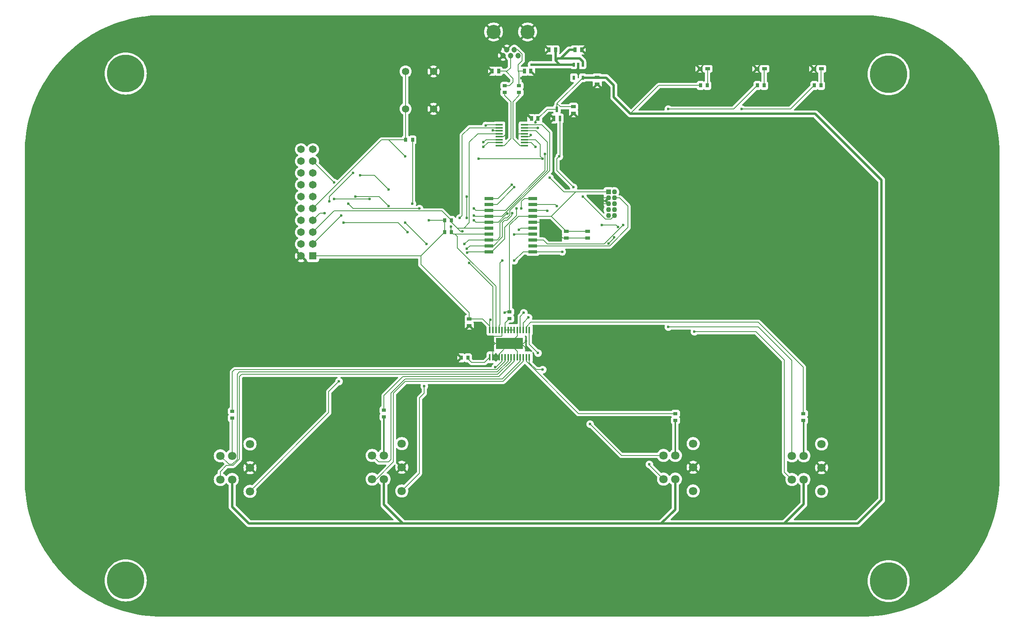
<source format=gbr>
%TF.GenerationSoftware,KiCad,Pcbnew,7.0.10*%
%TF.CreationDate,2024-06-15T10:18:46+01:00*%
%TF.ProjectId,buran,62757261-6e2e-46b6-9963-61645f706362,rev?*%
%TF.SameCoordinates,Original*%
%TF.FileFunction,Copper,L1,Top*%
%TF.FilePolarity,Positive*%
%FSLAX46Y46*%
G04 Gerber Fmt 4.6, Leading zero omitted, Abs format (unit mm)*
G04 Created by KiCad (PCBNEW 7.0.10) date 2024-06-15 10:18:46*
%MOMM*%
%LPD*%
G01*
G04 APERTURE LIST*
%TA.AperFunction,SMDPad,CuDef*%
%ADD10R,0.900000X0.650000*%
%TD*%
%TA.AperFunction,SMDPad,CuDef*%
%ADD11R,1.526000X0.435000*%
%TD*%
%TA.AperFunction,ComponentPad*%
%ADD12C,8.000000*%
%TD*%
%TA.AperFunction,SMDPad,CuDef*%
%ADD13R,0.650000X0.900000*%
%TD*%
%TA.AperFunction,SMDPad,CuDef*%
%ADD14R,1.100000X0.650000*%
%TD*%
%TA.AperFunction,SMDPad,CuDef*%
%ADD15R,0.450000X1.475000*%
%TD*%
%TA.AperFunction,SMDPad,CuDef*%
%ADD16R,5.750000X2.450000*%
%TD*%
%TA.AperFunction,ComponentPad*%
%ADD17C,1.200000*%
%TD*%
%TA.AperFunction,ComponentPad*%
%ADD18C,3.037000*%
%TD*%
%TA.AperFunction,ComponentPad*%
%ADD19R,1.650000X1.650000*%
%TD*%
%TA.AperFunction,ComponentPad*%
%ADD20C,1.650000*%
%TD*%
%TA.AperFunction,ComponentPad*%
%ADD21C,1.800000*%
%TD*%
%TA.AperFunction,SMDPad,CuDef*%
%ADD22R,0.980000X0.780000*%
%TD*%
%TA.AperFunction,ComponentPad*%
%ADD23R,1.100000X1.100000*%
%TD*%
%TA.AperFunction,ComponentPad*%
%ADD24C,1.100000*%
%TD*%
%TA.AperFunction,SMDPad,CuDef*%
%ADD25R,1.925000X0.650000*%
%TD*%
%TA.AperFunction,SMDPad,CuDef*%
%ADD26R,0.780000X0.980000*%
%TD*%
%TA.AperFunction,SMDPad,CuDef*%
%ADD27R,0.550000X1.150000*%
%TD*%
%TA.AperFunction,SMDPad,CuDef*%
%ADD28R,0.600000X0.900000*%
%TD*%
%TA.AperFunction,ComponentPad*%
%ADD29C,1.575000*%
%TD*%
%TA.AperFunction,ViaPad*%
%ADD30C,0.600000*%
%TD*%
%TA.AperFunction,Conductor*%
%ADD31C,0.500000*%
%TD*%
%TA.AperFunction,Conductor*%
%ADD32C,0.127000*%
%TD*%
%TA.AperFunction,Conductor*%
%ADD33C,0.152400*%
%TD*%
%TA.AperFunction,Conductor*%
%ADD34C,0.300000*%
%TD*%
G04 APERTURE END LIST*
D10*
%TO.P,R6,1*%
%TO.N,/IC4_LED_6*%
X160020000Y-105955000D03*
%TO.P,R6,2*%
%TO.N,Net-(S3-L1)*%
X160020000Y-107405000D03*
%TD*%
D11*
%TO.P,IC4,1,CBUS5*%
%TO.N,/CBUS5{slash}USART_RX*%
X122256000Y-44006000D03*
%TO.P,IC4,2,SCL*%
%TO.N,/SCL*%
X122256000Y-44640000D03*
%TO.P,IC4,3,VCCIO*%
%TO.N,/VCCIO*%
X122256000Y-45276000D03*
%TO.P,IC4,4,SDA*%
%TO.N,/SDA*%
X122256000Y-45910000D03*
%TO.P,IC4,5,GND_1*%
%TO.N,GND*%
X122256000Y-46546000D03*
%TO.P,IC4,6,CBUS4*%
%TO.N,/CBUS4{slash}USART_TX*%
X122256000Y-47180000D03*
%TO.P,IC4,7,CBUS2*%
%TO.N,/CBUS2*%
X122256000Y-47816000D03*
%TO.P,IC4,8,USBDP*%
%TO.N,/D+*%
X122256000Y-48450000D03*
%TO.P,IC4,9,USBDM*%
%TO.N,/D-*%
X127680000Y-48450000D03*
%TO.P,IC4,10,3V3OUT*%
%TO.N,/VCCIO*%
X127680000Y-47816000D03*
%TO.P,IC4,11,RESET#*%
%TO.N,/N_RESET*%
X127680000Y-47180000D03*
%TO.P,IC4,12,VCC*%
%TO.N,VDD*%
X127680000Y-46546000D03*
%TO.P,IC4,13,GND_2*%
%TO.N,GND*%
X127680000Y-45910000D03*
%TO.P,IC4,14,CBUS1*%
%TO.N,/CBUS1*%
X127680000Y-45276000D03*
%TO.P,IC4,15,CBUS0*%
%TO.N,/CBUS0*%
X127680000Y-44640000D03*
%TO.P,IC4,16,CBUS3*%
%TO.N,/CBUS3*%
X127680000Y-44006000D03*
%TD*%
D12*
%TO.P,REF\u002A\u002A,1*%
%TO.N,N/C*%
X42164000Y-33020000D03*
%TD*%
%TO.P,REF\u002A\u002A,1*%
%TO.N,N/C*%
X205726875Y-141861027D03*
%TD*%
%TO.P,REF\u002A\u002A,1*%
%TO.N,N/C*%
X205726875Y-33149027D03*
%TD*%
D13*
%TO.P,R2,1*%
%TO.N,Net-(LED_MCU_1-Pad2)*%
X179033000Y-35560000D03*
%TO.P,R2,2*%
%TO.N,/MCU_LED_1*%
X177583000Y-35560000D03*
%TD*%
D14*
%TO.P,LED_MCU_1,1*%
%TO.N,GND*%
X177508000Y-32004000D03*
%TO.P,LED_MCU_1,2*%
%TO.N,Net-(LED_MCU_1-Pad2)*%
X179108000Y-32004000D03*
%TD*%
D10*
%TO.P,R7,1*%
%TO.N,/IC4_LED_9*%
X187452000Y-105955000D03*
%TO.P,R7,2*%
%TO.N,Net-(S4-L1)*%
X187452000Y-107405000D03*
%TD*%
D15*
%TO.P,IC3,1,REXT*%
%TO.N,Net-(IC3-REXT)*%
X120235000Y-93870000D03*
%TO.P,IC3,2,A0*%
%TO.N,GND*%
X120885000Y-93870000D03*
%TO.P,IC3,3,A1*%
X121535000Y-93870000D03*
%TO.P,IC3,4,A2*%
X122185000Y-93870000D03*
%TO.P,IC3,5,~{OE}*%
%TO.N,/MCU_N_OE*%
X122835000Y-93870000D03*
%TO.P,IC3,6,LED0*%
%TO.N,/IC4_LED_0*%
X123485000Y-93870000D03*
%TO.P,IC3,7,LED1*%
%TO.N,/IC4_LED_1*%
X124135000Y-93870000D03*
%TO.P,IC3,8,LED2*%
%TO.N,/IC4_LED_2*%
X124785000Y-93870000D03*
%TO.P,IC3,9,LED3*%
%TO.N,/IC4_LED_3*%
X125435000Y-93870000D03*
%TO.P,IC3,10,VSS_1*%
%TO.N,GND*%
X126085000Y-93870000D03*
%TO.P,IC3,11,LED4*%
%TO.N,/IC4_LED_4*%
X126735000Y-93870000D03*
%TO.P,IC3,12,LED5*%
%TO.N,/IC4_LED_5*%
X127385000Y-93870000D03*
%TO.P,IC3,13,LED6*%
%TO.N,/IC4_LED_6*%
X128035000Y-93870000D03*
%TO.P,IC3,14,LED7*%
%TO.N,/IC4_LED_7*%
X128685000Y-93870000D03*
%TO.P,IC3,15,LED8*%
%TO.N,/IC4_LED_8*%
X128685000Y-87994000D03*
%TO.P,IC3,16,LED9*%
%TO.N,/IC4_LED_9*%
X128035000Y-87994000D03*
%TO.P,IC3,17,LED10*%
%TO.N,/IC4_LED_10*%
X127385000Y-87994000D03*
%TO.P,IC3,18,LED11*%
%TO.N,/IC4_LED_11*%
X126735000Y-87994000D03*
%TO.P,IC3,19,VSS_2*%
%TO.N,GND*%
X126085000Y-87994000D03*
%TO.P,IC3,20,LED12*%
%TO.N,Net-(IC3-LED12)*%
X125435000Y-87994000D03*
%TO.P,IC3,21,LED13*%
X124785000Y-87994000D03*
%TO.P,IC3,22,LED14*%
X124135000Y-87994000D03*
%TO.P,IC3,23,LED15*%
X123485000Y-87994000D03*
%TO.P,IC3,24,VSS_3*%
%TO.N,GND*%
X122835000Y-87994000D03*
%TO.P,IC3,25,~{RESET}*%
%TO.N,/N_RESET*%
X122185000Y-87994000D03*
%TO.P,IC3,26,SCL*%
%TO.N,/SCL*%
X121535000Y-87994000D03*
%TO.P,IC3,27,SDA*%
%TO.N,/SDA*%
X120885000Y-87994000D03*
%TO.P,IC3,28,VDD*%
%TO.N,VDD*%
X120235000Y-87994000D03*
D16*
%TO.P,IC3,29,VSS_4*%
%TO.N,GND*%
X124460000Y-90932000D03*
%TD*%
D17*
%TO.P,J4,1,VBUS*%
%TO.N,/V_UNREG*%
X126276000Y-29140000D03*
%TO.P,J4,2,D-*%
%TO.N,/D0-*%
X125476000Y-27940000D03*
%TO.P,J4,3,D+*%
%TO.N,/D0+*%
X124676000Y-29140000D03*
%TO.P,J4,4,ID*%
%TO.N,GND*%
X123876000Y-27940000D03*
%TO.P,J4,5,GND*%
X123076000Y-29140000D03*
D18*
%TO.P,J4,MH1,MH1*%
X128326000Y-24090000D03*
%TO.P,J4,MH2,MH2*%
X121026000Y-24090000D03*
%TD*%
D19*
%TO.P,J1,1,1*%
%TO.N,VDD*%
X82296000Y-72136000D03*
D20*
%TO.P,J1,2,2*%
%TO.N,GND*%
X79756000Y-72136000D03*
%TO.P,J1,3,3*%
%TO.N,/V_UNREG*%
X82296000Y-69596000D03*
%TO.P,J1,4,4*%
%TO.N,/CBUS5{slash}USART_RX*%
X79756000Y-69596000D03*
%TO.P,J1,5,5*%
%TO.N,/SDA*%
X82296000Y-67056000D03*
%TO.P,J1,6,6*%
%TO.N,unconnected-(J1-Pad6)*%
X79756000Y-67056000D03*
%TO.P,J1,7,7*%
%TO.N,/SCL*%
X82296000Y-64516000D03*
%TO.P,J1,8,8*%
%TO.N,unconnected-(J1-Pad8)*%
X79756000Y-64516000D03*
%TO.P,J1,9,9*%
%TO.N,/N_RESET*%
X82296000Y-61976000D03*
%TO.P,J1,10,10*%
%TO.N,unconnected-(J1-Pad10)*%
X79756000Y-61976000D03*
%TO.P,J1,11,11*%
%TO.N,/CBUS0*%
X82296000Y-59436000D03*
%TO.P,J1,12,12*%
%TO.N,unconnected-(J1-Pad12)*%
X79756000Y-59436000D03*
%TO.P,J1,13,13*%
%TO.N,/CBUS1*%
X82296000Y-56896000D03*
%TO.P,J1,14,14*%
%TO.N,unconnected-(J1-Pad14)*%
X79756000Y-56896000D03*
%TO.P,J1,15,15*%
%TO.N,/CBUS2*%
X82296000Y-54356000D03*
%TO.P,J1,16,16*%
%TO.N,unconnected-(J1-Pad16)*%
X79756000Y-54356000D03*
%TO.P,J1,17,17*%
%TO.N,/CBUS3*%
X82296000Y-51816000D03*
%TO.P,J1,18,18*%
%TO.N,unconnected-(J1-Pad18)*%
X79756000Y-51816000D03*
%TO.P,J1,19,19*%
%TO.N,/CBUS4{slash}USART_TX*%
X82296000Y-49276000D03*
%TO.P,J1,20,20*%
%TO.N,unconnected-(J1-Pad20)*%
X79756000Y-49276000D03*
%TD*%
D10*
%TO.P,R10,1*%
%TO.N,/D0+*%
X123444000Y-35634000D03*
%TO.P,R10,2*%
%TO.N,/D+*%
X123444000Y-37084000D03*
%TD*%
D21*
%TO.P,S2,1,COM*%
%TO.N,/MCU_S2*%
X101350000Y-122540000D03*
%TO.P,S2,2,NO*%
%TO.N,GND*%
X101350000Y-117460000D03*
%TO.P,S2,3,NC*%
%TO.N,unconnected-(S2-NC-Pad3)*%
X101350000Y-112380000D03*
%TO.P,S2,4,L2*%
%TO.N,VDD*%
X97540000Y-120000000D03*
%TO.P,S2,5,L1*%
%TO.N,Net-(S2-L1)*%
X97540000Y-114920000D03*
%TO.P,S2,6,L4*%
%TO.N,/IC4_LED_4*%
X95000000Y-114920000D03*
%TO.P,S2,7,L3*%
%TO.N,/IC4_LED_5*%
X95000000Y-120000000D03*
%TD*%
D12*
%TO.P,,1*%
%TO.N,N/C*%
X42164000Y-141732000D03*
%TD*%
D22*
%TO.P,C3,1*%
%TO.N,GND*%
X138176000Y-41532000D03*
%TO.P,C3,2*%
%TO.N,VDD*%
X138176000Y-40132000D03*
%TD*%
D10*
%TO.P,R5,1*%
%TO.N,/IC4_LED_3*%
X97536000Y-105230000D03*
%TO.P,R5,2*%
%TO.N,Net-(S2-L1)*%
X97536000Y-106680000D03*
%TD*%
%TO.P,R4,1*%
%TO.N,/IC4_LED_0*%
X65024000Y-105447000D03*
%TO.P,R4,2*%
%TO.N,Net-(S1-L1)*%
X65024000Y-106897000D03*
%TD*%
D23*
%TO.P,J3,1,1*%
%TO.N,VDD*%
X145669000Y-58420000D03*
D24*
%TO.P,J3,2,2*%
%TO.N,/SWDIO*%
X146939000Y-58420000D03*
%TO.P,J3,3,3*%
%TO.N,GND*%
X145669000Y-59690000D03*
%TO.P,J3,4,4*%
%TO.N,/SWCLK*%
X146939000Y-59690000D03*
%TO.P,J3,5,5*%
%TO.N,GND*%
X145669000Y-60960000D03*
%TO.P,J3,6,6*%
%TO.N,unconnected-(J3-Pad6)*%
X146939000Y-60960000D03*
%TO.P,J3,7,7*%
%TO.N,unconnected-(J3-Pad7)*%
X145669000Y-62230000D03*
%TO.P,J3,8,8*%
%TO.N,unconnected-(J3-Pad8)*%
X146939000Y-62230000D03*
%TO.P,J3,9,9*%
%TO.N,unconnected-(J3-Pad9)*%
X145669000Y-63500000D03*
%TO.P,J3,10,10*%
%TO.N,/N_RESET*%
X146939000Y-63500000D03*
%TD*%
D10*
%TO.P,R9,1*%
%TO.N,/D0-*%
X126492000Y-35634000D03*
%TO.P,R9,2*%
%TO.N,/D-*%
X126492000Y-37084000D03*
%TD*%
D25*
%TO.P,IC5,1,PA05*%
%TO.N,/MCU_LED_1*%
X120000000Y-59840000D03*
%TO.P,IC5,2,PA06*%
%TO.N,/MCU_LED_2*%
X120000000Y-61110000D03*
%TO.P,IC5,3,PA07*%
%TO.N,/CBUS0*%
X120000000Y-62380000D03*
%TO.P,IC5,4,PA08*%
%TO.N,/CBUS1*%
X120000000Y-63650000D03*
%TO.P,IC5,5,PA09*%
%TO.N,/CBUS2*%
X120000000Y-64920000D03*
%TO.P,IC5,6,PA14*%
%TO.N,/SDA*%
X120000000Y-66190000D03*
%TO.P,IC5,7,PA15*%
%TO.N,/SCL*%
X120000000Y-67460000D03*
%TO.P,IC5,8,PA16*%
%TO.N,/CBUS3*%
X120000000Y-68730000D03*
%TO.P,IC5,9,PA22*%
%TO.N,/CBUS4{slash}USART_TX*%
X120000000Y-70000000D03*
%TO.P,IC5,10,PA23*%
%TO.N,/CBUS5{slash}USART_RX*%
X120000000Y-71270000D03*
%TO.P,IC5,11,PA28/~{RST}*%
%TO.N,/N_RESET*%
X129424000Y-71270000D03*
%TO.P,IC5,12,PA30*%
%TO.N,/SWCLK*%
X129424000Y-70000000D03*
%TO.P,IC5,13,PA31*%
%TO.N,/SWDIO*%
X129424000Y-68730000D03*
%TO.P,IC5,14,PA24*%
%TO.N,/MCU_S1*%
X129424000Y-67460000D03*
%TO.P,IC5,15,PA25*%
%TO.N,/MCU_S2*%
X129424000Y-66190000D03*
%TO.P,IC5,16,GND*%
%TO.N,GND*%
X129424000Y-64920000D03*
%TO.P,IC5,17,VDDIO/IN/ANA*%
%TO.N,VDD*%
X129424000Y-63650000D03*
%TO.P,IC5,18,PA02*%
%TO.N,/MCU_S3*%
X129424000Y-62380000D03*
%TO.P,IC5,19,PA03*%
%TO.N,/MCU_S4*%
X129424000Y-61110000D03*
%TO.P,IC5,20,PA04*%
%TO.N,/MCU_N_OE*%
X129424000Y-59840000D03*
%TD*%
D21*
%TO.P,S3,1,COM*%
%TO.N,/MCU_S3*%
X163810000Y-122540000D03*
%TO.P,S3,2,NO*%
%TO.N,GND*%
X163810000Y-117460000D03*
%TO.P,S3,3,NC*%
%TO.N,unconnected-(S3-NC-Pad3)*%
X163810000Y-112380000D03*
%TO.P,S3,4,L2*%
%TO.N,VDD*%
X160000000Y-120000000D03*
%TO.P,S3,5,L1*%
%TO.N,Net-(S3-L1)*%
X160000000Y-114920000D03*
%TO.P,S3,6,L4*%
%TO.N,/IC4_LED_7*%
X157460000Y-114920000D03*
%TO.P,S3,7,L3*%
%TO.N,/IC4_LED_8*%
X157460000Y-120000000D03*
%TD*%
D10*
%TO.P,R11,1*%
%TO.N,Net-(IC3-LED12)*%
X124460000Y-85561000D03*
%TO.P,R11,2*%
%TO.N,VDD*%
X124460000Y-84111000D03*
%TD*%
D22*
%TO.P,C2,1*%
%TO.N,GND*%
X143256000Y-35244000D03*
%TO.P,C2,2*%
%TO.N,VDD*%
X143256000Y-33844000D03*
%TD*%
%TO.P,C7,1*%
%TO.N,GND*%
X115824000Y-87060000D03*
%TO.P,C7,2*%
%TO.N,VDD*%
X115824000Y-85660000D03*
%TD*%
D13*
%TO.P,R1,1*%
%TO.N,Net-(LED_POWER1-Pad2)*%
X166841000Y-35560000D03*
%TO.P,R1,2*%
%TO.N,VDD*%
X165391000Y-35560000D03*
%TD*%
D26*
%TO.P,C4,1*%
%TO.N,GND*%
X129032000Y-32512000D03*
%TO.P,C4,2*%
%TO.N,/D0-*%
X127632000Y-32512000D03*
%TD*%
D13*
%TO.P,R13,1*%
%TO.N,/SCL*%
X111977000Y-67056000D03*
%TO.P,R13,2*%
%TO.N,VDD*%
X110527000Y-67056000D03*
%TD*%
%TO.P,R12,1*%
%TO.N,/SDA*%
X111977000Y-64516000D03*
%TO.P,R12,2*%
%TO.N,VDD*%
X110527000Y-64516000D03*
%TD*%
%TO.P,R3,1*%
%TO.N,Net-(LED_MCU_2-Pad2)*%
X191225000Y-35560000D03*
%TO.P,R3,2*%
%TO.N,/MCU_LED_2*%
X189775000Y-35560000D03*
%TD*%
D21*
%TO.P,S1,1,COM*%
%TO.N,/MCU_S1*%
X68810000Y-122620000D03*
%TO.P,S1,2,NO*%
%TO.N,GND*%
X68810000Y-117540000D03*
%TO.P,S1,3,NC*%
%TO.N,unconnected-(S1-NC-Pad3)*%
X68810000Y-112460000D03*
%TO.P,S1,4,L2*%
%TO.N,VDD*%
X65000000Y-120080000D03*
%TO.P,S1,5,L1*%
%TO.N,Net-(S1-L1)*%
X65000000Y-115000000D03*
%TO.P,S1,6,L4*%
%TO.N,/IC4_LED_1*%
X62460000Y-115000000D03*
%TO.P,S1,7,L3*%
%TO.N,/IC4_LED_2*%
X62460000Y-120080000D03*
%TD*%
D13*
%TO.P,R14,1*%
%TO.N,/N_RESET*%
X102199637Y-47244000D03*
%TO.P,R14,2*%
%TO.N,VDD*%
X103649637Y-47244000D03*
%TD*%
D27*
%TO.P,IC2,1,GND*%
%TO.N,GND*%
X133970000Y-42656000D03*
%TO.P,IC2,2,~{RESET}*%
%TO.N,/N_RESET*%
X135270000Y-42656000D03*
%TO.P,IC2,3,VCC*%
%TO.N,VDD*%
X134620000Y-40656000D03*
%TD*%
D14*
%TO.P,LED_MCU_2,1*%
%TO.N,GND*%
X189700000Y-32004000D03*
%TO.P,LED_MCU_2,2*%
%TO.N,Net-(LED_MCU_2-Pad2)*%
X191300000Y-32004000D03*
%TD*%
D13*
%TO.P,R8,1*%
%TO.N,GND*%
X114083000Y-93980000D03*
%TO.P,R8,2*%
%TO.N,Net-(IC3-REXT)*%
X115533000Y-93980000D03*
%TD*%
D22*
%TO.P,C9,1*%
%TO.N,GND*%
X136652000Y-68264000D03*
%TO.P,C9,2*%
%TO.N,VDD*%
X136652000Y-66864000D03*
%TD*%
D28*
%TO.P,IC1,1,VIN*%
%TO.N,/V_UNREG*%
X140142000Y-31112000D03*
%TO.P,IC1,2,VSS*%
%TO.N,GND*%
X139192000Y-31112000D03*
%TO.P,IC1,3,CE*%
%TO.N,/V_UNREG*%
X138242000Y-31112000D03*
%TO.P,IC1,4,NC*%
%TO.N,unconnected-(IC1-NC-Pad4)*%
X138242000Y-33912000D03*
%TO.P,IC1,5,VOUT*%
%TO.N,VDD*%
X140142000Y-33912000D03*
%TD*%
D26*
%TO.P,C6,1*%
%TO.N,GND*%
X132904000Y-27940000D03*
%TO.P,C6,2*%
%TO.N,/V_UNREG*%
X134304000Y-27940000D03*
%TD*%
%TO.P,C8,1*%
%TO.N,GND*%
X129156000Y-42672000D03*
%TO.P,C8,2*%
%TO.N,VDD*%
X130556000Y-42672000D03*
%TD*%
%TO.P,C1,1*%
%TO.N,GND*%
X139892000Y-27940000D03*
%TO.P,C1,2*%
%TO.N,/V_UNREG*%
X138492000Y-27940000D03*
%TD*%
%TO.P,C5,1*%
%TO.N,GND*%
X120712000Y-32512000D03*
%TO.P,C5,2*%
%TO.N,/D0+*%
X122112000Y-32512000D03*
%TD*%
D21*
%TO.P,S4,1,COM*%
%TO.N,/MCU_S4*%
X191350000Y-122620000D03*
%TO.P,S4,2,NO*%
%TO.N,GND*%
X191350000Y-117540000D03*
%TO.P,S4,3,NC*%
%TO.N,unconnected-(S4-NC-Pad3)*%
X191350000Y-112460000D03*
%TO.P,S4,4,L2*%
%TO.N,VDD*%
X187540000Y-120080000D03*
%TO.P,S4,5,L1*%
%TO.N,Net-(S4-L1)*%
X187540000Y-115000000D03*
%TO.P,S4,6,L4*%
%TO.N,/IC4_LED_10*%
X185000000Y-115000000D03*
%TO.P,S4,7,L3*%
%TO.N,/IC4_LED_11*%
X185000000Y-120080000D03*
%TD*%
D22*
%TO.P,C10,1*%
%TO.N,GND*%
X141224000Y-68264000D03*
%TO.P,C10,2*%
%TO.N,VDD*%
X141224000Y-66864000D03*
%TD*%
D29*
%TO.P,S5,A1,A1*%
%TO.N,/N_RESET*%
X102156000Y-40576000D03*
%TO.P,S5,B1,B1*%
%TO.N,GND*%
X108156000Y-40576000D03*
%TO.P,S5,C1,C1*%
%TO.N,/N_RESET*%
X102156000Y-32576000D03*
%TO.P,S5,D1,D1*%
%TO.N,GND*%
X108156000Y-32576000D03*
%TD*%
D14*
%TO.P,LED_POWER1,1*%
%TO.N,GND*%
X165316000Y-32004000D03*
%TO.P,LED_POWER1,2*%
%TO.N,Net-(LED_POWER1-Pad2)*%
X166916000Y-32004000D03*
%TD*%
D30*
%TO.N,VDD*%
X130048000Y-43515500D03*
X103632000Y-60960000D03*
X123444000Y-84328000D03*
X133096000Y-55372000D03*
X120394500Y-85852000D03*
X129032000Y-46228000D03*
X107188000Y-64516000D03*
%TO.N,GND*%
X192532000Y-80264000D03*
X132080000Y-66040000D03*
X145796000Y-91948000D03*
X113284000Y-43180000D03*
X68072000Y-71120000D03*
X142240000Y-59944000D03*
X143256000Y-59436000D03*
X108712000Y-47752000D03*
X109220000Y-80264000D03*
X133096000Y-67564000D03*
X127000000Y-41148000D03*
X134620000Y-67056000D03*
X156464000Y-101600000D03*
X143256000Y-60960000D03*
X134112000Y-49276000D03*
X68580000Y-142240000D03*
X142240000Y-59944000D03*
X135636000Y-76200000D03*
X175260000Y-24384000D03*
X37592000Y-26416000D03*
X111252000Y-82296000D03*
X178308000Y-143256000D03*
X84328000Y-76708000D03*
X171704000Y-56896000D03*
X154432000Y-24384000D03*
X138684000Y-142748000D03*
X120396000Y-89916000D03*
X154432000Y-112268000D03*
X192024000Y-25400000D03*
X111760000Y-54356000D03*
X133604000Y-44196000D03*
X133096000Y-65532000D03*
X127000000Y-34036000D03*
X25400000Y-76200000D03*
X107696000Y-53848000D03*
X38608000Y-135128000D03*
X132080000Y-43180000D03*
X110744000Y-59436000D03*
X218948000Y-124460000D03*
X122936000Y-41148000D03*
X120396000Y-91948000D03*
X153416000Y-79248000D03*
X202692000Y-133096000D03*
X101600000Y-142748000D03*
X149352000Y-107696000D03*
X24892000Y-96520000D03*
X122936000Y-34036000D03*
X132080000Y-66040000D03*
X143256000Y-59436000D03*
X97536000Y-23876000D03*
X118872000Y-91948000D03*
X127000000Y-39624000D03*
X218948000Y-92964000D03*
X143256000Y-60960000D03*
X24892000Y-57912000D03*
X214884000Y-43688000D03*
X128016000Y-90424000D03*
X134112000Y-45720000D03*
X131572000Y-65024000D03*
X29972000Y-31496000D03*
X122936000Y-39624000D03*
X68072000Y-76708000D03*
X25908000Y-113284000D03*
X218948000Y-64516000D03*
X118872000Y-36576000D03*
X65532000Y-24384000D03*
X122936000Y-41148000D03*
X105664000Y-56388000D03*
X133604000Y-66548000D03*
X108712000Y-47752000D03*
X25400000Y-42164000D03*
X113284000Y-43180000D03*
X134112000Y-47244000D03*
X118872000Y-36576000D03*
X122936000Y-39624000D03*
X118872000Y-89916000D03*
X128016000Y-91948000D03*
%TO.N,/MCU_LED_1*%
X124961932Y-56889932D03*
X158496000Y-40640000D03*
%TO.N,/MCU_LED_2*%
X125476000Y-57404000D03*
X174244000Y-40640000D03*
%TO.N,/CBUS0*%
X116840000Y-61976000D03*
X130556000Y-44704000D03*
X94488000Y-59944000D03*
X86868000Y-59944000D03*
X132080000Y-50292000D03*
%TO.N,/CBUS1*%
X105156000Y-61976000D03*
X116840000Y-63500000D03*
X89916000Y-60960000D03*
%TO.N,/CBUS2*%
X115316000Y-59436000D03*
X118872000Y-48768000D03*
X116840000Y-64516000D03*
X115316000Y-64008000D03*
X124044836Y-63084836D03*
X92456000Y-54864000D03*
X98552000Y-57912000D03*
%TO.N,/SDA*%
X114317309Y-66830978D03*
X115824000Y-73660000D03*
%TO.N,/SCL*%
X113792000Y-64008000D03*
X84836000Y-62992000D03*
X111867837Y-65847273D03*
%TO.N,/CBUS3*%
X98552000Y-61468000D03*
X91440000Y-59436000D03*
X102108000Y-65024000D03*
X86868000Y-56388000D03*
X106680000Y-69596000D03*
X114808000Y-69596000D03*
%TO.N,/N_RESET*%
X122936000Y-73152000D03*
X117856000Y-51308000D03*
X135757627Y-71269293D03*
X146904836Y-68164836D03*
X145703164Y-69503164D03*
X131572000Y-51308000D03*
X138176000Y-57404000D03*
X140208000Y-59436000D03*
X125476000Y-73152000D03*
X135128000Y-50800000D03*
X102108000Y-50800000D03*
%TO.N,/SWDIO*%
X148844000Y-65532000D03*
%TO.N,/V_UNREG*%
X129156000Y-31112000D03*
X88392000Y-63500000D03*
%TO.N,/IC4_LED_11*%
X164084000Y-88392000D03*
X127508000Y-84328000D03*
%TO.N,/IC4_LED_10*%
X128524000Y-85344000D03*
X158496000Y-87376000D03*
%TO.N,/IC4_LED_8*%
X154432000Y-116840000D03*
X130556000Y-92964000D03*
%TO.N,/IC4_LED_7*%
X141732000Y-108204000D03*
X131572000Y-96520000D03*
%TO.N,/MCU_N_OE*%
X121412000Y-96012000D03*
X127000000Y-61976000D03*
%TO.N,/VCCIO*%
X130048000Y-48768000D03*
X120904000Y-45212000D03*
%TO.N,/MCU_S1*%
X125476000Y-67564000D03*
X87884000Y-99060000D03*
%TO.N,/MCU_S2*%
X106172000Y-100076000D03*
X126492000Y-66548000D03*
%TO.N,/MCU_S3*%
X132588000Y-62484000D03*
%TO.N,/MCU_S4*%
X144272000Y-65532000D03*
X147735164Y-65947164D03*
X134620000Y-61468000D03*
%TO.N,/CBUS4{slash}USART_TX*%
X90932000Y-54356000D03*
X85852000Y-60452000D03*
X118872000Y-47752000D03*
X88900000Y-65024000D03*
X125025836Y-62992000D03*
X102616000Y-67056000D03*
X115316000Y-70612000D03*
%TO.N,/CBUS5{slash}USART_RX*%
X125984000Y-61976000D03*
X115333500Y-71461005D03*
X119380000Y-44149500D03*
%TD*%
D31*
%TO.N,VDD*%
X97540000Y-125480000D02*
X97540000Y-120000000D01*
D32*
X138668000Y-58420000D02*
X133438000Y-63650000D01*
X120394500Y-85852000D02*
X120235000Y-86011500D01*
X136652000Y-66864000D02*
X141224000Y-66864000D01*
X135318000Y-40132000D02*
X134620000Y-39434000D01*
X124460000Y-65532000D02*
X126342000Y-63650000D01*
X145669000Y-58420000D02*
X138668000Y-58420000D01*
X136144000Y-58420000D02*
X133096000Y-55372000D01*
X134620000Y-40656000D02*
X134620000Y-39434000D01*
X128714000Y-46546000D02*
X129032000Y-46228000D01*
X103632000Y-60960000D02*
X103649637Y-60942363D01*
D31*
X101600000Y-129540000D02*
X97540000Y-125480000D01*
D32*
X124460000Y-84111000D02*
X124460000Y-65532000D01*
X143256000Y-33844000D02*
X143188000Y-33912000D01*
X123661000Y-84111000D02*
X123444000Y-84328000D01*
D31*
X156972000Y-129540000D02*
X160000000Y-126512000D01*
X183388000Y-129540000D02*
X187540000Y-125388000D01*
D32*
X115824000Y-85660000D02*
X115824000Y-84328000D01*
D31*
X140142000Y-33912000D02*
X143188000Y-33912000D01*
X101600000Y-129540000D02*
X156972000Y-129540000D01*
X160000000Y-126512000D02*
X160000000Y-120000000D01*
X150368000Y-41656000D02*
X146812000Y-38100000D01*
X189992000Y-41656000D02*
X150368000Y-41656000D01*
D32*
X138176000Y-40132000D02*
X135318000Y-40132000D01*
X105447000Y-73951000D02*
X105447000Y-72136000D01*
X130048000Y-43515500D02*
X130048000Y-43180000D01*
D31*
X199136000Y-129540000D02*
X204216000Y-124460000D01*
D32*
X120235000Y-87215000D02*
X118680000Y-85660000D01*
X110527000Y-67056000D02*
X110527000Y-64516000D01*
X129424000Y-63616000D02*
X129540000Y-63500000D01*
X134620000Y-39434000D02*
X140142000Y-33912000D01*
X127680000Y-46546000D02*
X128714000Y-46546000D01*
X110527000Y-67056000D02*
X105447000Y-72136000D01*
X124460000Y-84111000D02*
X123661000Y-84111000D01*
X120235000Y-87994000D02*
X120235000Y-87215000D01*
X82296000Y-72136000D02*
X105447000Y-72136000D01*
D31*
X65000000Y-120080000D02*
X65000000Y-125960000D01*
X146812000Y-38100000D02*
X146812000Y-35560000D01*
D32*
X126342000Y-63650000D02*
X129424000Y-63650000D01*
X118680000Y-85660000D02*
X115824000Y-85660000D01*
D31*
X187540000Y-125388000D02*
X187540000Y-120080000D01*
X145164000Y-33912000D02*
X143188000Y-33912000D01*
X204216000Y-55880000D02*
X189992000Y-41656000D01*
X156972000Y-129540000D02*
X183388000Y-129540000D01*
D32*
X120235000Y-86011500D02*
X120235000Y-87994000D01*
X132572000Y-40656000D02*
X130556000Y-42672000D01*
D31*
X183388000Y-129540000D02*
X199136000Y-129540000D01*
D32*
X138668000Y-58420000D02*
X136144000Y-58420000D01*
D31*
X65000000Y-125960000D02*
X68580000Y-129540000D01*
X68580000Y-129540000D02*
X101600000Y-129540000D01*
D32*
X115824000Y-84328000D02*
X105447000Y-73951000D01*
D31*
X146812000Y-35560000D02*
X145164000Y-33912000D01*
D32*
X103649637Y-60942363D02*
X103649637Y-47244000D01*
X134620000Y-40656000D02*
X132572000Y-40656000D01*
X130048000Y-43180000D02*
X130556000Y-42672000D01*
X133438000Y-63650000D02*
X129424000Y-63650000D01*
X107188000Y-64516000D02*
X110527000Y-64516000D01*
X156464000Y-35560000D02*
X150368000Y-41656000D01*
X129424000Y-63650000D02*
X129424000Y-63616000D01*
D31*
X204216000Y-124460000D02*
X204216000Y-55880000D01*
D32*
X165391000Y-35560000D02*
X156464000Y-35560000D01*
X136652000Y-66864000D02*
X133438000Y-63650000D01*
%TO.N,GND*%
X122185000Y-93207000D02*
X124460000Y-90932000D01*
X126085000Y-87994000D02*
X126085000Y-89307000D01*
X124460000Y-90932000D02*
X127000000Y-90932000D01*
X124460000Y-90932000D02*
X127508000Y-90932000D01*
X129424000Y-64920000D02*
X131468000Y-64920000D01*
X122734000Y-89408000D02*
X120396000Y-89408000D01*
X120885000Y-93870000D02*
X120885000Y-91459000D01*
X121412000Y-90932000D02*
X120904000Y-90424000D01*
X126174000Y-45910000D02*
X125984000Y-45720000D01*
D31*
X139192000Y-32004000D02*
X138684000Y-32512000D01*
D32*
X145669000Y-59690000D02*
X144018000Y-59690000D01*
X122835000Y-89307000D02*
X122734000Y-89408000D01*
X127000000Y-90932000D02*
X128016000Y-91948000D01*
X127508000Y-90932000D02*
X128016000Y-90424000D01*
X120885000Y-91459000D02*
X121412000Y-90932000D01*
X144018000Y-59690000D02*
X143764000Y-59944000D01*
D31*
X139192000Y-31112000D02*
X139192000Y-32004000D01*
D32*
X131468000Y-64920000D02*
X131572000Y-65024000D01*
X145669000Y-60960000D02*
X144272000Y-60960000D01*
X144272000Y-60960000D02*
X143764000Y-60452000D01*
X135828000Y-68264000D02*
X134620000Y-67056000D01*
X122256000Y-46546000D02*
X123126000Y-46546000D01*
X122835000Y-87994000D02*
X122835000Y-89307000D01*
X122185000Y-93870000D02*
X122185000Y-93207000D01*
X120885000Y-93870000D02*
X121535000Y-93870000D01*
X123126000Y-46546000D02*
X123952000Y-45720000D01*
X121412000Y-90932000D02*
X124460000Y-90932000D01*
X126085000Y-92557000D02*
X124460000Y-90932000D01*
X136652000Y-68264000D02*
X135828000Y-68264000D01*
X126085000Y-93870000D02*
X126085000Y-92557000D01*
X121535000Y-93870000D02*
X122185000Y-93870000D01*
X127680000Y-45910000D02*
X126174000Y-45910000D01*
X136652000Y-68264000D02*
X141224000Y-68264000D01*
X126085000Y-89307000D02*
X124460000Y-90932000D01*
%TO.N,/MCU_LED_1*%
X172503000Y-40640000D02*
X158496000Y-40640000D01*
X177583000Y-35560000D02*
X172503000Y-40640000D01*
X124961932Y-56889932D02*
X122011864Y-59840000D01*
X122011864Y-59840000D02*
X120000000Y-59840000D01*
%TO.N,/MCU_LED_2*%
X121770000Y-61110000D02*
X120000000Y-61110000D01*
X189775000Y-35560000D02*
X184695000Y-40640000D01*
X184695000Y-40640000D02*
X174244000Y-40640000D01*
X125476000Y-57404000D02*
X121770000Y-61110000D01*
%TO.N,/CBUS0*%
X120000000Y-62380000D02*
X117244000Y-62380000D01*
X120000000Y-62380000D02*
X123548000Y-62380000D01*
X132080000Y-53848000D02*
X132080000Y-50292000D01*
X117244000Y-62380000D02*
X116840000Y-61976000D01*
X130492000Y-44640000D02*
X127680000Y-44640000D01*
X94488000Y-59944000D02*
X86868000Y-59944000D01*
X123548000Y-62380000D02*
X132080000Y-53848000D01*
X130556000Y-44704000D02*
X130492000Y-44640000D01*
%TO.N,/CBUS1*%
X120000000Y-63650000D02*
X116990000Y-63650000D01*
X122786000Y-63650000D02*
X132588000Y-53848000D01*
X130112000Y-45276000D02*
X127680000Y-45276000D01*
X132588000Y-53848000D02*
X132588000Y-47752000D01*
X132588000Y-47752000D02*
X130112000Y-45276000D01*
X120000000Y-63650000D02*
X122786000Y-63650000D01*
X116990000Y-63650000D02*
X116840000Y-63500000D01*
X105156000Y-61976000D02*
X90932000Y-61976000D01*
X90932000Y-61976000D02*
X89916000Y-60960000D01*
%TO.N,/CBUS2*%
X117244000Y-64920000D02*
X116840000Y-64516000D01*
X115316000Y-64008000D02*
X115316000Y-59436000D01*
X118872000Y-48768000D02*
X119824000Y-47816000D01*
X98552000Y-57912000D02*
X95504000Y-54864000D01*
X120000000Y-64920000D02*
X117244000Y-64920000D01*
X123859164Y-63084836D02*
X124044836Y-63084836D01*
X120000000Y-64920000D02*
X122024000Y-64920000D01*
X122024000Y-64920000D02*
X123444000Y-63500000D01*
X119824000Y-47816000D02*
X122256000Y-47816000D01*
X95504000Y-54864000D02*
X92456000Y-54864000D01*
X123444000Y-63500000D02*
X123859164Y-63084836D01*
%TO.N,/SDA*%
X114658000Y-66190000D02*
X115824000Y-65024000D01*
X113792000Y-66190000D02*
X114658000Y-66190000D01*
X115824000Y-47752000D02*
X117666000Y-45910000D01*
X86868000Y-62484000D02*
X82296000Y-67056000D01*
X111977000Y-64516000D02*
X109945000Y-62484000D01*
X111977000Y-64878500D02*
X111977000Y-64516000D01*
X113792000Y-66190000D02*
X113288500Y-66190000D01*
X120000000Y-66190000D02*
X113792000Y-66190000D01*
X113288500Y-66190000D02*
X111977000Y-64878500D01*
X115824000Y-65024000D02*
X115824000Y-47752000D01*
X120885000Y-87994000D02*
X120885000Y-78721000D01*
X114317309Y-66830978D02*
X113929478Y-66830978D01*
X117666000Y-45910000D02*
X122256000Y-45910000D01*
X109945000Y-62484000D02*
X86868000Y-62484000D01*
X120885000Y-78721000D02*
X115824000Y-73660000D01*
X113929478Y-66830978D02*
X113288500Y-66190000D01*
%TO.N,/SCL*%
X112776000Y-67460000D02*
X112381000Y-67460000D01*
X112381000Y-67460000D02*
X111977000Y-67056000D01*
X114300000Y-46228000D02*
X115888000Y-44640000D01*
X111867837Y-65847273D02*
X111867837Y-66946837D01*
X111867837Y-66946837D02*
X111977000Y-67056000D01*
X113284000Y-70401414D02*
X113284000Y-67968000D01*
X113284000Y-67968000D02*
X112776000Y-67460000D01*
X114300000Y-46228000D02*
X114300000Y-63500000D01*
X121535000Y-78652414D02*
X113284000Y-70401414D01*
X114300000Y-63500000D02*
X113792000Y-64008000D01*
X83820000Y-62992000D02*
X84836000Y-62992000D01*
X121535000Y-87994000D02*
X121535000Y-78652414D01*
X120000000Y-67460000D02*
X112776000Y-67460000D01*
X115888000Y-44640000D02*
X122256000Y-44640000D01*
X82296000Y-64516000D02*
X83820000Y-62992000D01*
%TO.N,/CBUS3*%
X102108000Y-65024000D02*
X106680000Y-69596000D01*
X133096000Y-45720000D02*
X131382000Y-44006000D01*
X121770000Y-68730000D02*
X122428000Y-68072000D01*
X131382000Y-44006000D02*
X127680000Y-44006000D01*
X82296000Y-51816000D02*
X86868000Y-56388000D01*
X123444000Y-64008000D02*
X123952000Y-64008000D01*
X133096000Y-53848000D02*
X133096000Y-45720000D01*
X91440000Y-59436000D02*
X96520000Y-59436000D01*
X122428000Y-65024000D02*
X123444000Y-64008000D01*
X114808000Y-69596000D02*
X115674000Y-68730000D01*
X124535336Y-63424664D02*
X124535336Y-62408664D01*
X123952000Y-64008000D02*
X124535336Y-63424664D01*
X96520000Y-59436000D02*
X98552000Y-61468000D01*
X124535336Y-62408664D02*
X133096000Y-53848000D01*
X120000000Y-68730000D02*
X121770000Y-68730000D01*
X115674000Y-68730000D02*
X120000000Y-68730000D01*
X122428000Y-68072000D02*
X122428000Y-65024000D01*
%TO.N,/N_RESET*%
X122185000Y-87111000D02*
X122428000Y-86868000D01*
X131572000Y-51308000D02*
X117856000Y-51308000D01*
X146904836Y-68301492D02*
X145703164Y-69503164D01*
X122185000Y-87994000D02*
X122185000Y-87111000D01*
X146904836Y-68164836D02*
X146904836Y-68301492D01*
X146939000Y-63500000D02*
X146198500Y-64240500D01*
X135270000Y-50658000D02*
X135270000Y-42656000D01*
X129984000Y-47180000D02*
X131064000Y-48260000D01*
X131064000Y-50800000D02*
X131572000Y-51308000D01*
X138176000Y-57404000D02*
X134620000Y-53848000D01*
X82296000Y-61976000D02*
X97028000Y-47244000D01*
X102108000Y-50800000D02*
X98552000Y-47244000D01*
X146198500Y-64240500D02*
X145012500Y-64240500D01*
X127358000Y-71270000D02*
X129424000Y-71270000D01*
X125476000Y-73152000D02*
X127358000Y-71270000D01*
X134620000Y-51308000D02*
X135128000Y-50800000D01*
X131064000Y-48260000D02*
X131064000Y-50800000D01*
X102156000Y-32576000D02*
X102156000Y-40576000D01*
X122428000Y-85344000D02*
X122428000Y-73660000D01*
X135756920Y-71270000D02*
X135757627Y-71269293D01*
X134620000Y-53848000D02*
X134620000Y-51308000D01*
X145012500Y-64240500D02*
X140208000Y-59436000D01*
X102199637Y-47244000D02*
X102199637Y-40619637D01*
X102199637Y-40619637D02*
X102156000Y-40576000D01*
X127680000Y-47180000D02*
X129984000Y-47180000D01*
X97028000Y-47244000D02*
X102199637Y-47244000D01*
X135128000Y-50800000D02*
X135270000Y-50658000D01*
X122428000Y-86868000D02*
X122428000Y-85344000D01*
X98552000Y-47244000D02*
X97028000Y-47244000D01*
X129424000Y-71270000D02*
X135756920Y-71270000D01*
X122428000Y-73660000D02*
X122936000Y-73152000D01*
%TO.N,/SWCLK*%
X129424000Y-70000000D02*
X145900000Y-70000000D01*
X149860000Y-66040000D02*
X149860000Y-61468000D01*
X148082000Y-59690000D02*
X146939000Y-59690000D01*
X149860000Y-61468000D02*
X148082000Y-59690000D01*
X145900000Y-70000000D02*
X149860000Y-66040000D01*
%TO.N,/SWDIO*%
X131722000Y-68730000D02*
X132080000Y-69088000D01*
X129424000Y-68730000D02*
X131722000Y-68730000D01*
X132080000Y-69088000D02*
X132588000Y-69596000D01*
X144780000Y-69596000D02*
X148844000Y-65532000D01*
X132588000Y-69596000D02*
X144780000Y-69596000D01*
D31*
%TO.N,/V_UNREG*%
X134589000Y-29941000D02*
X134304000Y-30226000D01*
X134112000Y-31112000D02*
X138242000Y-31112000D01*
D32*
X82296000Y-69596000D02*
X88392000Y-63500000D01*
D31*
X140142000Y-30414000D02*
X139508000Y-29780000D01*
X135444000Y-29780000D02*
X134750000Y-29780000D01*
X134304000Y-30226000D02*
X134304000Y-27940000D01*
X140142000Y-31112000D02*
X140142000Y-30414000D01*
X134750000Y-29780000D02*
X134589000Y-29941000D01*
X135444000Y-29780000D02*
X137284000Y-27940000D01*
X135190000Y-31112000D02*
X134304000Y-30226000D01*
X139508000Y-29780000D02*
X135444000Y-29780000D01*
X129156000Y-31112000D02*
X134112000Y-31112000D01*
X137284000Y-27940000D02*
X138492000Y-27940000D01*
D33*
%TO.N,/D-*%
X126492000Y-37759001D02*
X126492000Y-37084000D01*
X125180501Y-39070500D02*
X126492000Y-37759001D01*
X125180501Y-46948501D02*
X125180501Y-39070500D01*
X127680000Y-48450000D02*
X126682000Y-48450000D01*
X126682000Y-48450000D02*
X125180501Y-46948501D01*
%TO.N,/D+*%
X124764800Y-46979847D02*
X124764800Y-39079801D01*
X122256000Y-48450000D02*
X123294647Y-48450000D01*
X124764800Y-39079801D02*
X123444000Y-37759001D01*
X123444000Y-37759001D02*
X123444000Y-37084000D01*
X123294647Y-48450000D02*
X124764800Y-46979847D01*
D32*
%TO.N,/IC4_LED_11*%
X183388000Y-118468000D02*
X183388000Y-94488000D01*
X126735000Y-85101000D02*
X126735000Y-87994000D01*
X127508000Y-84328000D02*
X126735000Y-85101000D01*
X183388000Y-94488000D02*
X177292000Y-88392000D01*
X177292000Y-88392000D02*
X164084000Y-88392000D01*
X185000000Y-120080000D02*
X183388000Y-118468000D01*
%TO.N,/IC4_LED_10*%
X127385000Y-86483000D02*
X127385000Y-87994000D01*
X128524000Y-85344000D02*
X127385000Y-86483000D01*
X185000000Y-94576000D02*
X177800000Y-87376000D01*
X177800000Y-87376000D02*
X158496000Y-87376000D01*
X185000000Y-115000000D02*
X185000000Y-94576000D01*
%TO.N,/IC4_LED_9*%
X187452000Y-105955000D02*
X187452000Y-96012000D01*
X129032000Y-86360000D02*
X128035000Y-87357000D01*
X128035000Y-87357000D02*
X128035000Y-87994000D01*
X177800000Y-86360000D02*
X129032000Y-86360000D01*
X187452000Y-96012000D02*
X177800000Y-86360000D01*
%TO.N,/IC4_LED_8*%
X154432000Y-116972000D02*
X154432000Y-116840000D01*
X130556000Y-92964000D02*
X128685000Y-91093000D01*
X157460000Y-120000000D02*
X154432000Y-116972000D01*
X128685000Y-91093000D02*
X128685000Y-87994000D01*
%TO.N,/IC4_LED_7*%
X157460000Y-114920000D02*
X148448000Y-114920000D01*
X128685000Y-95025290D02*
X128685000Y-93870000D01*
X148448000Y-114920000D02*
X141732000Y-108204000D01*
X130179710Y-96520000D02*
X128685000Y-95025290D01*
X131572000Y-96520000D02*
X130179710Y-96520000D01*
%TO.N,/IC4_LED_6*%
X160020000Y-105955000D02*
X139255500Y-105955000D01*
X139255500Y-105955000D02*
X128035000Y-94734500D01*
X128035000Y-94734500D02*
X128035000Y-93870000D01*
%TO.N,/IC4_LED_5*%
X99568000Y-116332000D02*
X99568000Y-101600000D01*
X127385000Y-94734500D02*
X127385000Y-93870000D01*
X102108000Y-99060000D02*
X123059500Y-99060000D01*
X99568000Y-101600000D02*
X102108000Y-99060000D01*
X95000000Y-120000000D02*
X95900000Y-120000000D01*
X95900000Y-120000000D02*
X99568000Y-116332000D01*
X123059500Y-99060000D02*
X127385000Y-94734500D01*
%TO.N,/IC4_LED_4*%
X95000000Y-114920000D02*
X96412000Y-116332000D01*
X102108000Y-98552000D02*
X122917500Y-98552000D01*
X126735000Y-94734500D02*
X126735000Y-93870000D01*
X96412000Y-116332000D02*
X98552000Y-116332000D01*
X99060000Y-101600000D02*
X102108000Y-98552000D01*
X98552000Y-116332000D02*
X99060000Y-115824000D01*
X122917500Y-98552000D02*
X126735000Y-94734500D01*
X99060000Y-115824000D02*
X99060000Y-101600000D01*
%TO.N,/IC4_LED_3*%
X122125500Y-98044000D02*
X125435000Y-94734500D01*
X97536000Y-102108000D02*
X101600000Y-98044000D01*
X125435000Y-94734500D02*
X125435000Y-93870000D01*
X101600000Y-98044000D02*
X122125500Y-98044000D01*
X97536000Y-105230000D02*
X97536000Y-102108000D01*
%TO.N,/IC4_LED_2*%
X62460000Y-120080000D02*
X62460000Y-118388000D01*
X121920000Y-97536000D02*
X124785000Y-94671000D01*
X62460000Y-118388000D02*
X63754000Y-117094000D01*
X124785000Y-94671000D02*
X124785000Y-93870000D01*
X66548000Y-98044000D02*
X67056000Y-97536000D01*
X67056000Y-97536000D02*
X121920000Y-97536000D01*
X66548000Y-115675210D02*
X66548000Y-98044000D01*
X65129210Y-117094000D02*
X66548000Y-115675210D01*
X63754000Y-117094000D02*
X65129210Y-117094000D01*
%TO.N,/IC4_LED_1*%
X65024000Y-116840000D02*
X66090500Y-115773500D01*
X66090500Y-115773500D02*
X66090500Y-97485500D01*
X124135000Y-94734500D02*
X124135000Y-93870000D01*
X64300000Y-116840000D02*
X65024000Y-116840000D01*
X66548000Y-97028000D02*
X121841500Y-97028000D01*
X66090500Y-97485500D02*
X66548000Y-97028000D01*
X121841500Y-97028000D02*
X124135000Y-94734500D01*
X62460000Y-115000000D02*
X64300000Y-116840000D01*
%TO.N,/IC4_LED_0*%
X65024000Y-105447000D02*
X65024000Y-97028000D01*
X123485000Y-94734500D02*
X123485000Y-93870000D01*
X65532000Y-96520000D02*
X121699500Y-96520000D01*
X121699500Y-96520000D02*
X123485000Y-94734500D01*
X65024000Y-97028000D02*
X65532000Y-96520000D01*
%TO.N,/MCU_N_OE*%
X127000000Y-61976000D02*
X127000000Y-60452000D01*
X127000000Y-60452000D02*
X127612000Y-59840000D01*
X127612000Y-59840000D02*
X129424000Y-59840000D01*
X122835000Y-93870000D02*
X122835000Y-94734500D01*
X122835000Y-94734500D02*
X121557500Y-96012000D01*
X121557500Y-96012000D02*
X121412000Y-96012000D01*
%TO.N,/VCCIO*%
X130048000Y-48768000D02*
X129096000Y-47816000D01*
X129096000Y-47816000D02*
X127680000Y-47816000D01*
X122256000Y-45276000D02*
X120968000Y-45276000D01*
X120968000Y-45276000D02*
X120904000Y-45212000D01*
%TO.N,Net-(IC3-LED12)*%
X123485000Y-87994000D02*
X123485000Y-87925000D01*
X123485000Y-87994000D02*
X124135000Y-87994000D01*
X123485000Y-87925000D02*
X123444000Y-87884000D01*
X124785000Y-87994000D02*
X125435000Y-87994000D01*
X124135000Y-87994000D02*
X124785000Y-87994000D01*
X123485000Y-86536000D02*
X124460000Y-85561000D01*
X123485000Y-87994000D02*
X123485000Y-86536000D01*
%TO.N,Net-(IC3-REXT)*%
X115533000Y-94197000D02*
X115533000Y-93980000D01*
X119109000Y-94996000D02*
X116332000Y-94996000D01*
X120235000Y-93870000D02*
X119109000Y-94996000D01*
X116332000Y-94996000D02*
X115533000Y-94197000D01*
%TO.N,/MCU_S1*%
X68810000Y-122620000D02*
X85684500Y-105745500D01*
X125476000Y-67564000D02*
X125580000Y-67460000D01*
X85684500Y-101259500D02*
X87884000Y-99060000D01*
X125580000Y-67460000D02*
X129424000Y-67460000D01*
X85684500Y-105745500D02*
X85684500Y-101259500D01*
%TO.N,/MCU_S2*%
X101350000Y-122540000D02*
X105156000Y-118734000D01*
X105156000Y-118734000D02*
X105156000Y-102616000D01*
X126850000Y-66190000D02*
X129424000Y-66190000D01*
X106172000Y-101600000D02*
X106172000Y-100076000D01*
X105156000Y-102616000D02*
X106172000Y-101600000D01*
X126492000Y-66548000D02*
X126850000Y-66190000D01*
%TO.N,/MCU_S3*%
X132484000Y-62380000D02*
X129424000Y-62380000D01*
X132588000Y-62484000D02*
X132484000Y-62380000D01*
%TO.N,/MCU_S4*%
X134262000Y-61110000D02*
X134620000Y-61468000D01*
X147320000Y-65532000D02*
X147735164Y-65947164D01*
X144272000Y-65532000D02*
X147320000Y-65532000D01*
X129424000Y-61110000D02*
X134262000Y-61110000D01*
%TO.N,Net-(S1-L1)*%
X65000000Y-106921000D02*
X65024000Y-106897000D01*
X65000000Y-115000000D02*
X65000000Y-106921000D01*
%TO.N,Net-(S2-L1)*%
X97540000Y-106684000D02*
X97536000Y-106680000D01*
D34*
X97540000Y-114920000D02*
X97540000Y-106684000D01*
D32*
%TO.N,Net-(S3-L1)*%
X160000000Y-107425000D02*
X160020000Y-107405000D01*
D34*
X160000000Y-114920000D02*
X160000000Y-107425000D01*
D32*
%TO.N,Net-(S4-L1)*%
X187540000Y-107493000D02*
X187452000Y-107405000D01*
D34*
X187540000Y-115000000D02*
X187540000Y-107493000D01*
D32*
%TO.N,Net-(LED_MCU_1-Pad2)*%
X179033000Y-35560000D02*
X179033000Y-32079000D01*
X179033000Y-32079000D02*
X179108000Y-32004000D01*
%TO.N,Net-(LED_MCU_2-Pad2)*%
X191225000Y-35560000D02*
X191225000Y-32079000D01*
X191225000Y-32079000D02*
X191300000Y-32004000D01*
%TO.N,Net-(LED_POWER1-Pad2)*%
X166916000Y-35485000D02*
X166841000Y-35560000D01*
X166916000Y-32004000D02*
X166916000Y-35485000D01*
D33*
%TO.N,/D0-*%
X126211897Y-27940000D02*
X127139517Y-28867620D01*
X125476000Y-27940000D02*
X126211897Y-27940000D01*
X127139517Y-30279250D02*
X126297399Y-31121368D01*
X127632000Y-32512000D02*
X126297399Y-32512000D01*
X126492000Y-32706601D02*
X126492000Y-35634000D01*
X126297399Y-31121368D02*
X126297399Y-32512000D01*
X127139517Y-28867620D02*
X127139517Y-30279250D01*
X126297399Y-32512000D02*
X126492000Y-32706601D01*
%TO.N,/D0+*%
X124430490Y-35634000D02*
X125184976Y-34879514D01*
X124676000Y-31777304D02*
X123941304Y-32512000D01*
X124676000Y-29140000D02*
X125188631Y-29140000D01*
X125184976Y-34879514D02*
X125184976Y-34058375D01*
X123941304Y-32512000D02*
X123638601Y-32512000D01*
X123444000Y-35634000D02*
X124430490Y-35634000D01*
X124764800Y-29201600D02*
X124778200Y-29188200D01*
X122112000Y-32512000D02*
X123638601Y-32512000D01*
X125184976Y-34058375D02*
X123638601Y-32512000D01*
X124676000Y-29140000D02*
X124676000Y-31777304D01*
D32*
%TO.N,/CBUS4{slash}USART_TX*%
X123952000Y-64516000D02*
X124968000Y-63500000D01*
X85852000Y-59436000D02*
X90932000Y-54356000D01*
X124968000Y-63049836D02*
X125025836Y-62992000D01*
X121008000Y-70000000D02*
X122936000Y-68072000D01*
X123444000Y-64516000D02*
X123952000Y-64516000D01*
X124968000Y-63500000D02*
X124968000Y-63049836D01*
X102616000Y-67056000D02*
X100584000Y-65024000D01*
X120000000Y-70000000D02*
X115928000Y-70000000D01*
X119444000Y-47180000D02*
X122256000Y-47180000D01*
X120000000Y-70000000D02*
X121008000Y-70000000D01*
X85852000Y-60452000D02*
X85852000Y-59436000D01*
X115928000Y-70000000D02*
X115316000Y-70612000D01*
X122936000Y-68072000D02*
X122936000Y-65024000D01*
X100584000Y-65024000D02*
X88900000Y-65024000D01*
X122936000Y-65024000D02*
X123444000Y-64516000D01*
X118872000Y-47752000D02*
X119444000Y-47180000D01*
%TO.N,/CBUS5{slash}USART_RX*%
X115524505Y-71270000D02*
X120000000Y-71270000D01*
X119380000Y-44149500D02*
X119523500Y-44006000D01*
X115333500Y-71461005D02*
X115524505Y-71270000D01*
X120000000Y-71270000D02*
X120637500Y-71270000D01*
X120637500Y-71270000D02*
X123444000Y-68463500D01*
X125984000Y-63500000D02*
X125984000Y-61976000D01*
X123444000Y-68463500D02*
X123444000Y-66040000D01*
X119523500Y-44006000D02*
X122256000Y-44006000D01*
X123444000Y-66040000D02*
X125984000Y-63500000D01*
%TD*%
%TA.AperFunction,Conductor*%
%TO.N,GND*%
G36*
X87544581Y-98119685D02*
G01*
X87590336Y-98172489D01*
X87600280Y-98241647D01*
X87571255Y-98305203D01*
X87539655Y-98329363D01*
X87540374Y-98330506D01*
X87381737Y-98430184D01*
X87254184Y-98557737D01*
X87158211Y-98710476D01*
X87098631Y-98880745D01*
X87098630Y-98880749D01*
X87082283Y-99025840D01*
X87055216Y-99090254D01*
X87046744Y-99099637D01*
X85317580Y-100828801D01*
X85305388Y-100839494D01*
X85282248Y-100857250D01*
X85247098Y-100903058D01*
X85247088Y-100903073D01*
X85191847Y-100975066D01*
X85135017Y-101112265D01*
X85135017Y-101112266D01*
X85115633Y-101259500D01*
X85119439Y-101288408D01*
X85120500Y-101304594D01*
X85120500Y-105460520D01*
X85100815Y-105527559D01*
X85084181Y-105548201D01*
X69373266Y-121259115D01*
X69311943Y-121292600D01*
X69245323Y-121288716D01*
X69154980Y-121257701D01*
X68964250Y-121225874D01*
X68926049Y-121219500D01*
X68693951Y-121219500D01*
X68648164Y-121227140D01*
X68465015Y-121257702D01*
X68245504Y-121333061D01*
X68245495Y-121333064D01*
X68041371Y-121443531D01*
X68041365Y-121443535D01*
X67858222Y-121586081D01*
X67858219Y-121586084D01*
X67701016Y-121756852D01*
X67574075Y-121951151D01*
X67480842Y-122163699D01*
X67423866Y-122388691D01*
X67423864Y-122388702D01*
X67404700Y-122619993D01*
X67404700Y-122620006D01*
X67423864Y-122851297D01*
X67423866Y-122851308D01*
X67480842Y-123076300D01*
X67574075Y-123288848D01*
X67701016Y-123483147D01*
X67701019Y-123483151D01*
X67701021Y-123483153D01*
X67858216Y-123653913D01*
X67858219Y-123653915D01*
X67858222Y-123653918D01*
X68041365Y-123796464D01*
X68041371Y-123796468D01*
X68041374Y-123796470D01*
X68245497Y-123906936D01*
X68343266Y-123940500D01*
X68465015Y-123982297D01*
X68465017Y-123982297D01*
X68465019Y-123982298D01*
X68693951Y-124020500D01*
X68693952Y-124020500D01*
X68926048Y-124020500D01*
X68926049Y-124020500D01*
X69154981Y-123982298D01*
X69374503Y-123906936D01*
X69578626Y-123796470D01*
X69761784Y-123653913D01*
X69918979Y-123483153D01*
X70045924Y-123288849D01*
X70139157Y-123076300D01*
X70196134Y-122851305D01*
X70202763Y-122771305D01*
X70215300Y-122620006D01*
X70215300Y-122619993D01*
X70196135Y-122388702D01*
X70196134Y-122388699D01*
X70196134Y-122388695D01*
X70141249Y-122171961D01*
X70143874Y-122102142D01*
X70173772Y-122053843D01*
X86051425Y-106176190D01*
X86063604Y-106165509D01*
X86086750Y-106147750D01*
X86177153Y-106029933D01*
X86233983Y-105892734D01*
X86239708Y-105849250D01*
X86253368Y-105745500D01*
X86249561Y-105716582D01*
X86248500Y-105700397D01*
X86248500Y-101544478D01*
X86268185Y-101477439D01*
X86284814Y-101456802D01*
X87844362Y-99897253D01*
X87905683Y-99863770D01*
X87918151Y-99861717D01*
X87983071Y-99854402D01*
X88063250Y-99845369D01*
X88063253Y-99845368D01*
X88063255Y-99845368D01*
X88233522Y-99785789D01*
X88386262Y-99689816D01*
X88513816Y-99562262D01*
X88609789Y-99409522D01*
X88669368Y-99239255D01*
X88685099Y-99099637D01*
X88689565Y-99060003D01*
X88689565Y-99059996D01*
X88669369Y-98880750D01*
X88669368Y-98880745D01*
X88609788Y-98710476D01*
X88513815Y-98557737D01*
X88386262Y-98430184D01*
X88227626Y-98330506D01*
X88228804Y-98328629D01*
X88184799Y-98288902D01*
X88166484Y-98221475D01*
X88187529Y-98154850D01*
X88241254Y-98110180D01*
X88290458Y-98100000D01*
X100447021Y-98100000D01*
X100514060Y-98119685D01*
X100559815Y-98172489D01*
X100569759Y-98241647D01*
X100540734Y-98305203D01*
X100534702Y-98311681D01*
X97169080Y-101677301D01*
X97156888Y-101687994D01*
X97133748Y-101705750D01*
X97098598Y-101751558D01*
X97098588Y-101751573D01*
X97043347Y-101823566D01*
X96986517Y-101960765D01*
X96986517Y-101960766D01*
X96967133Y-102108000D01*
X96970939Y-102136908D01*
X96972000Y-102153094D01*
X96972000Y-104327244D01*
X96952315Y-104394283D01*
X96899511Y-104440038D01*
X96891335Y-104443425D01*
X96843667Y-104461204D01*
X96843665Y-104461205D01*
X96728455Y-104547452D01*
X96728452Y-104547455D01*
X96642206Y-104662664D01*
X96642202Y-104662671D01*
X96604240Y-104764455D01*
X96591909Y-104797517D01*
X96585500Y-104857127D01*
X96585500Y-104857134D01*
X96585500Y-104857135D01*
X96585500Y-105602870D01*
X96585501Y-105602876D01*
X96591908Y-105662483D01*
X96642202Y-105797328D01*
X96642203Y-105797330D01*
X96704606Y-105880689D01*
X96729023Y-105946153D01*
X96714172Y-106014426D01*
X96704606Y-106029309D01*
X96695799Y-106041074D01*
X96642203Y-106112669D01*
X96642202Y-106112671D01*
X96591910Y-106247513D01*
X96591909Y-106247517D01*
X96585500Y-106307127D01*
X96585500Y-106307134D01*
X96585500Y-106307135D01*
X96585500Y-107052870D01*
X96585501Y-107052876D01*
X96591908Y-107112483D01*
X96642202Y-107247328D01*
X96642206Y-107247335D01*
X96703703Y-107329483D01*
X96728454Y-107362546D01*
X96839812Y-107445909D01*
X96881682Y-107501841D01*
X96889500Y-107545174D01*
X96889500Y-113605714D01*
X96869815Y-113672753D01*
X96824519Y-113714768D01*
X96771376Y-113743528D01*
X96771365Y-113743535D01*
X96588222Y-113886081D01*
X96588219Y-113886084D01*
X96588216Y-113886086D01*
X96588216Y-113886087D01*
X96565443Y-113910825D01*
X96431016Y-114056852D01*
X96373809Y-114144416D01*
X96320662Y-114189773D01*
X96251431Y-114199197D01*
X96188095Y-114169695D01*
X96166191Y-114144416D01*
X96108983Y-114056852D01*
X96108980Y-114056849D01*
X96108979Y-114056847D01*
X95951784Y-113886087D01*
X95951779Y-113886083D01*
X95951777Y-113886081D01*
X95768634Y-113743535D01*
X95768628Y-113743531D01*
X95564504Y-113633064D01*
X95564495Y-113633061D01*
X95344984Y-113557702D01*
X95173282Y-113529050D01*
X95116049Y-113519500D01*
X94883951Y-113519500D01*
X94838164Y-113527140D01*
X94655015Y-113557702D01*
X94435504Y-113633061D01*
X94435495Y-113633064D01*
X94231371Y-113743531D01*
X94231365Y-113743535D01*
X94048222Y-113886081D01*
X94048219Y-113886084D01*
X94048216Y-113886086D01*
X94048216Y-113886087D01*
X94025443Y-113910825D01*
X93891016Y-114056852D01*
X93764075Y-114251151D01*
X93670842Y-114463699D01*
X93613866Y-114688691D01*
X93613864Y-114688702D01*
X93594700Y-114919993D01*
X93594700Y-114920006D01*
X93613864Y-115151297D01*
X93613866Y-115151308D01*
X93670842Y-115376300D01*
X93764075Y-115588848D01*
X93891016Y-115783147D01*
X93891019Y-115783151D01*
X93891021Y-115783153D01*
X94048216Y-115953913D01*
X94048219Y-115953915D01*
X94048222Y-115953918D01*
X94231365Y-116096464D01*
X94231371Y-116096468D01*
X94231374Y-116096470D01*
X94435497Y-116206936D01*
X94549487Y-116246068D01*
X94655015Y-116282297D01*
X94655017Y-116282297D01*
X94655019Y-116282298D01*
X94883951Y-116320500D01*
X94883952Y-116320500D01*
X95116048Y-116320500D01*
X95116049Y-116320500D01*
X95344981Y-116282298D01*
X95435324Y-116251282D01*
X95505119Y-116248133D01*
X95563266Y-116280883D01*
X95981302Y-116698919D01*
X95991996Y-116711113D01*
X96009750Y-116734250D01*
X96036103Y-116754471D01*
X96036122Y-116754486D01*
X96127567Y-116824654D01*
X96127566Y-116824654D01*
X96224581Y-116864838D01*
X96264766Y-116881483D01*
X96281865Y-116883733D01*
X96281872Y-116883737D01*
X96281873Y-116883735D01*
X96412000Y-116900868D01*
X96440916Y-116897060D01*
X96457102Y-116896000D01*
X97907022Y-116896000D01*
X97974061Y-116915685D01*
X98019816Y-116968489D01*
X98029760Y-117037647D01*
X98000735Y-117101203D01*
X97994703Y-117107681D01*
X96131606Y-118970776D01*
X96070283Y-119004261D01*
X96000591Y-118999277D01*
X95955872Y-118969211D01*
X95955554Y-118969558D01*
X95953296Y-118967479D01*
X95952691Y-118967073D01*
X95951784Y-118966087D01*
X95951783Y-118966086D01*
X95951781Y-118966084D01*
X95951777Y-118966081D01*
X95768634Y-118823535D01*
X95768628Y-118823531D01*
X95564504Y-118713064D01*
X95564495Y-118713061D01*
X95344984Y-118637702D01*
X95173282Y-118609050D01*
X95116049Y-118599500D01*
X94883951Y-118599500D01*
X94845364Y-118605939D01*
X94655015Y-118637702D01*
X94435504Y-118713061D01*
X94435495Y-118713064D01*
X94231371Y-118823531D01*
X94231365Y-118823535D01*
X94048222Y-118966081D01*
X94048219Y-118966084D01*
X94048216Y-118966086D01*
X94048216Y-118966087D01*
X94017663Y-118999277D01*
X93891016Y-119136852D01*
X93764075Y-119331151D01*
X93670842Y-119543699D01*
X93613866Y-119768691D01*
X93613864Y-119768702D01*
X93594700Y-119999993D01*
X93594700Y-120000006D01*
X93613864Y-120231297D01*
X93613866Y-120231308D01*
X93670842Y-120456300D01*
X93764075Y-120668848D01*
X93891016Y-120863147D01*
X93891019Y-120863151D01*
X93891021Y-120863153D01*
X94048216Y-121033913D01*
X94048219Y-121033915D01*
X94048222Y-121033918D01*
X94231365Y-121176464D01*
X94231371Y-121176468D01*
X94231374Y-121176470D01*
X94435497Y-121286936D01*
X94513892Y-121313849D01*
X94655015Y-121362297D01*
X94655017Y-121362297D01*
X94655019Y-121362298D01*
X94883951Y-121400500D01*
X94883952Y-121400500D01*
X95116048Y-121400500D01*
X95116049Y-121400500D01*
X95344981Y-121362298D01*
X95564503Y-121286936D01*
X95768626Y-121176470D01*
X95798339Y-121153344D01*
X95848997Y-121113915D01*
X95951784Y-121033913D01*
X96108979Y-120863153D01*
X96166191Y-120775582D01*
X96219337Y-120730226D01*
X96288568Y-120720802D01*
X96351904Y-120750304D01*
X96373809Y-120775583D01*
X96431016Y-120863147D01*
X96431019Y-120863151D01*
X96431021Y-120863153D01*
X96588216Y-121033913D01*
X96691007Y-121113918D01*
X96741662Y-121153344D01*
X96782475Y-121210055D01*
X96789500Y-121251198D01*
X96789500Y-125416294D01*
X96788191Y-125434263D01*
X96784710Y-125458025D01*
X96789028Y-125507368D01*
X96789500Y-125518176D01*
X96789500Y-125523711D01*
X96793098Y-125554495D01*
X96793464Y-125558083D01*
X96800000Y-125632791D01*
X96801461Y-125639867D01*
X96801403Y-125639878D01*
X96803034Y-125647237D01*
X96803092Y-125647224D01*
X96804757Y-125654249D01*
X96804758Y-125654254D01*
X96804759Y-125654255D01*
X96826888Y-125715057D01*
X96830400Y-125724705D01*
X96831582Y-125728107D01*
X96855182Y-125799326D01*
X96858236Y-125805874D01*
X96858182Y-125805898D01*
X96861470Y-125812688D01*
X96861521Y-125812663D01*
X96864761Y-125819114D01*
X96905979Y-125881784D01*
X96907889Y-125884782D01*
X96920563Y-125905328D01*
X96947289Y-125948658D01*
X96951766Y-125954319D01*
X96951719Y-125954356D01*
X96956482Y-125960202D01*
X96956528Y-125960164D01*
X96961168Y-125965693D01*
X96961170Y-125965696D01*
X97001463Y-126003711D01*
X97015707Y-126017149D01*
X97018295Y-126019663D01*
X99576451Y-128577819D01*
X99609936Y-128639142D01*
X99604952Y-128708834D01*
X99563080Y-128764767D01*
X99497616Y-128789184D01*
X99488770Y-128789500D01*
X68942229Y-128789500D01*
X68875190Y-128769815D01*
X68854548Y-128753181D01*
X65786819Y-125685451D01*
X65753334Y-125624128D01*
X65750500Y-125597770D01*
X65750500Y-121331198D01*
X65770185Y-121264159D01*
X65798338Y-121233344D01*
X65828260Y-121210055D01*
X65951784Y-121113913D01*
X66108979Y-120943153D01*
X66235924Y-120748849D01*
X66329157Y-120536300D01*
X66386134Y-120311305D01*
X66392763Y-120231305D01*
X66405300Y-120080006D01*
X66405300Y-120079993D01*
X66386135Y-119848702D01*
X66386133Y-119848691D01*
X66329157Y-119623699D01*
X66235924Y-119411151D01*
X66108983Y-119216852D01*
X66108980Y-119216849D01*
X66108979Y-119216847D01*
X65951784Y-119046087D01*
X65951779Y-119046083D01*
X65951777Y-119046081D01*
X65768634Y-118903535D01*
X65768628Y-118903531D01*
X65564504Y-118793064D01*
X65564495Y-118793061D01*
X65344984Y-118717702D01*
X65172362Y-118688897D01*
X65116049Y-118679500D01*
X64883951Y-118679500D01*
X64838164Y-118687140D01*
X64655015Y-118717702D01*
X64435504Y-118793061D01*
X64435495Y-118793064D01*
X64231371Y-118903531D01*
X64231365Y-118903535D01*
X64048222Y-119046081D01*
X64048219Y-119046084D01*
X63891016Y-119216852D01*
X63833809Y-119304416D01*
X63780662Y-119349773D01*
X63711431Y-119359197D01*
X63648095Y-119329695D01*
X63626191Y-119304416D01*
X63568983Y-119216852D01*
X63568980Y-119216849D01*
X63568979Y-119216847D01*
X63411784Y-119046087D01*
X63411779Y-119046083D01*
X63411777Y-119046081D01*
X63228634Y-118903535D01*
X63228628Y-118903531D01*
X63088982Y-118827958D01*
X63039392Y-118778738D01*
X63024000Y-118718903D01*
X63024000Y-118672978D01*
X63043685Y-118605939D01*
X63060319Y-118585297D01*
X63951297Y-117694319D01*
X64012620Y-117660834D01*
X64038978Y-117658000D01*
X65084116Y-117658000D01*
X65100299Y-117659060D01*
X65111186Y-117660494D01*
X65129209Y-117662867D01*
X65129210Y-117662867D01*
X65129211Y-117662867D01*
X65147234Y-117660494D01*
X65276444Y-117643483D01*
X65413643Y-117586653D01*
X65474437Y-117540005D01*
X67405202Y-117540005D01*
X67424361Y-117771218D01*
X67481317Y-117996135D01*
X67574515Y-118208606D01*
X67658812Y-118337633D01*
X68247226Y-117749219D01*
X68285901Y-117842588D01*
X68382075Y-117967925D01*
X68507412Y-118064099D01*
X68600779Y-118102772D01*
X68011201Y-118692351D01*
X68041649Y-118716050D01*
X68245697Y-118826476D01*
X68245706Y-118826479D01*
X68465139Y-118901811D01*
X68693993Y-118940000D01*
X68926007Y-118940000D01*
X69154860Y-118901811D01*
X69374293Y-118826479D01*
X69374301Y-118826476D01*
X69578355Y-118716047D01*
X69608797Y-118692351D01*
X69608798Y-118692350D01*
X69019220Y-118102772D01*
X69112588Y-118064099D01*
X69237925Y-117967925D01*
X69334099Y-117842589D01*
X69372773Y-117749220D01*
X69961186Y-118337633D01*
X70045482Y-118208611D01*
X70138682Y-117996135D01*
X70195638Y-117771218D01*
X70214798Y-117540005D01*
X70214798Y-117539994D01*
X70195638Y-117308781D01*
X70138682Y-117083864D01*
X70045484Y-116871393D01*
X69961186Y-116742365D01*
X69372772Y-117330779D01*
X69334099Y-117237412D01*
X69237925Y-117112075D01*
X69112588Y-117015901D01*
X69019219Y-116977226D01*
X69608797Y-116387647D01*
X69608797Y-116387645D01*
X69578360Y-116363955D01*
X69578354Y-116363951D01*
X69374302Y-116253523D01*
X69374293Y-116253520D01*
X69154860Y-116178188D01*
X68926007Y-116140000D01*
X68693993Y-116140000D01*
X68465139Y-116178188D01*
X68245706Y-116253520D01*
X68245697Y-116253523D01*
X68041650Y-116363949D01*
X68011200Y-116387647D01*
X68600780Y-116977226D01*
X68507412Y-117015901D01*
X68382075Y-117112075D01*
X68285901Y-117237411D01*
X68247226Y-117330780D01*
X67658811Y-116742365D01*
X67574516Y-116871390D01*
X67481317Y-117083864D01*
X67424361Y-117308781D01*
X67405202Y-117539994D01*
X67405202Y-117540005D01*
X65474437Y-117540005D01*
X65501878Y-117518949D01*
X65501878Y-117518948D01*
X65524816Y-117501348D01*
X65524816Y-117501347D01*
X65531460Y-117496250D01*
X65549219Y-117473104D01*
X65559900Y-117460925D01*
X66914924Y-116105901D01*
X66927115Y-116095211D01*
X66950246Y-116077463D01*
X66950245Y-116077463D01*
X66950250Y-116077460D01*
X66973188Y-116047567D01*
X67040653Y-115959643D01*
X67097483Y-115822444D01*
X67116867Y-115675210D01*
X67116029Y-115668848D01*
X67113061Y-115646301D01*
X67112000Y-115630115D01*
X67112000Y-112460006D01*
X67404700Y-112460006D01*
X67423864Y-112691297D01*
X67423866Y-112691308D01*
X67480842Y-112916300D01*
X67574075Y-113128848D01*
X67701016Y-113323147D01*
X67701019Y-113323151D01*
X67701021Y-113323153D01*
X67858216Y-113493913D01*
X67858219Y-113493915D01*
X67858222Y-113493918D01*
X68041365Y-113636464D01*
X68041371Y-113636468D01*
X68041374Y-113636470D01*
X68182902Y-113713061D01*
X68239212Y-113743535D01*
X68245497Y-113746936D01*
X68343266Y-113780500D01*
X68465015Y-113822297D01*
X68465017Y-113822297D01*
X68465019Y-113822298D01*
X68693951Y-113860500D01*
X68693952Y-113860500D01*
X68926048Y-113860500D01*
X68926049Y-113860500D01*
X69154981Y-113822298D01*
X69374503Y-113746936D01*
X69578626Y-113636470D01*
X69618142Y-113605714D01*
X69640129Y-113588600D01*
X69761784Y-113493913D01*
X69918979Y-113323153D01*
X70045924Y-113128849D01*
X70139157Y-112916300D01*
X70196134Y-112691305D01*
X70202763Y-112611305D01*
X70215300Y-112460006D01*
X70215300Y-112459993D01*
X70196135Y-112228702D01*
X70196133Y-112228691D01*
X70139157Y-112003699D01*
X70045924Y-111791151D01*
X69918983Y-111596852D01*
X69918980Y-111596849D01*
X69918979Y-111596847D01*
X69761784Y-111426087D01*
X69761779Y-111426083D01*
X69761777Y-111426081D01*
X69578634Y-111283535D01*
X69578628Y-111283531D01*
X69374504Y-111173064D01*
X69374495Y-111173061D01*
X69154984Y-111097702D01*
X68983282Y-111069050D01*
X68926049Y-111059500D01*
X68693951Y-111059500D01*
X68648164Y-111067140D01*
X68465015Y-111097702D01*
X68245504Y-111173061D01*
X68245495Y-111173064D01*
X68041371Y-111283531D01*
X68041365Y-111283535D01*
X67858222Y-111426081D01*
X67858219Y-111426084D01*
X67701016Y-111596852D01*
X67574075Y-111791151D01*
X67480842Y-112003699D01*
X67423866Y-112228691D01*
X67423864Y-112228702D01*
X67404700Y-112459993D01*
X67404700Y-112460006D01*
X67112000Y-112460006D01*
X67112000Y-98328978D01*
X67131685Y-98261939D01*
X67148319Y-98241297D01*
X67253297Y-98136319D01*
X67314620Y-98102834D01*
X67340978Y-98100000D01*
X87477542Y-98100000D01*
X87544581Y-98119685D01*
G37*
%TD.AperFunction*%
%TA.AperFunction,Conductor*%
G36*
X157698347Y-86943685D02*
G01*
X157744102Y-86996489D01*
X157754046Y-87065647D01*
X157748349Y-87088955D01*
X157710633Y-87196737D01*
X157710630Y-87196750D01*
X157690435Y-87375996D01*
X157690435Y-87376003D01*
X157710630Y-87555249D01*
X157710631Y-87555254D01*
X157770211Y-87725523D01*
X157866184Y-87878262D01*
X157993738Y-88005816D01*
X158146478Y-88101789D01*
X158316745Y-88161368D01*
X158316750Y-88161369D01*
X158495996Y-88181565D01*
X158496000Y-88181565D01*
X158496004Y-88181565D01*
X158675249Y-88161369D01*
X158675252Y-88161368D01*
X158675255Y-88161368D01*
X158845522Y-88101789D01*
X158998262Y-88005816D01*
X159027759Y-87976319D01*
X159089082Y-87942834D01*
X159115440Y-87940000D01*
X163219308Y-87940000D01*
X163286347Y-87959685D01*
X163332102Y-88012489D01*
X163342046Y-88081647D01*
X163336349Y-88104955D01*
X163298633Y-88212737D01*
X163298630Y-88212750D01*
X163278435Y-88391996D01*
X163278435Y-88392003D01*
X163298630Y-88571249D01*
X163298631Y-88571254D01*
X163358211Y-88741523D01*
X163419449Y-88838982D01*
X163454184Y-88894262D01*
X163581738Y-89021816D01*
X163734478Y-89117789D01*
X163841084Y-89155092D01*
X163904745Y-89177368D01*
X163904750Y-89177369D01*
X164083996Y-89197565D01*
X164084000Y-89197565D01*
X164084004Y-89197565D01*
X164263249Y-89177369D01*
X164263252Y-89177368D01*
X164263255Y-89177368D01*
X164433522Y-89117789D01*
X164586262Y-89021816D01*
X164615759Y-88992319D01*
X164677082Y-88958834D01*
X164703440Y-88956000D01*
X177007021Y-88956000D01*
X177074060Y-88975685D01*
X177094702Y-88992319D01*
X182787681Y-94685298D01*
X182821166Y-94746621D01*
X182824000Y-94772979D01*
X182824000Y-118422904D01*
X182822939Y-118439089D01*
X182819133Y-118468000D01*
X182824000Y-118504968D01*
X182838138Y-118612351D01*
X182838517Y-118615233D01*
X182838517Y-118615234D01*
X182895347Y-118752434D01*
X182926524Y-118793064D01*
X182985750Y-118870250D01*
X183000065Y-118881234D01*
X183008884Y-118888001D01*
X183021079Y-118898696D01*
X183636225Y-119513842D01*
X183669710Y-119575165D01*
X183668750Y-119631963D01*
X183613866Y-119848691D01*
X183613864Y-119848702D01*
X183594700Y-120079993D01*
X183594700Y-120080006D01*
X183613864Y-120311297D01*
X183613866Y-120311308D01*
X183670842Y-120536300D01*
X183764075Y-120748848D01*
X183891016Y-120943147D01*
X183891019Y-120943151D01*
X183891021Y-120943153D01*
X184048216Y-121113913D01*
X184048219Y-121113915D01*
X184048222Y-121113918D01*
X184231365Y-121256464D01*
X184231371Y-121256468D01*
X184231374Y-121256470D01*
X184337401Y-121313849D01*
X184429212Y-121363535D01*
X184435497Y-121366936D01*
X184533266Y-121400500D01*
X184655015Y-121442297D01*
X184655017Y-121442297D01*
X184655019Y-121442298D01*
X184883951Y-121480500D01*
X184883952Y-121480500D01*
X185116048Y-121480500D01*
X185116049Y-121480500D01*
X185344981Y-121442298D01*
X185564503Y-121366936D01*
X185768626Y-121256470D01*
X185775400Y-121251198D01*
X185858808Y-121186279D01*
X185951784Y-121113913D01*
X186108979Y-120943153D01*
X186166191Y-120855582D01*
X186219337Y-120810226D01*
X186288568Y-120800802D01*
X186351904Y-120830304D01*
X186373807Y-120855581D01*
X186385379Y-120873292D01*
X186431016Y-120943147D01*
X186431019Y-120943151D01*
X186431021Y-120943153D01*
X186588216Y-121113913D01*
X186711740Y-121210055D01*
X186741662Y-121233344D01*
X186782475Y-121290055D01*
X186789500Y-121331198D01*
X186789500Y-125025770D01*
X186769815Y-125092809D01*
X186753181Y-125113451D01*
X183113451Y-128753181D01*
X183052128Y-128786666D01*
X183025770Y-128789500D01*
X159083230Y-128789500D01*
X159016191Y-128769815D01*
X158970436Y-128717011D01*
X158960492Y-128647853D01*
X158989517Y-128584297D01*
X158995549Y-128577819D01*
X159502818Y-128070549D01*
X160485638Y-127087727D01*
X160499267Y-127075950D01*
X160518530Y-127061610D01*
X160550366Y-127023669D01*
X160557683Y-127015684D01*
X160558992Y-127014373D01*
X160561591Y-127011776D01*
X160580853Y-126987413D01*
X160583076Y-126984686D01*
X160631300Y-126927216D01*
X160631302Y-126927214D01*
X160631304Y-126927209D01*
X160635274Y-126921175D01*
X160635325Y-126921208D01*
X160639369Y-126914860D01*
X160639317Y-126914828D01*
X160643106Y-126908682D01*
X160643111Y-126908677D01*
X160674832Y-126840647D01*
X160676358Y-126837496D01*
X160710040Y-126770433D01*
X160710041Y-126770428D01*
X160712508Y-126763650D01*
X160712566Y-126763671D01*
X160715043Y-126756544D01*
X160714986Y-126756526D01*
X160717256Y-126749676D01*
X160717257Y-126749672D01*
X160732439Y-126676139D01*
X160733187Y-126672762D01*
X160750500Y-126599721D01*
X160750500Y-126599717D01*
X160750501Y-126599713D01*
X160751339Y-126592548D01*
X160751398Y-126592554D01*
X160752164Y-126585054D01*
X160752105Y-126585049D01*
X160752734Y-126577859D01*
X160750552Y-126502869D01*
X160750500Y-126499262D01*
X160750500Y-122540006D01*
X162404700Y-122540006D01*
X162423864Y-122771297D01*
X162423866Y-122771308D01*
X162480842Y-122996300D01*
X162574075Y-123208848D01*
X162701016Y-123403147D01*
X162701019Y-123403151D01*
X162701021Y-123403153D01*
X162858216Y-123573913D01*
X162858219Y-123573915D01*
X162858222Y-123573918D01*
X163041365Y-123716464D01*
X163041371Y-123716468D01*
X163041374Y-123716470D01*
X163245497Y-123826936D01*
X163359487Y-123866068D01*
X163465015Y-123902297D01*
X163465017Y-123902297D01*
X163465019Y-123902298D01*
X163693951Y-123940500D01*
X163693952Y-123940500D01*
X163926048Y-123940500D01*
X163926049Y-123940500D01*
X164154981Y-123902298D01*
X164374503Y-123826936D01*
X164578626Y-123716470D01*
X164761784Y-123573913D01*
X164918979Y-123403153D01*
X165045924Y-123208849D01*
X165139157Y-122996300D01*
X165196134Y-122771305D01*
X165196135Y-122771297D01*
X165215300Y-122540006D01*
X165215300Y-122539993D01*
X165196135Y-122308702D01*
X165196133Y-122308691D01*
X165139157Y-122083699D01*
X165045924Y-121871151D01*
X164918983Y-121676852D01*
X164918980Y-121676849D01*
X164918979Y-121676847D01*
X164761784Y-121506087D01*
X164761779Y-121506083D01*
X164761777Y-121506081D01*
X164578634Y-121363535D01*
X164578628Y-121363531D01*
X164374504Y-121253064D01*
X164374495Y-121253061D01*
X164154984Y-121177702D01*
X163983282Y-121149050D01*
X163926049Y-121139500D01*
X163693951Y-121139500D01*
X163648164Y-121147140D01*
X163465015Y-121177702D01*
X163245504Y-121253061D01*
X163245495Y-121253064D01*
X163041371Y-121363531D01*
X163041365Y-121363535D01*
X162858222Y-121506081D01*
X162858219Y-121506084D01*
X162701016Y-121676852D01*
X162574075Y-121871151D01*
X162480842Y-122083699D01*
X162423866Y-122308691D01*
X162423864Y-122308702D01*
X162404700Y-122539993D01*
X162404700Y-122540006D01*
X160750500Y-122540006D01*
X160750500Y-121251198D01*
X160770185Y-121184159D01*
X160798338Y-121153344D01*
X160816125Y-121139500D01*
X160951784Y-121033913D01*
X161108979Y-120863153D01*
X161235924Y-120668849D01*
X161329157Y-120456300D01*
X161386134Y-120231305D01*
X161398671Y-120080006D01*
X161405300Y-120000006D01*
X161405300Y-119999993D01*
X161386135Y-119768702D01*
X161386133Y-119768691D01*
X161329157Y-119543699D01*
X161235924Y-119331151D01*
X161108983Y-119136852D01*
X161108980Y-119136849D01*
X161108979Y-119136847D01*
X160951784Y-118966087D01*
X160951779Y-118966083D01*
X160951777Y-118966081D01*
X160768634Y-118823535D01*
X160768628Y-118823531D01*
X160564504Y-118713064D01*
X160564495Y-118713061D01*
X160344984Y-118637702D01*
X160173282Y-118609050D01*
X160116049Y-118599500D01*
X159883951Y-118599500D01*
X159845364Y-118605939D01*
X159655015Y-118637702D01*
X159435504Y-118713061D01*
X159435495Y-118713064D01*
X159231371Y-118823531D01*
X159231365Y-118823535D01*
X159048222Y-118966081D01*
X159048219Y-118966084D01*
X159048216Y-118966086D01*
X159048216Y-118966087D01*
X159017663Y-118999277D01*
X158891016Y-119136852D01*
X158833809Y-119224416D01*
X158780662Y-119269773D01*
X158711431Y-119279197D01*
X158648095Y-119249695D01*
X158626191Y-119224416D01*
X158568983Y-119136852D01*
X158568980Y-119136849D01*
X158568979Y-119136847D01*
X158411784Y-118966087D01*
X158411779Y-118966083D01*
X158411777Y-118966081D01*
X158228634Y-118823535D01*
X158228628Y-118823531D01*
X158024504Y-118713064D01*
X158024495Y-118713061D01*
X157804984Y-118637702D01*
X157633282Y-118609050D01*
X157576049Y-118599500D01*
X157343951Y-118599500D01*
X157286718Y-118609050D01*
X157115016Y-118637702D01*
X157024674Y-118668716D01*
X156954876Y-118671865D01*
X156896732Y-118639115D01*
X155717622Y-117460005D01*
X162405202Y-117460005D01*
X162424361Y-117691218D01*
X162481317Y-117916135D01*
X162574515Y-118128606D01*
X162658812Y-118257633D01*
X163247226Y-117669219D01*
X163285901Y-117762588D01*
X163382075Y-117887925D01*
X163507412Y-117984099D01*
X163600779Y-118022772D01*
X163011201Y-118612351D01*
X163041649Y-118636050D01*
X163245697Y-118746476D01*
X163245706Y-118746479D01*
X163465139Y-118821811D01*
X163693993Y-118860000D01*
X163926007Y-118860000D01*
X164154860Y-118821811D01*
X164374293Y-118746479D01*
X164374301Y-118746476D01*
X164578355Y-118636047D01*
X164608797Y-118612351D01*
X164608798Y-118612350D01*
X164019220Y-118022772D01*
X164112588Y-117984099D01*
X164237925Y-117887925D01*
X164334099Y-117762589D01*
X164372773Y-117669220D01*
X164961186Y-118257633D01*
X165045482Y-118128611D01*
X165138682Y-117916135D01*
X165195638Y-117691218D01*
X165214798Y-117460005D01*
X165214798Y-117459994D01*
X165195638Y-117228781D01*
X165138682Y-117003864D01*
X165045484Y-116791393D01*
X164961186Y-116662365D01*
X164372772Y-117250779D01*
X164334099Y-117157412D01*
X164237925Y-117032075D01*
X164112588Y-116935901D01*
X164019219Y-116897226D01*
X164608797Y-116307647D01*
X164608797Y-116307645D01*
X164578360Y-116283955D01*
X164578354Y-116283951D01*
X164374302Y-116173523D01*
X164374293Y-116173520D01*
X164154860Y-116098188D01*
X163926007Y-116060000D01*
X163693993Y-116060000D01*
X163465139Y-116098188D01*
X163245706Y-116173520D01*
X163245697Y-116173523D01*
X163041650Y-116283949D01*
X163011200Y-116307647D01*
X163600780Y-116897226D01*
X163507412Y-116935901D01*
X163382075Y-117032075D01*
X163285901Y-117157411D01*
X163247226Y-117250780D01*
X162658811Y-116662365D01*
X162574516Y-116791390D01*
X162481317Y-117003864D01*
X162424361Y-117228781D01*
X162405202Y-117459994D01*
X162405202Y-117460005D01*
X155717622Y-117460005D01*
X155265618Y-117008001D01*
X155232133Y-116946678D01*
X155230079Y-116906435D01*
X155230707Y-116900868D01*
X155237565Y-116840000D01*
X155235836Y-116824654D01*
X155217369Y-116660750D01*
X155217368Y-116660745D01*
X155211951Y-116645264D01*
X155157789Y-116490478D01*
X155155688Y-116487135D01*
X155081439Y-116368968D01*
X155061816Y-116337738D01*
X154934262Y-116210184D01*
X154880607Y-116176470D01*
X154781523Y-116114211D01*
X154611254Y-116054631D01*
X154611249Y-116054630D01*
X154432004Y-116034435D01*
X154431996Y-116034435D01*
X154252750Y-116054630D01*
X154252745Y-116054631D01*
X154082476Y-116114211D01*
X153929737Y-116210184D01*
X153802184Y-116337737D01*
X153706211Y-116490476D01*
X153646631Y-116660745D01*
X153646630Y-116660750D01*
X153626435Y-116839996D01*
X153626435Y-116840003D01*
X153646630Y-117019249D01*
X153646631Y-117019254D01*
X153706211Y-117189523D01*
X153736302Y-117237412D01*
X153802184Y-117342262D01*
X153929738Y-117469816D01*
X153979913Y-117501343D01*
X154041425Y-117539994D01*
X154082478Y-117565789D01*
X154142104Y-117586653D01*
X154252745Y-117625368D01*
X154259532Y-117626917D01*
X154259024Y-117629138D01*
X154313475Y-117652006D01*
X154322877Y-117660494D01*
X156096225Y-119433842D01*
X156129710Y-119495165D01*
X156128750Y-119551963D01*
X156073866Y-119768691D01*
X156073864Y-119768702D01*
X156054700Y-119999993D01*
X156054700Y-120000006D01*
X156073864Y-120231297D01*
X156073866Y-120231308D01*
X156130842Y-120456300D01*
X156224075Y-120668848D01*
X156351016Y-120863147D01*
X156351019Y-120863151D01*
X156351021Y-120863153D01*
X156508216Y-121033913D01*
X156508219Y-121033915D01*
X156508222Y-121033918D01*
X156691365Y-121176464D01*
X156691371Y-121176468D01*
X156691374Y-121176470D01*
X156895497Y-121286936D01*
X156973892Y-121313849D01*
X157115015Y-121362297D01*
X157115017Y-121362297D01*
X157115019Y-121362298D01*
X157343951Y-121400500D01*
X157343952Y-121400500D01*
X157576048Y-121400500D01*
X157576049Y-121400500D01*
X157804981Y-121362298D01*
X158024503Y-121286936D01*
X158228626Y-121176470D01*
X158258339Y-121153344D01*
X158308997Y-121113915D01*
X158411784Y-121033913D01*
X158568979Y-120863153D01*
X158626191Y-120775582D01*
X158679337Y-120730226D01*
X158748568Y-120720802D01*
X158811904Y-120750304D01*
X158833809Y-120775583D01*
X158891016Y-120863147D01*
X158891019Y-120863151D01*
X158891021Y-120863153D01*
X159048216Y-121033913D01*
X159151007Y-121113918D01*
X159201662Y-121153344D01*
X159242475Y-121210055D01*
X159249500Y-121251198D01*
X159249500Y-126149770D01*
X159229815Y-126216809D01*
X159213181Y-126237451D01*
X156697451Y-128753181D01*
X156636128Y-128786666D01*
X156609770Y-128789500D01*
X101962230Y-128789500D01*
X101895191Y-128769815D01*
X101874549Y-128753181D01*
X98326819Y-125205451D01*
X98293334Y-125144128D01*
X98290500Y-125117770D01*
X98290500Y-121251198D01*
X98310185Y-121184159D01*
X98338338Y-121153344D01*
X98356125Y-121139500D01*
X98491784Y-121033913D01*
X98648979Y-120863153D01*
X98775924Y-120668849D01*
X98869157Y-120456300D01*
X98926134Y-120231305D01*
X98938671Y-120080006D01*
X98945300Y-120000006D01*
X98945300Y-119999993D01*
X98926135Y-119768702D01*
X98926133Y-119768691D01*
X98869157Y-119543699D01*
X98775924Y-119331151D01*
X98648983Y-119136852D01*
X98648980Y-119136849D01*
X98648979Y-119136847D01*
X98491784Y-118966087D01*
X98491779Y-118966083D01*
X98491777Y-118966081D01*
X98308634Y-118823535D01*
X98308623Y-118823528D01*
X98172923Y-118750091D01*
X98123332Y-118700871D01*
X98108224Y-118632655D01*
X98132394Y-118567099D01*
X98144252Y-118553362D01*
X99813961Y-116883653D01*
X99875282Y-116850170D01*
X99944974Y-116855154D01*
X100000907Y-116897026D01*
X100025324Y-116962490D01*
X100021846Y-117001776D01*
X99964361Y-117228781D01*
X99945202Y-117459994D01*
X99945202Y-117460005D01*
X99964361Y-117691218D01*
X100021317Y-117916135D01*
X100114515Y-118128606D01*
X100198812Y-118257633D01*
X100787226Y-117669219D01*
X100825901Y-117762588D01*
X100922075Y-117887925D01*
X101047412Y-117984099D01*
X101140779Y-118022772D01*
X100551201Y-118612351D01*
X100581649Y-118636050D01*
X100785697Y-118746476D01*
X100785706Y-118746479D01*
X101005139Y-118821811D01*
X101233993Y-118860000D01*
X101466007Y-118860000D01*
X101694860Y-118821811D01*
X101914293Y-118746479D01*
X101914301Y-118746476D01*
X102118355Y-118636047D01*
X102148797Y-118612351D01*
X102148798Y-118612350D01*
X101559220Y-118022772D01*
X101652588Y-117984099D01*
X101777925Y-117887925D01*
X101874099Y-117762589D01*
X101912773Y-117669220D01*
X102501186Y-118257633D01*
X102585482Y-118128611D01*
X102678682Y-117916135D01*
X102735638Y-117691218D01*
X102754798Y-117460005D01*
X102754798Y-117459994D01*
X102735638Y-117228781D01*
X102678682Y-117003864D01*
X102585484Y-116791393D01*
X102501186Y-116662365D01*
X101912772Y-117250779D01*
X101874099Y-117157412D01*
X101777925Y-117032075D01*
X101652588Y-116935901D01*
X101559219Y-116897226D01*
X102148797Y-116307647D01*
X102148797Y-116307645D01*
X102118360Y-116283955D01*
X102118354Y-116283951D01*
X101914302Y-116173523D01*
X101914293Y-116173520D01*
X101694860Y-116098188D01*
X101466007Y-116060000D01*
X101233993Y-116060000D01*
X101005139Y-116098188D01*
X100785706Y-116173520D01*
X100785697Y-116173523D01*
X100581650Y-116283949D01*
X100551200Y-116307647D01*
X101140780Y-116897226D01*
X101047412Y-116935901D01*
X100922075Y-117032075D01*
X100825901Y-117157411D01*
X100787226Y-117250780D01*
X100183714Y-116647268D01*
X100172840Y-116645264D01*
X100121885Y-116597459D01*
X100104865Y-116529694D01*
X100114207Y-116487141D01*
X100117483Y-116479234D01*
X100132000Y-116368968D01*
X100136867Y-116332000D01*
X100133060Y-116303090D01*
X100132000Y-116286905D01*
X100132000Y-113442509D01*
X100151685Y-113375470D01*
X100204489Y-113329715D01*
X100273647Y-113319771D01*
X100337203Y-113348796D01*
X100347230Y-113358527D01*
X100398213Y-113413910D01*
X100398222Y-113413918D01*
X100581365Y-113556464D01*
X100581371Y-113556468D01*
X100581374Y-113556470D01*
X100785497Y-113666936D01*
X100878133Y-113698738D01*
X101005015Y-113742297D01*
X101005017Y-113742297D01*
X101005019Y-113742298D01*
X101233951Y-113780500D01*
X101233952Y-113780500D01*
X101466048Y-113780500D01*
X101466049Y-113780500D01*
X101694981Y-113742298D01*
X101914503Y-113666936D01*
X102118626Y-113556470D01*
X102301784Y-113413913D01*
X102458979Y-113243153D01*
X102585924Y-113048849D01*
X102679157Y-112836300D01*
X102736134Y-112611305D01*
X102748671Y-112460006D01*
X102755300Y-112380006D01*
X102755300Y-112379993D01*
X102736135Y-112148702D01*
X102736133Y-112148691D01*
X102679157Y-111923699D01*
X102585924Y-111711151D01*
X102458983Y-111516852D01*
X102458980Y-111516849D01*
X102458979Y-111516847D01*
X102301784Y-111346087D01*
X102301779Y-111346083D01*
X102301777Y-111346081D01*
X102118634Y-111203535D01*
X102118628Y-111203531D01*
X101914504Y-111093064D01*
X101914495Y-111093061D01*
X101694984Y-111017702D01*
X101523282Y-110989050D01*
X101466049Y-110979500D01*
X101233951Y-110979500D01*
X101188164Y-110987140D01*
X101005015Y-111017702D01*
X100785504Y-111093061D01*
X100785495Y-111093064D01*
X100581371Y-111203531D01*
X100581365Y-111203535D01*
X100398222Y-111346081D01*
X100398218Y-111346084D01*
X100347230Y-111401473D01*
X100287342Y-111437464D01*
X100217504Y-111435363D01*
X100159888Y-111395839D01*
X100132787Y-111331439D01*
X100132000Y-111317490D01*
X100132000Y-101884978D01*
X100151685Y-101817939D01*
X100168319Y-101797297D01*
X102305297Y-99660319D01*
X102366620Y-99626834D01*
X102392978Y-99624000D01*
X105307308Y-99624000D01*
X105374347Y-99643685D01*
X105420102Y-99696489D01*
X105430046Y-99765647D01*
X105424349Y-99788955D01*
X105386633Y-99896737D01*
X105386630Y-99896750D01*
X105366435Y-100075996D01*
X105366435Y-100076003D01*
X105386630Y-100255249D01*
X105386631Y-100255254D01*
X105446211Y-100425523D01*
X105542184Y-100578262D01*
X105571681Y-100607759D01*
X105605166Y-100669082D01*
X105608000Y-100695440D01*
X105608000Y-101315020D01*
X105588315Y-101382059D01*
X105571681Y-101402701D01*
X104789080Y-102185301D01*
X104776888Y-102195994D01*
X104753748Y-102213750D01*
X104718598Y-102259558D01*
X104718588Y-102259573D01*
X104663347Y-102331566D01*
X104606517Y-102468765D01*
X104606517Y-102468766D01*
X104587133Y-102616000D01*
X104590939Y-102644908D01*
X104592000Y-102661094D01*
X104592000Y-118449020D01*
X104572315Y-118516059D01*
X104555681Y-118536701D01*
X101913266Y-121179115D01*
X101851943Y-121212600D01*
X101785323Y-121208716D01*
X101694980Y-121177701D01*
X101504250Y-121145874D01*
X101466049Y-121139500D01*
X101233951Y-121139500D01*
X101188164Y-121147140D01*
X101005015Y-121177702D01*
X100785504Y-121253061D01*
X100785495Y-121253064D01*
X100581371Y-121363531D01*
X100581365Y-121363535D01*
X100398222Y-121506081D01*
X100398219Y-121506084D01*
X100241016Y-121676852D01*
X100114075Y-121871151D01*
X100020842Y-122083699D01*
X99963866Y-122308691D01*
X99963864Y-122308702D01*
X99944700Y-122539993D01*
X99944700Y-122540006D01*
X99963864Y-122771297D01*
X99963866Y-122771308D01*
X100020842Y-122996300D01*
X100114075Y-123208848D01*
X100241016Y-123403147D01*
X100241019Y-123403151D01*
X100241021Y-123403153D01*
X100398216Y-123573913D01*
X100398219Y-123573915D01*
X100398222Y-123573918D01*
X100581365Y-123716464D01*
X100581371Y-123716468D01*
X100581374Y-123716470D01*
X100785497Y-123826936D01*
X100899487Y-123866068D01*
X101005015Y-123902297D01*
X101005017Y-123902297D01*
X101005019Y-123902298D01*
X101233951Y-123940500D01*
X101233952Y-123940500D01*
X101466048Y-123940500D01*
X101466049Y-123940500D01*
X101694981Y-123902298D01*
X101914503Y-123826936D01*
X102118626Y-123716470D01*
X102301784Y-123573913D01*
X102458979Y-123403153D01*
X102585924Y-123208849D01*
X102679157Y-122996300D01*
X102736134Y-122771305D01*
X102736135Y-122771297D01*
X102755300Y-122540006D01*
X102755300Y-122539993D01*
X102736135Y-122308702D01*
X102736134Y-122308699D01*
X102736134Y-122308695D01*
X102681249Y-122091961D01*
X102683874Y-122022142D01*
X102713772Y-121973843D01*
X105522925Y-119164690D01*
X105535104Y-119154009D01*
X105558250Y-119136250D01*
X105648653Y-119018433D01*
X105705483Y-118881234D01*
X105714473Y-118812949D01*
X105724868Y-118734000D01*
X105722908Y-118719115D01*
X105721061Y-118705082D01*
X105720000Y-118688897D01*
X105720000Y-102900978D01*
X105739685Y-102833939D01*
X105756315Y-102813301D01*
X106538924Y-102030691D01*
X106551115Y-102020001D01*
X106574250Y-102002250D01*
X106606082Y-101960766D01*
X106664652Y-101884434D01*
X106664651Y-101884434D01*
X106664653Y-101884433D01*
X106721483Y-101747234D01*
X106740867Y-101600000D01*
X106737061Y-101571089D01*
X106736000Y-101554904D01*
X106736000Y-100695440D01*
X106755685Y-100628401D01*
X106772319Y-100607759D01*
X106801816Y-100578262D01*
X106897789Y-100425522D01*
X106957368Y-100255255D01*
X106977565Y-100076000D01*
X106957425Y-99897255D01*
X106957369Y-99896750D01*
X106957366Y-99896737D01*
X106919651Y-99788955D01*
X106916089Y-99719176D01*
X106950817Y-99658549D01*
X107012810Y-99626321D01*
X107036692Y-99624000D01*
X123014406Y-99624000D01*
X123030589Y-99625060D01*
X123044058Y-99626834D01*
X123059499Y-99628867D01*
X123059500Y-99628867D01*
X123059501Y-99628867D01*
X123074942Y-99626834D01*
X123206734Y-99609483D01*
X123343933Y-99552653D01*
X123432168Y-99484949D01*
X123432168Y-99484948D01*
X123455106Y-99467348D01*
X123455106Y-99467347D01*
X123461750Y-99462250D01*
X123479509Y-99439104D01*
X123490190Y-99426925D01*
X127622319Y-95294797D01*
X127683642Y-95261312D01*
X127753334Y-95266296D01*
X127797681Y-95294797D01*
X138824799Y-106321915D01*
X138835493Y-106334109D01*
X138853250Y-106357250D01*
X138914629Y-106404347D01*
X138971067Y-106447653D01*
X139108266Y-106504483D01*
X139238370Y-106521611D01*
X139255499Y-106523867D01*
X139255500Y-106523867D01*
X139255501Y-106523867D01*
X139269800Y-106521984D01*
X139284410Y-106520060D01*
X139300594Y-106519000D01*
X159061641Y-106519000D01*
X159128680Y-106538685D01*
X159160908Y-106568689D01*
X159188606Y-106605689D01*
X159213023Y-106671154D01*
X159198171Y-106739427D01*
X159188606Y-106754311D01*
X159126203Y-106837669D01*
X159126202Y-106837671D01*
X159075910Y-106972513D01*
X159075909Y-106972517D01*
X159069500Y-107032127D01*
X159069500Y-107032134D01*
X159069500Y-107032135D01*
X159069500Y-107777870D01*
X159069501Y-107777876D01*
X159075908Y-107837483D01*
X159126202Y-107972328D01*
X159126206Y-107972335D01*
X159195358Y-108064709D01*
X159212454Y-108087546D01*
X159299811Y-108152942D01*
X159341682Y-108208875D01*
X159349500Y-108252208D01*
X159349500Y-113605714D01*
X159329815Y-113672753D01*
X159284519Y-113714768D01*
X159231376Y-113743528D01*
X159231365Y-113743535D01*
X159048222Y-113886081D01*
X159048219Y-113886084D01*
X159048216Y-113886086D01*
X159048216Y-113886087D01*
X159025443Y-113910825D01*
X158891016Y-114056852D01*
X158833809Y-114144416D01*
X158780662Y-114189773D01*
X158711431Y-114199197D01*
X158648095Y-114169695D01*
X158626191Y-114144416D01*
X158568983Y-114056852D01*
X158568980Y-114056849D01*
X158568979Y-114056847D01*
X158411784Y-113886087D01*
X158411779Y-113886083D01*
X158411777Y-113886081D01*
X158228634Y-113743535D01*
X158228628Y-113743531D01*
X158024504Y-113633064D01*
X158024495Y-113633061D01*
X157804984Y-113557702D01*
X157633282Y-113529050D01*
X157576049Y-113519500D01*
X157343951Y-113519500D01*
X157298164Y-113527140D01*
X157115015Y-113557702D01*
X156895504Y-113633061D01*
X156895495Y-113633064D01*
X156691371Y-113743531D01*
X156691365Y-113743535D01*
X156508222Y-113886081D01*
X156508219Y-113886084D01*
X156508216Y-113886086D01*
X156508216Y-113886087D01*
X156485443Y-113910825D01*
X156351016Y-114056852D01*
X156224077Y-114251148D01*
X156224076Y-114251151D01*
X156210627Y-114281811D01*
X156165673Y-114335295D01*
X156098938Y-114355986D01*
X156097072Y-114356000D01*
X148732978Y-114356000D01*
X148665939Y-114336315D01*
X148645297Y-114319681D01*
X145609151Y-111283535D01*
X142569255Y-108243638D01*
X142535770Y-108182315D01*
X142533716Y-108169840D01*
X142517369Y-108024750D01*
X142517368Y-108024745D01*
X142499029Y-107972335D01*
X142457789Y-107854478D01*
X142447110Y-107837483D01*
X142409649Y-107777864D01*
X142361816Y-107701738D01*
X142234262Y-107574184D01*
X142188093Y-107545174D01*
X142081523Y-107478211D01*
X141911254Y-107418631D01*
X141911249Y-107418630D01*
X141732004Y-107398435D01*
X141731996Y-107398435D01*
X141552750Y-107418630D01*
X141552745Y-107418631D01*
X141382476Y-107478211D01*
X141229737Y-107574184D01*
X141102184Y-107701737D01*
X141006211Y-107854476D01*
X140946631Y-108024745D01*
X140946630Y-108024750D01*
X140926435Y-108203996D01*
X140926435Y-108204003D01*
X140946630Y-108383249D01*
X140946631Y-108383254D01*
X141006211Y-108553523D01*
X141102184Y-108706262D01*
X141229738Y-108833816D01*
X141382478Y-108929789D01*
X141552745Y-108989368D01*
X141552750Y-108989369D01*
X141664915Y-109002006D01*
X141697840Y-109005716D01*
X141762254Y-109032782D01*
X141771638Y-109041255D01*
X148017299Y-115286915D01*
X148027993Y-115299109D01*
X148045751Y-115322251D01*
X148163565Y-115412652D01*
X148163566Y-115412652D01*
X148163567Y-115412653D01*
X148300766Y-115469483D01*
X148430870Y-115486611D01*
X148447999Y-115488867D01*
X148448000Y-115488867D01*
X148448001Y-115488867D01*
X148462300Y-115486984D01*
X148476910Y-115485060D01*
X148493094Y-115484000D01*
X156097072Y-115484000D01*
X156164111Y-115503685D01*
X156209866Y-115556489D01*
X156210590Y-115558104D01*
X156224076Y-115588848D01*
X156224077Y-115588851D01*
X156351016Y-115783147D01*
X156351019Y-115783151D01*
X156351021Y-115783153D01*
X156508216Y-115953913D01*
X156508219Y-115953915D01*
X156508222Y-115953918D01*
X156691365Y-116096464D01*
X156691371Y-116096468D01*
X156691374Y-116096470D01*
X156895497Y-116206936D01*
X157009487Y-116246068D01*
X157115015Y-116282297D01*
X157115017Y-116282297D01*
X157115019Y-116282298D01*
X157343951Y-116320500D01*
X157343952Y-116320500D01*
X157576048Y-116320500D01*
X157576049Y-116320500D01*
X157804981Y-116282298D01*
X158024503Y-116206936D01*
X158228626Y-116096470D01*
X158411784Y-115953913D01*
X158568979Y-115783153D01*
X158626191Y-115695582D01*
X158679337Y-115650226D01*
X158748568Y-115640802D01*
X158811904Y-115670304D01*
X158833809Y-115695583D01*
X158891016Y-115783147D01*
X158891019Y-115783151D01*
X158891021Y-115783153D01*
X159048216Y-115953913D01*
X159048219Y-115953915D01*
X159048222Y-115953918D01*
X159231365Y-116096464D01*
X159231371Y-116096468D01*
X159231374Y-116096470D01*
X159435497Y-116206936D01*
X159549487Y-116246068D01*
X159655015Y-116282297D01*
X159655017Y-116282297D01*
X159655019Y-116282298D01*
X159883951Y-116320500D01*
X159883952Y-116320500D01*
X160116048Y-116320500D01*
X160116049Y-116320500D01*
X160344981Y-116282298D01*
X160564503Y-116206936D01*
X160768626Y-116096470D01*
X160951784Y-115953913D01*
X161108979Y-115783153D01*
X161235924Y-115588849D01*
X161329157Y-115376300D01*
X161386134Y-115151305D01*
X161398671Y-115000006D01*
X161405300Y-114920006D01*
X161405300Y-114919993D01*
X161386135Y-114688702D01*
X161386133Y-114688691D01*
X161329157Y-114463699D01*
X161235924Y-114251151D01*
X161108983Y-114056852D01*
X161108980Y-114056849D01*
X161108979Y-114056847D01*
X160951784Y-113886087D01*
X160951779Y-113886083D01*
X160951777Y-113886081D01*
X160768634Y-113743535D01*
X160768623Y-113743528D01*
X160715481Y-113714768D01*
X160665891Y-113665548D01*
X160650500Y-113605714D01*
X160650500Y-112380006D01*
X162404700Y-112380006D01*
X162423864Y-112611297D01*
X162423866Y-112611308D01*
X162480842Y-112836300D01*
X162574075Y-113048848D01*
X162701016Y-113243147D01*
X162701019Y-113243151D01*
X162701021Y-113243153D01*
X162858216Y-113413913D01*
X162858219Y-113413915D01*
X162858222Y-113413918D01*
X163041365Y-113556464D01*
X163041371Y-113556468D01*
X163041374Y-113556470D01*
X163245497Y-113666936D01*
X163338133Y-113698738D01*
X163465015Y-113742297D01*
X163465017Y-113742297D01*
X163465019Y-113742298D01*
X163693951Y-113780500D01*
X163693952Y-113780500D01*
X163926048Y-113780500D01*
X163926049Y-113780500D01*
X164154981Y-113742298D01*
X164374503Y-113666936D01*
X164578626Y-113556470D01*
X164761784Y-113413913D01*
X164918979Y-113243153D01*
X165045924Y-113048849D01*
X165139157Y-112836300D01*
X165196134Y-112611305D01*
X165208671Y-112460006D01*
X165215300Y-112380006D01*
X165215300Y-112379993D01*
X165196135Y-112148702D01*
X165196133Y-112148691D01*
X165139157Y-111923699D01*
X165045924Y-111711151D01*
X164918983Y-111516852D01*
X164918980Y-111516849D01*
X164918979Y-111516847D01*
X164761784Y-111346087D01*
X164761779Y-111346083D01*
X164761777Y-111346081D01*
X164578634Y-111203535D01*
X164578628Y-111203531D01*
X164374504Y-111093064D01*
X164374495Y-111093061D01*
X164154984Y-111017702D01*
X163983282Y-110989050D01*
X163926049Y-110979500D01*
X163693951Y-110979500D01*
X163648164Y-110987140D01*
X163465015Y-111017702D01*
X163245504Y-111093061D01*
X163245495Y-111093064D01*
X163041371Y-111203531D01*
X163041365Y-111203535D01*
X162858222Y-111346081D01*
X162858219Y-111346084D01*
X162701016Y-111516852D01*
X162574075Y-111711151D01*
X162480842Y-111923699D01*
X162423866Y-112148691D01*
X162423864Y-112148702D01*
X162404700Y-112379993D01*
X162404700Y-112380006D01*
X160650500Y-112380006D01*
X160650500Y-108281131D01*
X160670185Y-108214092D01*
X160706268Y-108180497D01*
X160705231Y-108179112D01*
X160808191Y-108102035D01*
X160827546Y-108087546D01*
X160913796Y-107972331D01*
X160964091Y-107837483D01*
X160970500Y-107777873D01*
X160970499Y-107032128D01*
X160964091Y-106972517D01*
X160913796Y-106837669D01*
X160851393Y-106754310D01*
X160826977Y-106688847D01*
X160841828Y-106620574D01*
X160851394Y-106605689D01*
X160901553Y-106538685D01*
X160913796Y-106522331D01*
X160964091Y-106387483D01*
X160970500Y-106327873D01*
X160970499Y-105582128D01*
X160964091Y-105522517D01*
X160915038Y-105391000D01*
X160913797Y-105387671D01*
X160913793Y-105387664D01*
X160827547Y-105272455D01*
X160827544Y-105272452D01*
X160712335Y-105186206D01*
X160712328Y-105186202D01*
X160577482Y-105135908D01*
X160577483Y-105135908D01*
X160517883Y-105129501D01*
X160517881Y-105129500D01*
X160517873Y-105129500D01*
X160517864Y-105129500D01*
X159522129Y-105129500D01*
X159522123Y-105129501D01*
X159462516Y-105135908D01*
X159327671Y-105186202D01*
X159327664Y-105186206D01*
X159212455Y-105272452D01*
X159212452Y-105272455D01*
X159160907Y-105341311D01*
X159104974Y-105383182D01*
X159061641Y-105391000D01*
X139540478Y-105391000D01*
X139473439Y-105371315D01*
X139452797Y-105354681D01*
X131620773Y-97522656D01*
X131587288Y-97461333D01*
X131592272Y-97391641D01*
X131634144Y-97335708D01*
X131694571Y-97311755D01*
X131751250Y-97305369D01*
X131751253Y-97305368D01*
X131751255Y-97305368D01*
X131921522Y-97245789D01*
X132074262Y-97149816D01*
X132201816Y-97022262D01*
X132297789Y-96869522D01*
X132357368Y-96699255D01*
X132367651Y-96607994D01*
X132377565Y-96520003D01*
X132377565Y-96519996D01*
X132357369Y-96340750D01*
X132357368Y-96340745D01*
X132297788Y-96170476D01*
X132216375Y-96040909D01*
X132201816Y-96017738D01*
X132074262Y-95890184D01*
X131982855Y-95832749D01*
X131921523Y-95794211D01*
X131751254Y-95734631D01*
X131751249Y-95734630D01*
X131572004Y-95714435D01*
X131571996Y-95714435D01*
X131392750Y-95734630D01*
X131392745Y-95734631D01*
X131222476Y-95794211D01*
X131069737Y-95890184D01*
X131040241Y-95919681D01*
X130978918Y-95953166D01*
X130952560Y-95956000D01*
X130464688Y-95956000D01*
X130397649Y-95936315D01*
X130377007Y-95919681D01*
X129397475Y-94940148D01*
X129363990Y-94878825D01*
X129368973Y-94809137D01*
X129404091Y-94714983D01*
X129410500Y-94655373D01*
X129410499Y-93084628D01*
X129404091Y-93025017D01*
X129396046Y-93003448D01*
X129356247Y-92896741D01*
X129351263Y-92827050D01*
X129384748Y-92765727D01*
X129446071Y-92732242D01*
X129515763Y-92737226D01*
X129560110Y-92765727D01*
X129718743Y-92924360D01*
X129752228Y-92985683D01*
X129754282Y-92998157D01*
X129770630Y-93143250D01*
X129770631Y-93143254D01*
X129830211Y-93313523D01*
X129898697Y-93422517D01*
X129926184Y-93466262D01*
X130053738Y-93593816D01*
X130206478Y-93689789D01*
X130368609Y-93746521D01*
X130376745Y-93749368D01*
X130376750Y-93749369D01*
X130555996Y-93769565D01*
X130556000Y-93769565D01*
X130556004Y-93769565D01*
X130735249Y-93749369D01*
X130735252Y-93749368D01*
X130735255Y-93749368D01*
X130905522Y-93689789D01*
X131058262Y-93593816D01*
X131185816Y-93466262D01*
X131281789Y-93313522D01*
X131341368Y-93143255D01*
X131341369Y-93143249D01*
X131361565Y-92964003D01*
X131361565Y-92963996D01*
X131341369Y-92784750D01*
X131341368Y-92784745D01*
X131309529Y-92693754D01*
X131281789Y-92614478D01*
X131185816Y-92461738D01*
X131058262Y-92334184D01*
X130905523Y-92238211D01*
X130735254Y-92178631D01*
X130735250Y-92178630D01*
X130590157Y-92162282D01*
X130525743Y-92135215D01*
X130516360Y-92126743D01*
X129285319Y-90895702D01*
X129251834Y-90834379D01*
X129249000Y-90808021D01*
X129249000Y-89155092D01*
X129268685Y-89088053D01*
X129273733Y-89080781D01*
X129335000Y-88998939D01*
X129353796Y-88973831D01*
X129404091Y-88838983D01*
X129410500Y-88779373D01*
X129410499Y-87208628D01*
X129404091Y-87149017D01*
X129400028Y-87138125D01*
X129382577Y-87091332D01*
X129377593Y-87021641D01*
X129411079Y-86960318D01*
X129472402Y-86926833D01*
X129498759Y-86924000D01*
X157631308Y-86924000D01*
X157698347Y-86943685D01*
G37*
%TD.AperFunction*%
%TA.AperFunction,Conductor*%
G36*
X142210439Y-34682185D02*
G01*
X142256194Y-34734989D01*
X142266689Y-34799756D01*
X142266000Y-34806155D01*
X142266000Y-35681844D01*
X142272401Y-35741372D01*
X142272403Y-35741379D01*
X142308442Y-35838003D01*
X143168318Y-34978128D01*
X143229641Y-34944643D01*
X143299332Y-34949627D01*
X143343680Y-34978128D01*
X144203556Y-35838004D01*
X144239598Y-35741371D01*
X144245999Y-35681844D01*
X144246000Y-35681827D01*
X144246000Y-34806172D01*
X144245999Y-34806155D01*
X144245311Y-34799756D01*
X144257716Y-34730997D01*
X144305325Y-34679859D01*
X144368600Y-34662500D01*
X144801770Y-34662500D01*
X144868809Y-34682185D01*
X144889451Y-34698819D01*
X146025181Y-35834549D01*
X146058666Y-35895872D01*
X146061500Y-35922230D01*
X146061500Y-38036294D01*
X146060191Y-38054263D01*
X146056711Y-38078023D01*
X146056710Y-38078023D01*
X146061028Y-38127368D01*
X146061500Y-38138176D01*
X146061500Y-38143711D01*
X146065098Y-38174495D01*
X146065464Y-38178083D01*
X146072000Y-38252791D01*
X146073461Y-38259867D01*
X146073403Y-38259878D01*
X146075034Y-38267237D01*
X146075092Y-38267224D01*
X146076757Y-38274249D01*
X146102400Y-38344705D01*
X146103582Y-38348107D01*
X146127182Y-38419326D01*
X146130236Y-38425874D01*
X146130182Y-38425898D01*
X146133470Y-38432688D01*
X146133521Y-38432663D01*
X146136761Y-38439114D01*
X146177979Y-38501784D01*
X146179889Y-38504782D01*
X146210972Y-38555174D01*
X146219289Y-38568658D01*
X146223766Y-38574319D01*
X146223719Y-38574356D01*
X146228482Y-38580202D01*
X146228528Y-38580164D01*
X146233173Y-38585699D01*
X146287708Y-38637150D01*
X146290296Y-38639664D01*
X149792267Y-42141634D01*
X149804048Y-42155266D01*
X149818390Y-42174530D01*
X149856343Y-42206376D01*
X149864319Y-42213686D01*
X149868222Y-42217590D01*
X149868223Y-42217591D01*
X149892538Y-42236816D01*
X149895293Y-42239059D01*
X149952786Y-42287302D01*
X149952790Y-42287304D01*
X149958823Y-42291272D01*
X149958789Y-42291322D01*
X149965144Y-42295370D01*
X149965177Y-42295318D01*
X149971315Y-42299104D01*
X149971323Y-42299110D01*
X150039291Y-42330804D01*
X150042452Y-42332333D01*
X150109567Y-42366040D01*
X150109572Y-42366041D01*
X150116355Y-42368510D01*
X150116334Y-42368567D01*
X150123451Y-42371040D01*
X150123470Y-42370984D01*
X150130324Y-42373255D01*
X150130325Y-42373255D01*
X150130327Y-42373256D01*
X150203848Y-42388436D01*
X150207209Y-42389181D01*
X150280279Y-42406500D01*
X150280285Y-42406500D01*
X150287452Y-42407338D01*
X150287445Y-42407397D01*
X150294946Y-42408163D01*
X150294952Y-42408104D01*
X150302141Y-42408733D01*
X150302143Y-42408732D01*
X150302144Y-42408733D01*
X150377111Y-42406552D01*
X150380717Y-42406500D01*
X189629770Y-42406500D01*
X189696809Y-42426185D01*
X189717451Y-42442819D01*
X203429181Y-56154549D01*
X203462666Y-56215872D01*
X203465500Y-56242230D01*
X203465500Y-124097770D01*
X203445815Y-124164809D01*
X203429181Y-124185451D01*
X198861451Y-128753181D01*
X198800128Y-128786666D01*
X198773770Y-128789500D01*
X185499230Y-128789500D01*
X185432191Y-128769815D01*
X185386436Y-128717011D01*
X185376492Y-128647853D01*
X185405517Y-128584297D01*
X185411549Y-128577819D01*
X187316709Y-126672658D01*
X188025642Y-125963724D01*
X188039271Y-125951947D01*
X188043689Y-125948658D01*
X188058530Y-125937610D01*
X188090360Y-125899676D01*
X188097677Y-125891691D01*
X188101587Y-125887781D01*
X188101587Y-125887780D01*
X188101591Y-125887777D01*
X188120833Y-125863438D01*
X188123069Y-125860693D01*
X188171302Y-125803214D01*
X188171307Y-125803203D01*
X188175274Y-125797175D01*
X188175325Y-125797208D01*
X188179372Y-125790856D01*
X188179320Y-125790824D01*
X188183108Y-125784680D01*
X188183111Y-125784677D01*
X188214821Y-125716673D01*
X188216362Y-125713488D01*
X188250040Y-125646433D01*
X188250043Y-125646417D01*
X188252509Y-125639646D01*
X188252567Y-125639667D01*
X188255043Y-125632546D01*
X188254986Y-125632527D01*
X188257255Y-125625678D01*
X188257255Y-125625676D01*
X188257257Y-125625673D01*
X188272435Y-125552157D01*
X188273200Y-125548708D01*
X188290500Y-125475721D01*
X188290500Y-125475719D01*
X188290501Y-125475715D01*
X188291339Y-125468548D01*
X188291398Y-125468554D01*
X188292164Y-125461054D01*
X188292105Y-125461049D01*
X188292734Y-125453859D01*
X188290552Y-125378869D01*
X188290500Y-125375262D01*
X188290500Y-122620006D01*
X189944700Y-122620006D01*
X189963864Y-122851297D01*
X189963866Y-122851308D01*
X190020842Y-123076300D01*
X190114075Y-123288848D01*
X190241016Y-123483147D01*
X190241019Y-123483151D01*
X190241021Y-123483153D01*
X190398216Y-123653913D01*
X190398219Y-123653915D01*
X190398222Y-123653918D01*
X190581365Y-123796464D01*
X190581371Y-123796468D01*
X190581374Y-123796470D01*
X190785497Y-123906936D01*
X190883266Y-123940500D01*
X191005015Y-123982297D01*
X191005017Y-123982297D01*
X191005019Y-123982298D01*
X191233951Y-124020500D01*
X191233952Y-124020500D01*
X191466048Y-124020500D01*
X191466049Y-124020500D01*
X191694981Y-123982298D01*
X191914503Y-123906936D01*
X192118626Y-123796470D01*
X192301784Y-123653913D01*
X192458979Y-123483153D01*
X192585924Y-123288849D01*
X192679157Y-123076300D01*
X192736134Y-122851305D01*
X192742763Y-122771305D01*
X192755300Y-122620006D01*
X192755300Y-122619993D01*
X192736135Y-122388702D01*
X192736133Y-122388691D01*
X192679157Y-122163699D01*
X192585924Y-121951151D01*
X192458983Y-121756852D01*
X192458980Y-121756849D01*
X192458979Y-121756847D01*
X192301784Y-121586087D01*
X192301779Y-121586083D01*
X192301777Y-121586081D01*
X192118634Y-121443535D01*
X192118628Y-121443531D01*
X191914504Y-121333064D01*
X191914495Y-121333061D01*
X191694984Y-121257702D01*
X191523282Y-121229050D01*
X191466049Y-121219500D01*
X191233951Y-121219500D01*
X191188164Y-121227140D01*
X191005015Y-121257702D01*
X190785504Y-121333061D01*
X190785495Y-121333064D01*
X190581371Y-121443531D01*
X190581365Y-121443535D01*
X190398222Y-121586081D01*
X190398219Y-121586084D01*
X190241016Y-121756852D01*
X190114075Y-121951151D01*
X190020842Y-122163699D01*
X189963866Y-122388691D01*
X189963864Y-122388702D01*
X189944700Y-122619993D01*
X189944700Y-122620006D01*
X188290500Y-122620006D01*
X188290500Y-121331198D01*
X188310185Y-121264159D01*
X188338338Y-121233344D01*
X188368260Y-121210055D01*
X188491784Y-121113913D01*
X188648979Y-120943153D01*
X188775924Y-120748849D01*
X188869157Y-120536300D01*
X188926134Y-120311305D01*
X188932763Y-120231305D01*
X188945300Y-120080006D01*
X188945300Y-120079993D01*
X188926135Y-119848702D01*
X188926133Y-119848691D01*
X188869157Y-119623699D01*
X188775924Y-119411151D01*
X188648983Y-119216852D01*
X188648980Y-119216849D01*
X188648979Y-119216847D01*
X188491784Y-119046087D01*
X188491779Y-119046083D01*
X188491777Y-119046081D01*
X188308634Y-118903535D01*
X188308628Y-118903531D01*
X188104504Y-118793064D01*
X188104495Y-118793061D01*
X187884984Y-118717702D01*
X187712362Y-118688897D01*
X187656049Y-118679500D01*
X187423951Y-118679500D01*
X187378164Y-118687140D01*
X187195015Y-118717702D01*
X186975504Y-118793061D01*
X186975495Y-118793064D01*
X186771371Y-118903531D01*
X186771365Y-118903535D01*
X186588222Y-119046081D01*
X186588219Y-119046084D01*
X186431016Y-119216852D01*
X186373809Y-119304416D01*
X186320662Y-119349773D01*
X186251431Y-119359197D01*
X186188095Y-119329695D01*
X186166191Y-119304416D01*
X186108983Y-119216852D01*
X186108980Y-119216849D01*
X186108979Y-119216847D01*
X185951784Y-119046087D01*
X185951779Y-119046083D01*
X185951777Y-119046081D01*
X185768634Y-118903535D01*
X185768628Y-118903531D01*
X185564504Y-118793064D01*
X185564495Y-118793061D01*
X185344984Y-118717702D01*
X185172362Y-118688897D01*
X185116049Y-118679500D01*
X184883951Y-118679500D01*
X184827638Y-118688897D01*
X184655016Y-118717702D01*
X184564674Y-118748716D01*
X184494876Y-118751865D01*
X184436732Y-118719115D01*
X183988319Y-118270702D01*
X183954834Y-118209379D01*
X183952000Y-118183021D01*
X183952000Y-117540005D01*
X189945202Y-117540005D01*
X189964361Y-117771218D01*
X190021317Y-117996135D01*
X190114515Y-118208606D01*
X190198812Y-118337633D01*
X190787226Y-117749219D01*
X190825901Y-117842588D01*
X190922075Y-117967925D01*
X191047412Y-118064099D01*
X191140779Y-118102772D01*
X190551201Y-118692351D01*
X190581649Y-118716050D01*
X190785697Y-118826476D01*
X190785706Y-118826479D01*
X191005139Y-118901811D01*
X191233993Y-118940000D01*
X191466007Y-118940000D01*
X191694860Y-118901811D01*
X191914293Y-118826479D01*
X191914301Y-118826476D01*
X192118355Y-118716047D01*
X192148797Y-118692351D01*
X192148798Y-118692350D01*
X191559220Y-118102772D01*
X191652588Y-118064099D01*
X191777925Y-117967925D01*
X191874099Y-117842589D01*
X191912773Y-117749220D01*
X192501186Y-118337633D01*
X192585482Y-118208611D01*
X192678682Y-117996135D01*
X192735638Y-117771218D01*
X192754798Y-117540005D01*
X192754798Y-117539994D01*
X192735638Y-117308781D01*
X192678682Y-117083864D01*
X192585484Y-116871393D01*
X192501186Y-116742365D01*
X191912772Y-117330779D01*
X191874099Y-117237412D01*
X191777925Y-117112075D01*
X191652588Y-117015901D01*
X191559219Y-116977226D01*
X192148797Y-116387647D01*
X192148797Y-116387645D01*
X192118360Y-116363955D01*
X192118354Y-116363951D01*
X191914302Y-116253523D01*
X191914293Y-116253520D01*
X191694860Y-116178188D01*
X191466007Y-116140000D01*
X191233993Y-116140000D01*
X191005139Y-116178188D01*
X190785706Y-116253520D01*
X190785697Y-116253523D01*
X190581650Y-116363949D01*
X190551200Y-116387647D01*
X191140780Y-116977226D01*
X191047412Y-117015901D01*
X190922075Y-117112075D01*
X190825901Y-117237411D01*
X190787226Y-117330780D01*
X190198811Y-116742365D01*
X190114516Y-116871390D01*
X190021317Y-117083864D01*
X189964361Y-117308781D01*
X189945202Y-117539994D01*
X189945202Y-117540005D01*
X183952000Y-117540005D01*
X183952000Y-116212670D01*
X183971685Y-116145631D01*
X184024489Y-116099876D01*
X184093647Y-116089932D01*
X184152160Y-116114815D01*
X184191752Y-116145631D01*
X184227587Y-116173523D01*
X184231374Y-116176470D01*
X184369616Y-116251283D01*
X184429988Y-116283955D01*
X184435497Y-116286936D01*
X184533266Y-116320500D01*
X184655015Y-116362297D01*
X184655017Y-116362297D01*
X184655019Y-116362298D01*
X184883951Y-116400500D01*
X184883952Y-116400500D01*
X185116048Y-116400500D01*
X185116049Y-116400500D01*
X185344981Y-116362298D01*
X185564503Y-116286936D01*
X185768626Y-116176470D01*
X185772413Y-116173523D01*
X185879810Y-116089932D01*
X185951784Y-116033913D01*
X186108979Y-115863153D01*
X186166191Y-115775582D01*
X186219337Y-115730226D01*
X186288568Y-115720802D01*
X186351904Y-115750304D01*
X186373807Y-115775581D01*
X186385379Y-115793292D01*
X186431016Y-115863147D01*
X186431019Y-115863151D01*
X186431021Y-115863153D01*
X186588216Y-116033913D01*
X186588219Y-116033915D01*
X186588222Y-116033918D01*
X186771365Y-116176464D01*
X186771371Y-116176468D01*
X186771374Y-116176470D01*
X186909616Y-116251283D01*
X186969988Y-116283955D01*
X186975497Y-116286936D01*
X187073266Y-116320500D01*
X187195015Y-116362297D01*
X187195017Y-116362297D01*
X187195019Y-116362298D01*
X187423951Y-116400500D01*
X187423952Y-116400500D01*
X187656048Y-116400500D01*
X187656049Y-116400500D01*
X187884981Y-116362298D01*
X188104503Y-116286936D01*
X188308626Y-116176470D01*
X188312413Y-116173523D01*
X188419810Y-116089932D01*
X188491784Y-116033913D01*
X188648979Y-115863153D01*
X188775924Y-115668849D01*
X188869157Y-115456300D01*
X188926134Y-115231305D01*
X188932763Y-115151305D01*
X188945300Y-115000006D01*
X188945300Y-114999993D01*
X188926135Y-114768702D01*
X188926133Y-114768691D01*
X188869157Y-114543699D01*
X188775924Y-114331151D01*
X188648983Y-114136852D01*
X188648980Y-114136849D01*
X188648979Y-114136847D01*
X188491784Y-113966087D01*
X188491779Y-113966083D01*
X188491777Y-113966081D01*
X188308634Y-113823535D01*
X188308623Y-113823528D01*
X188255481Y-113794768D01*
X188205891Y-113745548D01*
X188190500Y-113685714D01*
X188190500Y-112460006D01*
X189944700Y-112460006D01*
X189963864Y-112691297D01*
X189963866Y-112691308D01*
X190020842Y-112916300D01*
X190114075Y-113128848D01*
X190241016Y-113323147D01*
X190241019Y-113323151D01*
X190241021Y-113323153D01*
X190398216Y-113493913D01*
X190398219Y-113493915D01*
X190398222Y-113493918D01*
X190581365Y-113636464D01*
X190581371Y-113636468D01*
X190581374Y-113636470D01*
X190722902Y-113713061D01*
X190779212Y-113743535D01*
X190785497Y-113746936D01*
X190883266Y-113780500D01*
X191005015Y-113822297D01*
X191005017Y-113822297D01*
X191005019Y-113822298D01*
X191233951Y-113860500D01*
X191233952Y-113860500D01*
X191466048Y-113860500D01*
X191466049Y-113860500D01*
X191694981Y-113822298D01*
X191914503Y-113746936D01*
X192118626Y-113636470D01*
X192158142Y-113605714D01*
X192180129Y-113588600D01*
X192301784Y-113493913D01*
X192458979Y-113323153D01*
X192585924Y-113128849D01*
X192679157Y-112916300D01*
X192736134Y-112691305D01*
X192742763Y-112611305D01*
X192755300Y-112460006D01*
X192755300Y-112459993D01*
X192736135Y-112228702D01*
X192736133Y-112228691D01*
X192679157Y-112003699D01*
X192585924Y-111791151D01*
X192458983Y-111596852D01*
X192458980Y-111596849D01*
X192458979Y-111596847D01*
X192301784Y-111426087D01*
X192301779Y-111426083D01*
X192301777Y-111426081D01*
X192118634Y-111283535D01*
X192118628Y-111283531D01*
X191914504Y-111173064D01*
X191914495Y-111173061D01*
X191694984Y-111097702D01*
X191523282Y-111069050D01*
X191466049Y-111059500D01*
X191233951Y-111059500D01*
X191188164Y-111067140D01*
X191005015Y-111097702D01*
X190785504Y-111173061D01*
X190785495Y-111173064D01*
X190581371Y-111283531D01*
X190581365Y-111283535D01*
X190398222Y-111426081D01*
X190398219Y-111426084D01*
X190241016Y-111596852D01*
X190114075Y-111791151D01*
X190020842Y-112003699D01*
X189963866Y-112228691D01*
X189963864Y-112228702D01*
X189944700Y-112459993D01*
X189944700Y-112460006D01*
X188190500Y-112460006D01*
X188190500Y-108201303D01*
X188210185Y-108134264D01*
X188240191Y-108102035D01*
X188259545Y-108087547D01*
X188259548Y-108087543D01*
X188345796Y-107972331D01*
X188396091Y-107837483D01*
X188402500Y-107777873D01*
X188402499Y-107032128D01*
X188396091Y-106972517D01*
X188345796Y-106837669D01*
X188283393Y-106754310D01*
X188258977Y-106688847D01*
X188273828Y-106620574D01*
X188283394Y-106605689D01*
X188333553Y-106538685D01*
X188345796Y-106522331D01*
X188396091Y-106387483D01*
X188402500Y-106327873D01*
X188402499Y-105582128D01*
X188396091Y-105522517D01*
X188347038Y-105391000D01*
X188345797Y-105387671D01*
X188345793Y-105387664D01*
X188259547Y-105272455D01*
X188259544Y-105272452D01*
X188144334Y-105186205D01*
X188144332Y-105186204D01*
X188096665Y-105168425D01*
X188040732Y-105126553D01*
X188016316Y-105061089D01*
X188016000Y-105052244D01*
X188016000Y-96057094D01*
X188017061Y-96040909D01*
X188018846Y-96027347D01*
X188020867Y-96012000D01*
X188001483Y-95864766D01*
X187944653Y-95727567D01*
X187944652Y-95727566D01*
X187942390Y-95724180D01*
X187939704Y-95721118D01*
X187854249Y-95609748D01*
X187831105Y-95591989D01*
X187818911Y-95581295D01*
X178230696Y-85993079D01*
X178220001Y-85980884D01*
X178202247Y-85957746D01*
X178171133Y-85933873D01*
X178171131Y-85933872D01*
X178084432Y-85867346D01*
X178004063Y-85834056D01*
X177947234Y-85810517D01*
X177873617Y-85800825D01*
X177800001Y-85791133D01*
X177799999Y-85791133D01*
X177785699Y-85793015D01*
X177771089Y-85794939D01*
X177754906Y-85796000D01*
X129388692Y-85796000D01*
X129321653Y-85776315D01*
X129275898Y-85723511D01*
X129265954Y-85654353D01*
X129271651Y-85631045D01*
X129309366Y-85523262D01*
X129309369Y-85523249D01*
X129329565Y-85344003D01*
X129329565Y-85343996D01*
X129309369Y-85164750D01*
X129309368Y-85164745D01*
X129298176Y-85132760D01*
X129249789Y-84994478D01*
X129246596Y-84989397D01*
X129176886Y-84878454D01*
X129153816Y-84841738D01*
X129026262Y-84714184D01*
X128981681Y-84686172D01*
X128873523Y-84618211D01*
X128703254Y-84558631D01*
X128703249Y-84558630D01*
X128524004Y-84538435D01*
X128523994Y-84538435D01*
X128441356Y-84547745D01*
X128372534Y-84535690D01*
X128321155Y-84488340D01*
X128303532Y-84420730D01*
X128304254Y-84410642D01*
X128313565Y-84328003D01*
X128313565Y-84327996D01*
X128293369Y-84148750D01*
X128293368Y-84148745D01*
X128233789Y-83978478D01*
X128137816Y-83825738D01*
X128010262Y-83698184D01*
X127960000Y-83666602D01*
X127857523Y-83602211D01*
X127687254Y-83542631D01*
X127687249Y-83542630D01*
X127508004Y-83522435D01*
X127507996Y-83522435D01*
X127328750Y-83542630D01*
X127328745Y-83542631D01*
X127158476Y-83602211D01*
X127005737Y-83698184D01*
X126878184Y-83825737D01*
X126782211Y-83978476D01*
X126722631Y-84148745D01*
X126722630Y-84148749D01*
X126706283Y-84293840D01*
X126679216Y-84358254D01*
X126670744Y-84367637D01*
X126368080Y-84670301D01*
X126355888Y-84680994D01*
X126332748Y-84698750D01*
X126297598Y-84744558D01*
X126297588Y-84744573D01*
X126242347Y-84816566D01*
X126185517Y-84953765D01*
X126185517Y-84953766D01*
X126166133Y-85101000D01*
X126169939Y-85129908D01*
X126171000Y-85146094D01*
X126171000Y-86632500D01*
X126151315Y-86699539D01*
X126098511Y-86745294D01*
X126047000Y-86756500D01*
X125812165Y-86756500D01*
X125775598Y-86760431D01*
X125749092Y-86760431D01*
X125707873Y-86756000D01*
X125162130Y-86756000D01*
X125162119Y-86756001D01*
X125123253Y-86760179D01*
X125096748Y-86760179D01*
X125057874Y-86756000D01*
X124512130Y-86756000D01*
X124512119Y-86756001D01*
X124473253Y-86760179D01*
X124446748Y-86760179D01*
X124407875Y-86756000D01*
X124407873Y-86756000D01*
X124361977Y-86756000D01*
X124294938Y-86736315D01*
X124249183Y-86683511D01*
X124239239Y-86614353D01*
X124268264Y-86550797D01*
X124274296Y-86544319D01*
X124395797Y-86422818D01*
X124457120Y-86389333D01*
X124483478Y-86386499D01*
X124957871Y-86386499D01*
X124957872Y-86386499D01*
X125017483Y-86380091D01*
X125152331Y-86329796D01*
X125267546Y-86243546D01*
X125353796Y-86128331D01*
X125404091Y-85993483D01*
X125410500Y-85933873D01*
X125410499Y-85188128D01*
X125404091Y-85128517D01*
X125398441Y-85113369D01*
X125353797Y-84993671D01*
X125353796Y-84993669D01*
X125291394Y-84910311D01*
X125266977Y-84844847D01*
X125281828Y-84776574D01*
X125291394Y-84761689D01*
X125304218Y-84744558D01*
X125353796Y-84678331D01*
X125404091Y-84543483D01*
X125410500Y-84483873D01*
X125410499Y-83738128D01*
X125404091Y-83678517D01*
X125353796Y-83543669D01*
X125353795Y-83543668D01*
X125353793Y-83543664D01*
X125267547Y-83428455D01*
X125267544Y-83428452D01*
X125152334Y-83342205D01*
X125152332Y-83342204D01*
X125104665Y-83324425D01*
X125048732Y-83282553D01*
X125024316Y-83217089D01*
X125024000Y-83208244D01*
X125024000Y-74016692D01*
X125043685Y-73949653D01*
X125096489Y-73903898D01*
X125165647Y-73893954D01*
X125188955Y-73899651D01*
X125296737Y-73937366D01*
X125296743Y-73937367D01*
X125296745Y-73937368D01*
X125296746Y-73937368D01*
X125296750Y-73937369D01*
X125475996Y-73957565D01*
X125476000Y-73957565D01*
X125476004Y-73957565D01*
X125655249Y-73937369D01*
X125655252Y-73937368D01*
X125655255Y-73937368D01*
X125825522Y-73877789D01*
X125978262Y-73781816D01*
X126105816Y-73654262D01*
X126201789Y-73501522D01*
X126261368Y-73331255D01*
X126262801Y-73318544D01*
X126270402Y-73251071D01*
X126277716Y-73186156D01*
X126304782Y-73121744D01*
X126313245Y-73112370D01*
X127555298Y-71870319D01*
X127616621Y-71836834D01*
X127642979Y-71834000D01*
X127953141Y-71834000D01*
X128020180Y-71853685D01*
X128052407Y-71883689D01*
X128103952Y-71952544D01*
X128103955Y-71952547D01*
X128219164Y-72038793D01*
X128219171Y-72038797D01*
X128354017Y-72089091D01*
X128354016Y-72089091D01*
X128360944Y-72089835D01*
X128413627Y-72095500D01*
X130434372Y-72095499D01*
X130493983Y-72089091D01*
X130628831Y-72038796D01*
X130744046Y-71952546D01*
X130767001Y-71921882D01*
X130795593Y-71883689D01*
X130851526Y-71841818D01*
X130894859Y-71834000D01*
X135138894Y-71834000D01*
X135205933Y-71853685D01*
X135226575Y-71870319D01*
X135255365Y-71899109D01*
X135408105Y-71995082D01*
X135578372Y-72054661D01*
X135578377Y-72054662D01*
X135757623Y-72074858D01*
X135757627Y-72074858D01*
X135757631Y-72074858D01*
X135936876Y-72054662D01*
X135936879Y-72054661D01*
X135936882Y-72054661D01*
X136107149Y-71995082D01*
X136259889Y-71899109D01*
X136387443Y-71771555D01*
X136483416Y-71618815D01*
X136542995Y-71448548D01*
X136543057Y-71448000D01*
X136563192Y-71269296D01*
X136563192Y-71269289D01*
X136542996Y-71090043D01*
X136542995Y-71090038D01*
X136525144Y-71039022D01*
X136483416Y-70919771D01*
X136474982Y-70906349D01*
X136450385Y-70867202D01*
X136387443Y-70767031D01*
X136387439Y-70767027D01*
X136386077Y-70765319D01*
X136385538Y-70764000D01*
X136383738Y-70761135D01*
X136384239Y-70760819D01*
X136359664Y-70700633D01*
X136372416Y-70631937D01*
X136420284Y-70581041D01*
X136483019Y-70564000D01*
X145854906Y-70564000D01*
X145871089Y-70565060D01*
X145885699Y-70566984D01*
X145899999Y-70568867D01*
X145900000Y-70568867D01*
X145900001Y-70568867D01*
X145915344Y-70566846D01*
X146047234Y-70549483D01*
X146184433Y-70492653D01*
X146272668Y-70424949D01*
X146272668Y-70424948D01*
X146295606Y-70407348D01*
X146295606Y-70407347D01*
X146302250Y-70402250D01*
X146320009Y-70379104D01*
X146330690Y-70366925D01*
X150226924Y-66470691D01*
X150239115Y-66460001D01*
X150247595Y-66453495D01*
X150262250Y-66442250D01*
X150290449Y-66405500D01*
X150352654Y-66324433D01*
X150409483Y-66187234D01*
X150428868Y-66040000D01*
X150428437Y-66036730D01*
X150425061Y-66011082D01*
X150424000Y-65994897D01*
X150424000Y-61513101D01*
X150425061Y-61496914D01*
X150427694Y-61476917D01*
X150428868Y-61468000D01*
X150409483Y-61320766D01*
X150371203Y-61228349D01*
X150352654Y-61183566D01*
X150282486Y-61092122D01*
X150282471Y-61092103D01*
X150262250Y-61065750D01*
X150239113Y-61047996D01*
X150226919Y-61037302D01*
X148512696Y-59323079D01*
X148502001Y-59310884D01*
X148484250Y-59287750D01*
X148425341Y-59242548D01*
X148366434Y-59197347D01*
X148272967Y-59158632D01*
X148229234Y-59140517D01*
X148118968Y-59126000D01*
X148100484Y-59123566D01*
X148082001Y-59121133D01*
X148081999Y-59121133D01*
X148067699Y-59123015D01*
X148053089Y-59124939D01*
X148036906Y-59126000D01*
X147959666Y-59126000D01*
X147892627Y-59106315D01*
X147846872Y-59053511D01*
X147836928Y-58984353D01*
X147850308Y-58943546D01*
X147914232Y-58823954D01*
X147974300Y-58625934D01*
X147994583Y-58420000D01*
X147974300Y-58214066D01*
X147914232Y-58016046D01*
X147816685Y-57833550D01*
X147733957Y-57732745D01*
X147685410Y-57673589D01*
X147548560Y-57561281D01*
X147525450Y-57542315D01*
X147342954Y-57444768D01*
X147144934Y-57384700D01*
X147144932Y-57384699D01*
X147144934Y-57384699D01*
X146939000Y-57364417D01*
X146733067Y-57384699D01*
X146559285Y-57437415D01*
X146489418Y-57438038D01*
X146463863Y-57427586D01*
X146461331Y-57426203D01*
X146326482Y-57375908D01*
X146326483Y-57375908D01*
X146266883Y-57369501D01*
X146266881Y-57369500D01*
X146266873Y-57369500D01*
X146266864Y-57369500D01*
X145071129Y-57369500D01*
X145071123Y-57369501D01*
X145011516Y-57375908D01*
X144876671Y-57426202D01*
X144876664Y-57426206D01*
X144761455Y-57512452D01*
X144761452Y-57512455D01*
X144675206Y-57627664D01*
X144675202Y-57627671D01*
X144622198Y-57769785D01*
X144620470Y-57769140D01*
X144590808Y-57821232D01*
X144528897Y-57853617D01*
X144504705Y-57856000D01*
X139040692Y-57856000D01*
X138973653Y-57836315D01*
X138927898Y-57783511D01*
X138917954Y-57714353D01*
X138923651Y-57691045D01*
X138961366Y-57583262D01*
X138961369Y-57583249D01*
X138981565Y-57404003D01*
X138981565Y-57403996D01*
X138961369Y-57224750D01*
X138961368Y-57224745D01*
X138927036Y-57126630D01*
X138901789Y-57054478D01*
X138900775Y-57052865D01*
X138823303Y-56929569D01*
X138805816Y-56901738D01*
X138678262Y-56774184D01*
X138525523Y-56678211D01*
X138355254Y-56618631D01*
X138355250Y-56618630D01*
X138210157Y-56602282D01*
X138145743Y-56575215D01*
X138136360Y-56566743D01*
X135220319Y-53650702D01*
X135186834Y-53589379D01*
X135184000Y-53563021D01*
X135184000Y-51710068D01*
X135203685Y-51643029D01*
X135256489Y-51597274D01*
X135294117Y-51586848D01*
X135307255Y-51585368D01*
X135477522Y-51525789D01*
X135630262Y-51429816D01*
X135757816Y-51302262D01*
X135853789Y-51149522D01*
X135913368Y-50979255D01*
X135915455Y-50960731D01*
X135933565Y-50800003D01*
X135933565Y-50799996D01*
X135913369Y-50620750D01*
X135913368Y-50620745D01*
X135887558Y-50546984D01*
X135853789Y-50450478D01*
X135853788Y-50450476D01*
X135853787Y-50450473D01*
X135853005Y-50449228D01*
X135852732Y-50448282D01*
X135850769Y-50444205D01*
X135851461Y-50443871D01*
X135834000Y-50383259D01*
X135834000Y-43701928D01*
X135853685Y-43634889D01*
X135883688Y-43602662D01*
X135902546Y-43588546D01*
X135988796Y-43473331D01*
X136039091Y-43338483D01*
X136045500Y-43278873D01*
X136045499Y-42421999D01*
X137639552Y-42421999D01*
X137639553Y-42422000D01*
X138712447Y-42422000D01*
X138712447Y-42421999D01*
X138176000Y-41885553D01*
X137639552Y-42421999D01*
X136045499Y-42421999D01*
X136045499Y-42033128D01*
X136039091Y-41973517D01*
X136022655Y-41929451D01*
X135988797Y-41838671D01*
X135988793Y-41838664D01*
X135902547Y-41723455D01*
X135902544Y-41723452D01*
X135787335Y-41637206D01*
X135787328Y-41637202D01*
X135652482Y-41586908D01*
X135652483Y-41586908D01*
X135592883Y-41580501D01*
X135592881Y-41580500D01*
X135592873Y-41580500D01*
X135592865Y-41580500D01*
X135477418Y-41580500D01*
X135410379Y-41560815D01*
X135364624Y-41508011D01*
X135354680Y-41438853D01*
X135361236Y-41413167D01*
X135389091Y-41338482D01*
X135389923Y-41330745D01*
X135395500Y-41278873D01*
X135395500Y-40820000D01*
X135415185Y-40752961D01*
X135467989Y-40707206D01*
X135519500Y-40696000D01*
X137131320Y-40696000D01*
X137198359Y-40715685D01*
X137240152Y-40760573D01*
X137246455Y-40772116D01*
X137243387Y-40773790D01*
X137261958Y-40823526D01*
X137247130Y-40891805D01*
X137246749Y-40892398D01*
X137242645Y-40899913D01*
X137192403Y-41034620D01*
X137192401Y-41034627D01*
X137186000Y-41094155D01*
X137186000Y-41969844D01*
X137192401Y-42029372D01*
X137192403Y-42029379D01*
X137228442Y-42126003D01*
X138088318Y-41266128D01*
X138149641Y-41232643D01*
X138219332Y-41237627D01*
X138263680Y-41266128D01*
X139123556Y-42126004D01*
X139159598Y-42029371D01*
X139165999Y-41969844D01*
X139166000Y-41969827D01*
X139166000Y-41094172D01*
X139165999Y-41094155D01*
X139159598Y-41034627D01*
X139159597Y-41034623D01*
X139109349Y-40899904D01*
X139105101Y-40892123D01*
X139108360Y-40890343D01*
X139090046Y-40841374D01*
X139104836Y-40773087D01*
X139106023Y-40771239D01*
X139109793Y-40764335D01*
X139109792Y-40764335D01*
X139109796Y-40764331D01*
X139160091Y-40629483D01*
X139166500Y-40569873D01*
X139166499Y-39694128D01*
X139160091Y-39634517D01*
X139141833Y-39585566D01*
X139109797Y-39499671D01*
X139109793Y-39499664D01*
X139023547Y-39384455D01*
X139023544Y-39384452D01*
X138908335Y-39298206D01*
X138908328Y-39298202D01*
X138773482Y-39247908D01*
X138773483Y-39247908D01*
X138713883Y-39241501D01*
X138713881Y-39241500D01*
X138713873Y-39241500D01*
X138713864Y-39241500D01*
X137638129Y-39241500D01*
X137638123Y-39241501D01*
X137578516Y-39247908D01*
X137443671Y-39298202D01*
X137443664Y-39298206D01*
X137328455Y-39384452D01*
X137328452Y-39384455D01*
X137242207Y-39499663D01*
X137240154Y-39503424D01*
X137237122Y-39506455D01*
X137236888Y-39506769D01*
X137236842Y-39506735D01*
X137190750Y-39552831D01*
X137131320Y-39568000D01*
X135602979Y-39568000D01*
X135535940Y-39548315D01*
X135515298Y-39531681D01*
X135505297Y-39521680D01*
X135471812Y-39460357D01*
X135476796Y-39390665D01*
X135505297Y-39346318D01*
X138717616Y-36133999D01*
X142719552Y-36133999D01*
X142719553Y-36134000D01*
X143792447Y-36134000D01*
X143792447Y-36133999D01*
X143256000Y-35597553D01*
X142719552Y-36133999D01*
X138717616Y-36133999D01*
X139952797Y-34898818D01*
X140014120Y-34865333D01*
X140040478Y-34862499D01*
X140489871Y-34862499D01*
X140489872Y-34862499D01*
X140549483Y-34856091D01*
X140684331Y-34805796D01*
X140799546Y-34719546D01*
X140805052Y-34712191D01*
X140860985Y-34670319D01*
X140904320Y-34662500D01*
X142143400Y-34662500D01*
X142210439Y-34682185D01*
G37*
%TD.AperFunction*%
%TA.AperFunction,Conductor*%
G36*
X121598274Y-92952310D02*
G01*
X121645884Y-93003448D01*
X121649561Y-93011499D01*
X121653000Y-93019802D01*
X122073181Y-93439983D01*
X122106666Y-93501306D01*
X122109500Y-93527664D01*
X122109500Y-93813336D01*
X122092195Y-93872269D01*
X122109184Y-93917818D01*
X122109500Y-93926664D01*
X122109500Y-94212335D01*
X122089815Y-94279374D01*
X122073181Y-94300016D01*
X121652998Y-94720199D01*
X121649560Y-94728501D01*
X121605719Y-94782904D01*
X121539424Y-94804968D01*
X121471725Y-94787688D01*
X121424115Y-94736550D01*
X121420440Y-94728501D01*
X121417001Y-94720199D01*
X120996818Y-94300016D01*
X120963333Y-94238693D01*
X120960499Y-94212341D01*
X120960499Y-93926661D01*
X120977136Y-93870000D01*
X121203198Y-93870000D01*
X121535000Y-94201802D01*
X121866802Y-93870000D01*
X121535000Y-93538198D01*
X121203198Y-93870000D01*
X120977136Y-93870000D01*
X120977803Y-93867730D01*
X120960815Y-93822183D01*
X120960499Y-93813337D01*
X120960499Y-93527664D01*
X120980184Y-93460625D01*
X120996818Y-93439983D01*
X121416999Y-93019802D01*
X121420439Y-93011499D01*
X121464280Y-92957096D01*
X121530574Y-92935031D01*
X121598274Y-92952310D01*
G37*
%TD.AperFunction*%
%TA.AperFunction,Conductor*%
G36*
X128064039Y-89251684D02*
G01*
X128109794Y-89304488D01*
X128121000Y-89355999D01*
X128121000Y-91047904D01*
X128119939Y-91064089D01*
X128116133Y-91092998D01*
X128116133Y-91093000D01*
X128121000Y-91129967D01*
X128135517Y-91240233D01*
X128135517Y-91240234D01*
X128192347Y-91377434D01*
X128237548Y-91436341D01*
X128282750Y-91495250D01*
X128305884Y-91513001D01*
X128318079Y-91523696D01*
X129276772Y-92482389D01*
X129310257Y-92543712D01*
X129305273Y-92613404D01*
X129263401Y-92669337D01*
X129197937Y-92693754D01*
X129145758Y-92686252D01*
X129017486Y-92638410D01*
X129017485Y-92638409D01*
X129017483Y-92638409D01*
X128957873Y-92632000D01*
X128957863Y-92632000D01*
X128412130Y-92632000D01*
X128412119Y-92632001D01*
X128373253Y-92636179D01*
X128346748Y-92636179D01*
X128307875Y-92632000D01*
X127851717Y-92632000D01*
X127784678Y-92612315D01*
X127738923Y-92559511D01*
X127728979Y-92490353D01*
X127752452Y-92433687D01*
X127778352Y-92399090D01*
X127778354Y-92399086D01*
X127828596Y-92264379D01*
X127828598Y-92264372D01*
X127834999Y-92204844D01*
X127835000Y-92204827D01*
X127835000Y-89659172D01*
X127834999Y-89659155D01*
X127828598Y-89599627D01*
X127828596Y-89599620D01*
X127778354Y-89464913D01*
X127778352Y-89464910D01*
X127752451Y-89430311D01*
X127728033Y-89364847D01*
X127742884Y-89296574D01*
X127792288Y-89247168D01*
X127851714Y-89231999D01*
X127997001Y-89231999D01*
X128064039Y-89251684D01*
G37*
%TD.AperFunction*%
%TA.AperFunction,Conductor*%
G36*
X133220060Y-64233685D02*
G01*
X133240702Y-64250319D01*
X135625181Y-66634797D01*
X135658666Y-66696120D01*
X135661500Y-66722478D01*
X135661500Y-67301870D01*
X135661501Y-67301876D01*
X135667908Y-67361483D01*
X135718202Y-67496327D01*
X135722452Y-67504109D01*
X135719394Y-67505778D01*
X135737963Y-67555594D01*
X135723098Y-67623864D01*
X135722717Y-67624457D01*
X135718645Y-67631913D01*
X135668403Y-67766620D01*
X135668401Y-67766627D01*
X135662000Y-67826155D01*
X135662000Y-68701844D01*
X135668401Y-68761372D01*
X135668403Y-68761379D01*
X135706927Y-68864667D01*
X135711911Y-68934358D01*
X135678426Y-68995682D01*
X135617103Y-69029166D01*
X135590745Y-69032000D01*
X132872978Y-69032000D01*
X132805939Y-69012315D01*
X132785301Y-68995685D01*
X132452668Y-68663051D01*
X132452667Y-68663050D01*
X132449556Y-68659939D01*
X132449541Y-68659925D01*
X132152696Y-68363079D01*
X132142001Y-68350884D01*
X132124250Y-68327750D01*
X132124248Y-68327749D01*
X132124248Y-68327748D01*
X132090029Y-68301492D01*
X132090028Y-68301491D01*
X132006432Y-68237346D01*
X131901338Y-68193815D01*
X131869234Y-68180517D01*
X131795617Y-68170825D01*
X131722001Y-68161133D01*
X131721999Y-68161133D01*
X131710333Y-68162669D01*
X131693089Y-68164939D01*
X131676906Y-68166000D01*
X130957169Y-68166000D01*
X130890130Y-68146315D01*
X130844375Y-68093511D01*
X130834431Y-68024353D01*
X130840987Y-67998667D01*
X130859214Y-67949797D01*
X130880591Y-67892483D01*
X130887000Y-67832873D01*
X130886999Y-67087128D01*
X130880591Y-67027517D01*
X130834001Y-66902602D01*
X130830297Y-66892670D01*
X130826047Y-66884888D01*
X130829257Y-66883134D01*
X130810861Y-66834001D01*
X130825627Y-66765709D01*
X130826252Y-66764736D01*
X130830297Y-66757329D01*
X130841552Y-66727150D01*
X130880591Y-66622483D01*
X130887000Y-66562873D01*
X130886999Y-65817128D01*
X130880591Y-65757517D01*
X130877709Y-65749789D01*
X130830297Y-65622670D01*
X130826047Y-65614888D01*
X130829116Y-65613211D01*
X130810543Y-65563495D01*
X130825358Y-65495215D01*
X130825739Y-65494622D01*
X130829850Y-65487093D01*
X130880097Y-65352376D01*
X130880098Y-65352372D01*
X130886499Y-65292844D01*
X130886500Y-65292827D01*
X130886500Y-64547172D01*
X130886499Y-64547155D01*
X130880098Y-64487627D01*
X130880097Y-64487623D01*
X130840453Y-64381334D01*
X130835469Y-64311643D01*
X130868953Y-64250319D01*
X130930276Y-64216834D01*
X130956635Y-64214000D01*
X133153021Y-64214000D01*
X133220060Y-64233685D01*
G37*
%TD.AperFunction*%
%TA.AperFunction,Conductor*%
G36*
X144571744Y-59003685D02*
G01*
X144617499Y-59056489D01*
X144622277Y-59070429D01*
X144675203Y-59212330D01*
X144676921Y-59215476D01*
X144677683Y-59218978D01*
X144678303Y-59220641D01*
X144678064Y-59220730D01*
X144691774Y-59283749D01*
X144686751Y-59310900D01*
X144634191Y-59484165D01*
X144613919Y-59690000D01*
X144634191Y-59895834D01*
X144694233Y-60093766D01*
X144769975Y-60235469D01*
X145318012Y-59687432D01*
X145315372Y-59719302D01*
X145344047Y-59832538D01*
X145407936Y-59930327D01*
X145500115Y-60002072D01*
X145610595Y-60040000D01*
X145698005Y-60040000D01*
X145784216Y-60025614D01*
X145886947Y-59970019D01*
X145916450Y-59937969D01*
X145926473Y-59971009D01*
X145927096Y-60040875D01*
X145889847Y-60099988D01*
X145826553Y-60129579D01*
X145757308Y-60120252D01*
X145720131Y-60094684D01*
X145669000Y-60043553D01*
X145387553Y-60325000D01*
X145668999Y-60606446D01*
X145720130Y-60555315D01*
X145781453Y-60521830D01*
X145851145Y-60526814D01*
X145907079Y-60568685D01*
X145931496Y-60634149D01*
X145926473Y-60678990D01*
X145917174Y-60709641D01*
X145837885Y-60647928D01*
X145727405Y-60610000D01*
X145639995Y-60610000D01*
X145553784Y-60624386D01*
X145451053Y-60679981D01*
X145371940Y-60765921D01*
X145325018Y-60872892D01*
X145317619Y-60962172D01*
X144769975Y-60414528D01*
X144694234Y-60556234D01*
X144634191Y-60754166D01*
X144613919Y-60960000D01*
X144634191Y-61165834D01*
X144694232Y-61363762D01*
X144786304Y-61536018D01*
X144800545Y-61604421D01*
X144786303Y-61652924D01*
X144693769Y-61826041D01*
X144633699Y-62024067D01*
X144613417Y-62230000D01*
X144633699Y-62435932D01*
X144693769Y-62633958D01*
X144786020Y-62806547D01*
X144800262Y-62874950D01*
X144786021Y-62923452D01*
X144762794Y-62966908D01*
X144713832Y-63016753D01*
X144645695Y-63032214D01*
X144580015Y-63008383D01*
X144565754Y-62996137D01*
X141045255Y-59475638D01*
X141011770Y-59414315D01*
X141009716Y-59401840D01*
X140993369Y-59256750D01*
X140993366Y-59256737D01*
X140955651Y-59148955D01*
X140952089Y-59079176D01*
X140986817Y-59018549D01*
X141048810Y-58986321D01*
X141072692Y-58984000D01*
X144504705Y-58984000D01*
X144571744Y-59003685D01*
G37*
%TD.AperFunction*%
%TA.AperFunction,Conductor*%
G36*
X133793826Y-41239685D02*
G01*
X133839581Y-41292489D01*
X133850076Y-41330745D01*
X133850907Y-41338479D01*
X133850908Y-41338482D01*
X133878950Y-41413668D01*
X133883934Y-41483359D01*
X133850448Y-41544682D01*
X133789125Y-41578166D01*
X133762768Y-41581000D01*
X133647155Y-41581000D01*
X133587627Y-41587401D01*
X133587620Y-41587403D01*
X133452913Y-41637645D01*
X133452911Y-41637646D01*
X133368436Y-41700884D01*
X133970000Y-42302447D01*
X134235871Y-42568318D01*
X134269356Y-42629641D01*
X134264372Y-42699333D01*
X134235871Y-42743680D01*
X133368436Y-43611114D01*
X133452909Y-43674351D01*
X133587623Y-43724597D01*
X133587627Y-43724598D01*
X133647155Y-43730999D01*
X133647172Y-43731000D01*
X134292828Y-43731000D01*
X134292844Y-43730999D01*
X134352372Y-43724598D01*
X134352379Y-43724596D01*
X134487086Y-43674354D01*
X134487090Y-43674352D01*
X134507687Y-43658933D01*
X134573151Y-43634514D01*
X134641424Y-43649364D01*
X134690831Y-43698769D01*
X134706000Y-43758198D01*
X134706000Y-50051219D01*
X134686315Y-50118258D01*
X134647975Y-50156211D01*
X134625739Y-50170183D01*
X134625735Y-50170186D01*
X134498184Y-50297737D01*
X134402211Y-50450476D01*
X134342631Y-50620745D01*
X134342630Y-50620749D01*
X134326283Y-50765840D01*
X134299216Y-50830254D01*
X134290744Y-50839637D01*
X134253080Y-50877301D01*
X134240888Y-50887994D01*
X134217748Y-50905750D01*
X134182598Y-50951558D01*
X134182588Y-50951573D01*
X134127347Y-51023566D01*
X134070517Y-51160765D01*
X134070517Y-51160766D01*
X134051133Y-51308000D01*
X134054939Y-51336908D01*
X134056000Y-51353094D01*
X134056000Y-53802904D01*
X134054939Y-53819089D01*
X134051133Y-53847998D01*
X134051133Y-53848000D01*
X134070517Y-53995233D01*
X134070517Y-53995234D01*
X134127347Y-54132434D01*
X134178564Y-54199182D01*
X134217748Y-54250249D01*
X134217751Y-54250251D01*
X134240887Y-54268003D01*
X134253079Y-54278696D01*
X137338743Y-57364360D01*
X137372228Y-57425683D01*
X137374282Y-57438157D01*
X137390630Y-57583250D01*
X137390633Y-57583262D01*
X137428349Y-57691045D01*
X137431911Y-57760824D01*
X137397183Y-57821451D01*
X137335190Y-57853679D01*
X137311308Y-57856000D01*
X136428979Y-57856000D01*
X136361940Y-57836315D01*
X136341298Y-57819681D01*
X133933255Y-55411638D01*
X133899770Y-55350315D01*
X133897716Y-55337840D01*
X133881369Y-55192750D01*
X133881368Y-55192745D01*
X133870176Y-55160760D01*
X133821789Y-55022478D01*
X133725816Y-54869738D01*
X133598262Y-54742184D01*
X133539915Y-54705522D01*
X133445519Y-54646208D01*
X133372429Y-54620633D01*
X133315653Y-54579911D01*
X133289906Y-54514958D01*
X133303363Y-54446397D01*
X133325700Y-54415914D01*
X133462920Y-54278694D01*
X133475111Y-54268004D01*
X133475118Y-54267999D01*
X133498250Y-54250250D01*
X133588653Y-54132433D01*
X133645483Y-53995234D01*
X133660000Y-53884968D01*
X133664867Y-53848000D01*
X133661061Y-53819089D01*
X133660000Y-53802905D01*
X133660000Y-45765094D01*
X133661061Y-45748908D01*
X133664867Y-45720000D01*
X133645483Y-45572766D01*
X133588653Y-45435567D01*
X133588652Y-45435566D01*
X133588652Y-45435565D01*
X133518478Y-45344112D01*
X133518477Y-45344111D01*
X133498250Y-45317750D01*
X133475113Y-45299996D01*
X133462919Y-45289302D01*
X131812696Y-43639079D01*
X131802001Y-43626884D01*
X131784250Y-43603750D01*
X131709208Y-43546169D01*
X131666434Y-43513347D01*
X131529234Y-43456517D01*
X131521384Y-43454414D01*
X131521932Y-43452367D01*
X131468295Y-43428635D01*
X131429827Y-43370308D01*
X131429001Y-43300443D01*
X131432192Y-43290659D01*
X131440091Y-43269483D01*
X131446500Y-43209873D01*
X131446499Y-42630477D01*
X131466183Y-42563439D01*
X131482813Y-42542802D01*
X131791063Y-42234552D01*
X133195000Y-42234552D01*
X133195000Y-43077447D01*
X133616447Y-42656000D01*
X133616447Y-42655999D01*
X133195000Y-42234552D01*
X131791063Y-42234552D01*
X132769298Y-41256319D01*
X132830621Y-41222834D01*
X132856979Y-41220000D01*
X133726787Y-41220000D01*
X133793826Y-41239685D01*
G37*
%TD.AperFunction*%
%TA.AperFunction,Conductor*%
G36*
X200001120Y-20500520D02*
G01*
X201050718Y-20519256D01*
X201055090Y-20519413D01*
X202102314Y-20575545D01*
X202106633Y-20575854D01*
X203151155Y-20669326D01*
X203155533Y-20669796D01*
X204196069Y-20800492D01*
X204200351Y-20801107D01*
X205235561Y-20968860D01*
X205239891Y-20969641D01*
X206268426Y-21174229D01*
X206272693Y-21175157D01*
X207293271Y-21416326D01*
X207297508Y-21417407D01*
X208308834Y-21694851D01*
X208313081Y-21696098D01*
X209313836Y-22009454D01*
X209318004Y-22010841D01*
X210306962Y-22359726D01*
X210311060Y-22361255D01*
X211138973Y-22686999D01*
X211286906Y-22745204D01*
X211290996Y-22746898D01*
X212252526Y-23165436D01*
X212256507Y-23167254D01*
X212933803Y-23491298D01*
X213202482Y-23619844D01*
X213206432Y-23621821D01*
X214101456Y-24090000D01*
X214135657Y-24107890D01*
X214139542Y-24110012D01*
X215050791Y-24628917D01*
X215054598Y-24631176D01*
X215946745Y-25182274D01*
X215950464Y-25184664D01*
X216785939Y-25742911D01*
X216822382Y-25767261D01*
X216826011Y-25769780D01*
X217140274Y-25996396D01*
X217676610Y-26383149D01*
X217680153Y-26385802D01*
X218508292Y-27029120D01*
X218511710Y-27031875D01*
X219310775Y-27699673D01*
X219316358Y-27704339D01*
X219319668Y-27707206D01*
X220099875Y-28408028D01*
X220103088Y-28411021D01*
X220170891Y-28476446D01*
X220857727Y-29139190D01*
X220860809Y-29142272D01*
X221243682Y-29539063D01*
X221588978Y-29896911D01*
X221591973Y-29900126D01*
X222292789Y-30680327D01*
X222295657Y-30683638D01*
X222941752Y-31456733D01*
X222968113Y-31488275D01*
X222970884Y-31491714D01*
X223200321Y-31787066D01*
X223614197Y-32319846D01*
X223616850Y-32323389D01*
X224230214Y-33173981D01*
X224232738Y-33177617D01*
X224815332Y-34049530D01*
X224817725Y-34053254D01*
X225368823Y-34945401D01*
X225371082Y-34949208D01*
X225889987Y-35860457D01*
X225892109Y-35864342D01*
X226378174Y-36793559D01*
X226380155Y-36797517D01*
X226832734Y-37743469D01*
X226834573Y-37747496D01*
X227253101Y-38709003D01*
X227254795Y-38713093D01*
X227638735Y-39688915D01*
X227640282Y-39693062D01*
X227989152Y-40681979D01*
X227990550Y-40686179D01*
X228303901Y-41686918D01*
X228305148Y-41691165D01*
X228582585Y-42702465D01*
X228583679Y-42706754D01*
X228824835Y-43727277D01*
X228825776Y-43731603D01*
X229030355Y-44760095D01*
X229031141Y-44764451D01*
X229198884Y-45799598D01*
X229199514Y-45803980D01*
X229330201Y-46844455D01*
X229330674Y-46848856D01*
X229424141Y-47893318D01*
X229424457Y-47897733D01*
X229480585Y-48944883D01*
X229480743Y-48949307D01*
X229499480Y-49998879D01*
X229499500Y-50001092D01*
X229499500Y-119998907D01*
X229499480Y-120001120D01*
X229480743Y-121050692D01*
X229480585Y-121055116D01*
X229424457Y-122102266D01*
X229424141Y-122106681D01*
X229330674Y-123151143D01*
X229330201Y-123155544D01*
X229199514Y-124196019D01*
X229198884Y-124200401D01*
X229031141Y-125235548D01*
X229030355Y-125239904D01*
X228825776Y-126268396D01*
X228824835Y-126272722D01*
X228583679Y-127293245D01*
X228582585Y-127297534D01*
X228305148Y-128308834D01*
X228303901Y-128313081D01*
X227990550Y-129313820D01*
X227989152Y-129318020D01*
X227640282Y-130306937D01*
X227638735Y-130311084D01*
X227254795Y-131286906D01*
X227253101Y-131290996D01*
X226834573Y-132252503D01*
X226832734Y-132256530D01*
X226380155Y-133202482D01*
X226378174Y-133206440D01*
X225892109Y-134135657D01*
X225889987Y-134139542D01*
X225371082Y-135050791D01*
X225368823Y-135054598D01*
X224817725Y-135946745D01*
X224815332Y-135950469D01*
X224232738Y-136822382D01*
X224230214Y-136826018D01*
X223616850Y-137676610D01*
X223614197Y-137680153D01*
X222970891Y-138508277D01*
X222968113Y-138511724D01*
X222295660Y-139316358D01*
X222292765Y-139319699D01*
X222075045Y-139562082D01*
X221591995Y-140099849D01*
X221588978Y-140103088D01*
X220860833Y-140857703D01*
X220857703Y-140860833D01*
X220103088Y-141588978D01*
X220099849Y-141591995D01*
X219337548Y-142276734D01*
X219319704Y-142292762D01*
X219316358Y-142295660D01*
X218511724Y-142968113D01*
X218508277Y-142970891D01*
X217680153Y-143614197D01*
X217676610Y-143616850D01*
X216826018Y-144230214D01*
X216822382Y-144232738D01*
X215950469Y-144815332D01*
X215946745Y-144817725D01*
X215054598Y-145368823D01*
X215050791Y-145371082D01*
X214139542Y-145889987D01*
X214135657Y-145892109D01*
X213206440Y-146378174D01*
X213202482Y-146380155D01*
X212256530Y-146832734D01*
X212252503Y-146834573D01*
X211290996Y-147253101D01*
X211286906Y-147254795D01*
X210311084Y-147638735D01*
X210306937Y-147640282D01*
X209318020Y-147989152D01*
X209313820Y-147990550D01*
X208313081Y-148303901D01*
X208308834Y-148305148D01*
X207297534Y-148582585D01*
X207293245Y-148583679D01*
X206272722Y-148824835D01*
X206268396Y-148825776D01*
X205239904Y-149030355D01*
X205235548Y-149031141D01*
X204200401Y-149198884D01*
X204196019Y-149199514D01*
X203155544Y-149330201D01*
X203151143Y-149330674D01*
X202106681Y-149424141D01*
X202102266Y-149424457D01*
X201055116Y-149480585D01*
X201050692Y-149480743D01*
X200001120Y-149499480D01*
X199998907Y-149499500D01*
X50001093Y-149499500D01*
X49998880Y-149499480D01*
X48949307Y-149480743D01*
X48944883Y-149480585D01*
X47897733Y-149424457D01*
X47893318Y-149424141D01*
X46848856Y-149330674D01*
X46844455Y-149330201D01*
X45803980Y-149199514D01*
X45799598Y-149198884D01*
X44764451Y-149031141D01*
X44760095Y-149030355D01*
X43731603Y-148825776D01*
X43727277Y-148824835D01*
X42706754Y-148583679D01*
X42702465Y-148582585D01*
X41691165Y-148305148D01*
X41686918Y-148303901D01*
X40686179Y-147990550D01*
X40681979Y-147989152D01*
X39693062Y-147640282D01*
X39688915Y-147638735D01*
X38713093Y-147254795D01*
X38709003Y-147253101D01*
X37747496Y-146834573D01*
X37743469Y-146832734D01*
X36797517Y-146380155D01*
X36793559Y-146378174D01*
X35864342Y-145892109D01*
X35860457Y-145889987D01*
X34949208Y-145371082D01*
X34945401Y-145368823D01*
X34053254Y-144817725D01*
X34049530Y-144815332D01*
X33177617Y-144232738D01*
X33173981Y-144230214D01*
X32323389Y-143616850D01*
X32319846Y-143614197D01*
X31491722Y-142970891D01*
X31488275Y-142968113D01*
X31154154Y-142688880D01*
X30683638Y-142295657D01*
X30680327Y-142292789D01*
X30056015Y-141732000D01*
X37658693Y-141732000D01*
X37677912Y-142147697D01*
X37677912Y-142147702D01*
X37677913Y-142147707D01*
X37735403Y-142559845D01*
X37735405Y-142559853D01*
X37830679Y-142964933D01*
X37962929Y-143359514D01*
X38131010Y-143740177D01*
X38131020Y-143740198D01*
X38333506Y-144103731D01*
X38333509Y-144103735D01*
X38333511Y-144103739D01*
X38568687Y-144447054D01*
X38568689Y-144447056D01*
X38568696Y-144447066D01*
X38814611Y-144743209D01*
X38834538Y-144767206D01*
X39128794Y-145061462D01*
X39128805Y-145061471D01*
X39448933Y-145327303D01*
X39448939Y-145327307D01*
X39448946Y-145327313D01*
X39792261Y-145562489D01*
X39792267Y-145562492D01*
X39792268Y-145562493D01*
X40023916Y-145691520D01*
X40155812Y-145764985D01*
X40346153Y-145849029D01*
X40536485Y-145933070D01*
X40536488Y-145933071D01*
X40536495Y-145933074D01*
X40931064Y-146065320D01*
X41336152Y-146160596D01*
X41748303Y-146218088D01*
X42164000Y-146237307D01*
X42579697Y-146218088D01*
X42991848Y-146160596D01*
X43396936Y-146065320D01*
X43791505Y-145933074D01*
X44172188Y-145764985D01*
X44535739Y-145562489D01*
X44879054Y-145327313D01*
X45199206Y-145061462D01*
X45493462Y-144767206D01*
X45759313Y-144447054D01*
X45994489Y-144103739D01*
X46196985Y-143740188D01*
X46365074Y-143359505D01*
X46497320Y-142964936D01*
X46592596Y-142559848D01*
X46650088Y-142147697D01*
X46663342Y-141861027D01*
X201221568Y-141861027D01*
X201240787Y-142276724D01*
X201240787Y-142276729D01*
X201240788Y-142276734D01*
X201298278Y-142688872D01*
X201298280Y-142688880D01*
X201393554Y-143093960D01*
X201525804Y-143488541D01*
X201693885Y-143869204D01*
X201693895Y-143869225D01*
X201896381Y-144232758D01*
X201896384Y-144232762D01*
X201896386Y-144232766D01*
X202131562Y-144576081D01*
X202131564Y-144576083D01*
X202131571Y-144576093D01*
X202397403Y-144896221D01*
X202397413Y-144896233D01*
X202691669Y-145190489D01*
X202691680Y-145190498D01*
X203011808Y-145456330D01*
X203011814Y-145456334D01*
X203011821Y-145456340D01*
X203355136Y-145691516D01*
X203355142Y-145691519D01*
X203355143Y-145691520D01*
X203711460Y-145889987D01*
X203718687Y-145894012D01*
X203909028Y-145978056D01*
X204099360Y-146062097D01*
X204099363Y-146062098D01*
X204099370Y-146062101D01*
X204493939Y-146194347D01*
X204899027Y-146289623D01*
X205311178Y-146347115D01*
X205726875Y-146366334D01*
X206142572Y-146347115D01*
X206554723Y-146289623D01*
X206959811Y-146194347D01*
X207354380Y-146062101D01*
X207735063Y-145894012D01*
X208098614Y-145691516D01*
X208441929Y-145456340D01*
X208762081Y-145190489D01*
X209056337Y-144896233D01*
X209322188Y-144576081D01*
X209557364Y-144232766D01*
X209759860Y-143869215D01*
X209927949Y-143488532D01*
X210060195Y-143093963D01*
X210155471Y-142688875D01*
X210212963Y-142276724D01*
X210232182Y-141861027D01*
X210212963Y-141445330D01*
X210155471Y-141033179D01*
X210060195Y-140628091D01*
X209927949Y-140233522D01*
X209870356Y-140103088D01*
X209759864Y-139852849D01*
X209759860Y-139852839D01*
X209557364Y-139489288D01*
X209322188Y-139145973D01*
X209322182Y-139145966D01*
X209322178Y-139145960D01*
X209056346Y-138825832D01*
X209056337Y-138825821D01*
X208762081Y-138531565D01*
X208762069Y-138531555D01*
X208441941Y-138265723D01*
X208441931Y-138265716D01*
X208441929Y-138265714D01*
X208098614Y-138030538D01*
X208098610Y-138030536D01*
X208098606Y-138030533D01*
X207735073Y-137828047D01*
X207735052Y-137828037D01*
X207354389Y-137659956D01*
X206959808Y-137527706D01*
X206554728Y-137432432D01*
X206554720Y-137432430D01*
X206142582Y-137374940D01*
X206142577Y-137374939D01*
X206142572Y-137374939D01*
X205726875Y-137355720D01*
X205311178Y-137374939D01*
X205311172Y-137374939D01*
X205311167Y-137374940D01*
X204899029Y-137432430D01*
X204899021Y-137432432D01*
X204493941Y-137527706D01*
X204099360Y-137659956D01*
X203718697Y-137828037D01*
X203718676Y-137828047D01*
X203355143Y-138030533D01*
X203355137Y-138030537D01*
X203011818Y-138265716D01*
X203011808Y-138265723D01*
X202691680Y-138531555D01*
X202691660Y-138531573D01*
X202397421Y-138825812D01*
X202397403Y-138825832D01*
X202131571Y-139145960D01*
X202131564Y-139145970D01*
X201896385Y-139489289D01*
X201896381Y-139489295D01*
X201693895Y-139852828D01*
X201693885Y-139852849D01*
X201525804Y-140233512D01*
X201393554Y-140628093D01*
X201298280Y-141033173D01*
X201298278Y-141033181D01*
X201240788Y-141445319D01*
X201240787Y-141445324D01*
X201240787Y-141445330D01*
X201221568Y-141861027D01*
X46663342Y-141861027D01*
X46669307Y-141732000D01*
X46650088Y-141316303D01*
X46592596Y-140904152D01*
X46497320Y-140499064D01*
X46365074Y-140104495D01*
X46196985Y-139723812D01*
X45994489Y-139360261D01*
X45759313Y-139016946D01*
X45759307Y-139016939D01*
X45759303Y-139016933D01*
X45493471Y-138696805D01*
X45493462Y-138696794D01*
X45199206Y-138402538D01*
X45199194Y-138402528D01*
X44879066Y-138136696D01*
X44879056Y-138136689D01*
X44879054Y-138136687D01*
X44535739Y-137901511D01*
X44535735Y-137901509D01*
X44535731Y-137901506D01*
X44172198Y-137699020D01*
X44172177Y-137699010D01*
X43791514Y-137530929D01*
X43396933Y-137398679D01*
X42991853Y-137303405D01*
X42991845Y-137303403D01*
X42579707Y-137245913D01*
X42579702Y-137245912D01*
X42579697Y-137245912D01*
X42164000Y-137226693D01*
X41748303Y-137245912D01*
X41748297Y-137245912D01*
X41748292Y-137245913D01*
X41336154Y-137303403D01*
X41336146Y-137303405D01*
X40931066Y-137398679D01*
X40536485Y-137530929D01*
X40155822Y-137699010D01*
X40155801Y-137699020D01*
X39792268Y-137901506D01*
X39792262Y-137901510D01*
X39448943Y-138136689D01*
X39448933Y-138136696D01*
X39128805Y-138402528D01*
X39128785Y-138402546D01*
X38834546Y-138696785D01*
X38834528Y-138696805D01*
X38568696Y-139016933D01*
X38568689Y-139016943D01*
X38333510Y-139360262D01*
X38333506Y-139360268D01*
X38131020Y-139723801D01*
X38131010Y-139723822D01*
X37962929Y-140104485D01*
X37830679Y-140499066D01*
X37735405Y-140904146D01*
X37735403Y-140904154D01*
X37677913Y-141316292D01*
X37677912Y-141316297D01*
X37677912Y-141316303D01*
X37658693Y-141732000D01*
X30056015Y-141732000D01*
X29900126Y-141591973D01*
X29896911Y-141588978D01*
X29475240Y-141182098D01*
X29142272Y-140860809D01*
X29139190Y-140857727D01*
X28411021Y-140103088D01*
X28408028Y-140099875D01*
X27707206Y-139319668D01*
X27704339Y-139316358D01*
X27561944Y-139145973D01*
X27031875Y-138511710D01*
X27029108Y-138508277D01*
X26946967Y-138402538D01*
X26385802Y-137680153D01*
X26383149Y-137676610D01*
X25769785Y-136826018D01*
X25767261Y-136822382D01*
X25184667Y-135950469D01*
X25182274Y-135946745D01*
X24631176Y-135054598D01*
X24628917Y-135050791D01*
X24110012Y-134139542D01*
X24107890Y-134135657D01*
X23621825Y-133206440D01*
X23619844Y-133202482D01*
X23167265Y-132256530D01*
X23165436Y-132252526D01*
X22746898Y-131290996D01*
X22745204Y-131286906D01*
X22361264Y-130311084D01*
X22359726Y-130306962D01*
X22010841Y-129318004D01*
X22009449Y-129313820D01*
X21839110Y-128769815D01*
X21696098Y-128313081D01*
X21694851Y-128308834D01*
X21417414Y-127297534D01*
X21416326Y-127293271D01*
X21175157Y-126272693D01*
X21174229Y-126268426D01*
X20969641Y-125239891D01*
X20968858Y-125235548D01*
X20963981Y-125205451D01*
X20801107Y-124200351D01*
X20800492Y-124196069D01*
X20669796Y-123155533D01*
X20669325Y-123151143D01*
X20575854Y-122106633D01*
X20575545Y-122102314D01*
X20519413Y-121055090D01*
X20519256Y-121050692D01*
X20518956Y-121033913D01*
X20501928Y-120080006D01*
X61054700Y-120080006D01*
X61073864Y-120311297D01*
X61073866Y-120311308D01*
X61130842Y-120536300D01*
X61224075Y-120748848D01*
X61351016Y-120943147D01*
X61351019Y-120943151D01*
X61351021Y-120943153D01*
X61508216Y-121113913D01*
X61508219Y-121113915D01*
X61508222Y-121113918D01*
X61691365Y-121256464D01*
X61691371Y-121256468D01*
X61691374Y-121256470D01*
X61797401Y-121313849D01*
X61889212Y-121363535D01*
X61895497Y-121366936D01*
X61993266Y-121400500D01*
X62115015Y-121442297D01*
X62115017Y-121442297D01*
X62115019Y-121442298D01*
X62343951Y-121480500D01*
X62343952Y-121480500D01*
X62576048Y-121480500D01*
X62576049Y-121480500D01*
X62804981Y-121442298D01*
X63024503Y-121366936D01*
X63228626Y-121256470D01*
X63235400Y-121251198D01*
X63318808Y-121186279D01*
X63411784Y-121113913D01*
X63568979Y-120943153D01*
X63626191Y-120855582D01*
X63679337Y-120810226D01*
X63748568Y-120800802D01*
X63811904Y-120830304D01*
X63833807Y-120855581D01*
X63845379Y-120873292D01*
X63891016Y-120943147D01*
X63891019Y-120943151D01*
X63891021Y-120943153D01*
X64048216Y-121113913D01*
X64171740Y-121210055D01*
X64201662Y-121233344D01*
X64242475Y-121290055D01*
X64249500Y-121331198D01*
X64249500Y-125896294D01*
X64248191Y-125914263D01*
X64244710Y-125938025D01*
X64249028Y-125987368D01*
X64249500Y-125998176D01*
X64249500Y-126003711D01*
X64253098Y-126034495D01*
X64253464Y-126038083D01*
X64260000Y-126112791D01*
X64261461Y-126119867D01*
X64261403Y-126119878D01*
X64263034Y-126127237D01*
X64263092Y-126127224D01*
X64264757Y-126134249D01*
X64264758Y-126134254D01*
X64264759Y-126134255D01*
X64289099Y-126201132D01*
X64290400Y-126204705D01*
X64291582Y-126208107D01*
X64315182Y-126279326D01*
X64318236Y-126285874D01*
X64318182Y-126285898D01*
X64321470Y-126292688D01*
X64321521Y-126292663D01*
X64324761Y-126299114D01*
X64365979Y-126361784D01*
X64367889Y-126364782D01*
X64398972Y-126415174D01*
X64407289Y-126428658D01*
X64411766Y-126434319D01*
X64411719Y-126434356D01*
X64416482Y-126440202D01*
X64416528Y-126440164D01*
X64421173Y-126445699D01*
X64475708Y-126497150D01*
X64478296Y-126499664D01*
X68004267Y-130025634D01*
X68016048Y-130039266D01*
X68030390Y-130058530D01*
X68068343Y-130090376D01*
X68076319Y-130097686D01*
X68080220Y-130101588D01*
X68104543Y-130120820D01*
X68107304Y-130123069D01*
X68137817Y-130148672D01*
X68164789Y-130171305D01*
X68170818Y-130175270D01*
X68170785Y-130175319D01*
X68177143Y-130179369D01*
X68177175Y-130179319D01*
X68183317Y-130183107D01*
X68183319Y-130183108D01*
X68183323Y-130183111D01*
X68251315Y-130214816D01*
X68254560Y-130216388D01*
X68271338Y-130224814D01*
X68321567Y-130250040D01*
X68321569Y-130250040D01*
X68328361Y-130252513D01*
X68328340Y-130252570D01*
X68335455Y-130255043D01*
X68335475Y-130254986D01*
X68342323Y-130257254D01*
X68342328Y-130257257D01*
X68415852Y-130272437D01*
X68419286Y-130273199D01*
X68441814Y-130278539D01*
X68492274Y-130290499D01*
X68492275Y-130290499D01*
X68492279Y-130290500D01*
X68492283Y-130290500D01*
X68499452Y-130291338D01*
X68499444Y-130291397D01*
X68506945Y-130292164D01*
X68506951Y-130292105D01*
X68514140Y-130292734D01*
X68514144Y-130292733D01*
X68514145Y-130292734D01*
X68589131Y-130290552D01*
X68592738Y-130290500D01*
X101510655Y-130290500D01*
X101526944Y-130292164D01*
X101526950Y-130292105D01*
X101534139Y-130292734D01*
X101534143Y-130292733D01*
X101534144Y-130292734D01*
X101609130Y-130290552D01*
X101612737Y-130290500D01*
X156884279Y-130290500D01*
X156908295Y-130290500D01*
X156926265Y-130291809D01*
X156950023Y-130295289D01*
X156999369Y-130290971D01*
X157010176Y-130290500D01*
X183300279Y-130290500D01*
X183324295Y-130290500D01*
X183342265Y-130291809D01*
X183366023Y-130295289D01*
X183415369Y-130290971D01*
X183426176Y-130290500D01*
X199072295Y-130290500D01*
X199090265Y-130291809D01*
X199114023Y-130295289D01*
X199163369Y-130290971D01*
X199174176Y-130290500D01*
X199179704Y-130290500D01*
X199179709Y-130290500D01*
X199210556Y-130286893D01*
X199214030Y-130286539D01*
X199288797Y-130279999D01*
X199288805Y-130279996D01*
X199295866Y-130278539D01*
X199295878Y-130278598D01*
X199303243Y-130276965D01*
X199303229Y-130276906D01*
X199310249Y-130275241D01*
X199310255Y-130275241D01*
X199380779Y-130249572D01*
X199384117Y-130248412D01*
X199455334Y-130224814D01*
X199455342Y-130224808D01*
X199461882Y-130221760D01*
X199461908Y-130221816D01*
X199468690Y-130218532D01*
X199468663Y-130218478D01*
X199475113Y-130215238D01*
X199475117Y-130215237D01*
X199537837Y-130173984D01*
X199540732Y-130172140D01*
X199604656Y-130132712D01*
X199604662Y-130132705D01*
X199610325Y-130128229D01*
X199610363Y-130128277D01*
X199616200Y-130123522D01*
X199616161Y-130123475D01*
X199621691Y-130118833D01*
X199621696Y-130118830D01*
X199673184Y-130064254D01*
X199675631Y-130061735D01*
X204701642Y-125035724D01*
X204715271Y-125023947D01*
X204734530Y-125009610D01*
X204766360Y-124971676D01*
X204773677Y-124963691D01*
X204777587Y-124959781D01*
X204777587Y-124959780D01*
X204777591Y-124959777D01*
X204796833Y-124935438D01*
X204799069Y-124932693D01*
X204847302Y-124875214D01*
X204847307Y-124875203D01*
X204851274Y-124869175D01*
X204851325Y-124869208D01*
X204855372Y-124862856D01*
X204855320Y-124862824D01*
X204859108Y-124856680D01*
X204859111Y-124856677D01*
X204890821Y-124788673D01*
X204892362Y-124785488D01*
X204926040Y-124718433D01*
X204926043Y-124718417D01*
X204928509Y-124711646D01*
X204928567Y-124711667D01*
X204931043Y-124704546D01*
X204930986Y-124704528D01*
X204933256Y-124697677D01*
X204933257Y-124697673D01*
X204948447Y-124624102D01*
X204949179Y-124620798D01*
X204966500Y-124547721D01*
X204966500Y-124547712D01*
X204967338Y-124540548D01*
X204967398Y-124540555D01*
X204968164Y-124533055D01*
X204968105Y-124533050D01*
X204968734Y-124525860D01*
X204966552Y-124450869D01*
X204966500Y-124447262D01*
X204966500Y-55943705D01*
X204967809Y-55925735D01*
X204968129Y-55923547D01*
X204971289Y-55901977D01*
X204969868Y-55885738D01*
X204966972Y-55852630D01*
X204966500Y-55841822D01*
X204966500Y-55836296D01*
X204966500Y-55836291D01*
X204962901Y-55805509D01*
X204962536Y-55801929D01*
X204955999Y-55727201D01*
X204954539Y-55720129D01*
X204954597Y-55720116D01*
X204952965Y-55712757D01*
X204952906Y-55712772D01*
X204951241Y-55705751D01*
X204951241Y-55705745D01*
X204925569Y-55635212D01*
X204924421Y-55631909D01*
X204900814Y-55560666D01*
X204900810Y-55560659D01*
X204897760Y-55554118D01*
X204897815Y-55554091D01*
X204894533Y-55547313D01*
X204894480Y-55547340D01*
X204891235Y-55540880D01*
X204850025Y-55478223D01*
X204848086Y-55475181D01*
X204841386Y-55464319D01*
X204808712Y-55411345D01*
X204808711Y-55411344D01*
X204808710Y-55411342D01*
X204804234Y-55405682D01*
X204804281Y-55405644D01*
X204799519Y-55399799D01*
X204799474Y-55399838D01*
X204794831Y-55394305D01*
X204740272Y-55342831D01*
X204737685Y-55340318D01*
X190567729Y-41170361D01*
X190555949Y-41156730D01*
X190541610Y-41137470D01*
X190503651Y-41105619D01*
X190495686Y-41098318D01*
X190491780Y-41094411D01*
X190467443Y-41075168D01*
X190464647Y-41072890D01*
X190407214Y-41024698D01*
X190401180Y-41020729D01*
X190401212Y-41020680D01*
X190394853Y-41016628D01*
X190394822Y-41016679D01*
X190388680Y-41012891D01*
X190388678Y-41012890D01*
X190388677Y-41012889D01*
X190320688Y-40981184D01*
X190317447Y-40979615D01*
X190286530Y-40964088D01*
X190250433Y-40945960D01*
X190250431Y-40945959D01*
X190250430Y-40945959D01*
X190243645Y-40943489D01*
X190243665Y-40943433D01*
X190236549Y-40940959D01*
X190236531Y-40941015D01*
X190229674Y-40938743D01*
X190156210Y-40923573D01*
X190152693Y-40922793D01*
X190079718Y-40905499D01*
X190072547Y-40904661D01*
X190072553Y-40904601D01*
X190065055Y-40903835D01*
X190065050Y-40903895D01*
X190057860Y-40903265D01*
X189982870Y-40905448D01*
X189979263Y-40905500D01*
X185526479Y-40905500D01*
X185459440Y-40885815D01*
X185413685Y-40833011D01*
X185403741Y-40763853D01*
X185432766Y-40700297D01*
X185438798Y-40693819D01*
X189585798Y-36546818D01*
X189647121Y-36513333D01*
X189673479Y-36510499D01*
X190147871Y-36510499D01*
X190147872Y-36510499D01*
X190207483Y-36504091D01*
X190342331Y-36453796D01*
X190425689Y-36391393D01*
X190491153Y-36366977D01*
X190559426Y-36381828D01*
X190574311Y-36391394D01*
X190657669Y-36453796D01*
X190657671Y-36453797D01*
X190702618Y-36470561D01*
X190792517Y-36504091D01*
X190852127Y-36510500D01*
X191597872Y-36510499D01*
X191657483Y-36504091D01*
X191792331Y-36453796D01*
X191907546Y-36367546D01*
X191993796Y-36252331D01*
X192044091Y-36117483D01*
X192050500Y-36057873D01*
X192050499Y-35062128D01*
X192044091Y-35002517D01*
X192041660Y-34996000D01*
X191993797Y-34867671D01*
X191993793Y-34867664D01*
X191907547Y-34752455D01*
X191838688Y-34700906D01*
X191796817Y-34644972D01*
X191789000Y-34601640D01*
X191789000Y-33149027D01*
X201221568Y-33149027D01*
X201240787Y-33564724D01*
X201240787Y-33564729D01*
X201240788Y-33564734D01*
X201298278Y-33976872D01*
X201298280Y-33976880D01*
X201393554Y-34381960D01*
X201525804Y-34776541D01*
X201693885Y-35157204D01*
X201693895Y-35157225D01*
X201896381Y-35520758D01*
X201896384Y-35520762D01*
X201896386Y-35520766D01*
X202131562Y-35864081D01*
X202131564Y-35864083D01*
X202131571Y-35864093D01*
X202363742Y-36143685D01*
X202397413Y-36184233D01*
X202691669Y-36478489D01*
X202691680Y-36478498D01*
X203011808Y-36744330D01*
X203011814Y-36744334D01*
X203011821Y-36744340D01*
X203355136Y-36979516D01*
X203355142Y-36979519D01*
X203355143Y-36979520D01*
X203487045Y-37052989D01*
X203718687Y-37182012D01*
X203909028Y-37266056D01*
X204099360Y-37350097D01*
X204099363Y-37350098D01*
X204099370Y-37350101D01*
X204493939Y-37482347D01*
X204899027Y-37577623D01*
X205311178Y-37635115D01*
X205726875Y-37654334D01*
X206142572Y-37635115D01*
X206554723Y-37577623D01*
X206959811Y-37482347D01*
X207354380Y-37350101D01*
X207735063Y-37182012D01*
X208098614Y-36979516D01*
X208441929Y-36744340D01*
X208762081Y-36478489D01*
X209056337Y-36184233D01*
X209322188Y-35864081D01*
X209557364Y-35520766D01*
X209759860Y-35157215D01*
X209927949Y-34776532D01*
X210060195Y-34381963D01*
X210155471Y-33976875D01*
X210212963Y-33564724D01*
X210232182Y-33149027D01*
X210212963Y-32733330D01*
X210155471Y-32321179D01*
X210060195Y-31916091D01*
X209927949Y-31521522D01*
X209927939Y-31521500D01*
X209826276Y-31291257D01*
X209759860Y-31140839D01*
X209743798Y-31112003D01*
X209557368Y-30777295D01*
X209557367Y-30777294D01*
X209557364Y-30777288D01*
X209322188Y-30433973D01*
X209322182Y-30433966D01*
X209322178Y-30433960D01*
X209094757Y-30160089D01*
X209056337Y-30113821D01*
X208762081Y-29819565D01*
X208762069Y-29819555D01*
X208441941Y-29553723D01*
X208441931Y-29553716D01*
X208441929Y-29553714D01*
X208098614Y-29318538D01*
X208098610Y-29318536D01*
X208098606Y-29318533D01*
X207735073Y-29116047D01*
X207735052Y-29116037D01*
X207354389Y-28947956D01*
X206959808Y-28815706D01*
X206554728Y-28720432D01*
X206554720Y-28720430D01*
X206142582Y-28662940D01*
X206142577Y-28662939D01*
X206142572Y-28662939D01*
X205726875Y-28643720D01*
X205311178Y-28662939D01*
X205311172Y-28662939D01*
X205311167Y-28662940D01*
X204899029Y-28720430D01*
X204899021Y-28720432D01*
X204493941Y-28815706D01*
X204099360Y-28947956D01*
X203718697Y-29116037D01*
X203718676Y-29116047D01*
X203355143Y-29318533D01*
X203355137Y-29318537D01*
X203011818Y-29553716D01*
X203011808Y-29553723D01*
X202691680Y-29819555D01*
X202691660Y-29819573D01*
X202397421Y-30113812D01*
X202397403Y-30113832D01*
X202131571Y-30433960D01*
X202131564Y-30433970D01*
X201896385Y-30777289D01*
X201896381Y-30777295D01*
X201693895Y-31140828D01*
X201693885Y-31140849D01*
X201525804Y-31521512D01*
X201393554Y-31916093D01*
X201298280Y-32321173D01*
X201298278Y-32321181D01*
X201240788Y-32733319D01*
X201240787Y-32733324D01*
X201240787Y-32733330D01*
X201221568Y-33149027D01*
X191789000Y-33149027D01*
X191789000Y-32952587D01*
X191808685Y-32885548D01*
X191861489Y-32839793D01*
X191899745Y-32829297D01*
X191957483Y-32823091D01*
X192092331Y-32772796D01*
X192207546Y-32686546D01*
X192293796Y-32571331D01*
X192344091Y-32436483D01*
X192350500Y-32376873D01*
X192350499Y-31631128D01*
X192344091Y-31571517D01*
X192342634Y-31567611D01*
X192293797Y-31436671D01*
X192293793Y-31436664D01*
X192207547Y-31321455D01*
X192207544Y-31321452D01*
X192092335Y-31235206D01*
X192092328Y-31235202D01*
X191957482Y-31184908D01*
X191957483Y-31184908D01*
X191897883Y-31178501D01*
X191897881Y-31178500D01*
X191897873Y-31178500D01*
X191897864Y-31178500D01*
X190702129Y-31178500D01*
X190702123Y-31178501D01*
X190642516Y-31184908D01*
X190507671Y-31235202D01*
X190507664Y-31235206D01*
X190392455Y-31321452D01*
X190392452Y-31321455D01*
X190306206Y-31436664D01*
X190306202Y-31436671D01*
X190255908Y-31571517D01*
X190253065Y-31597967D01*
X190249501Y-31631123D01*
X190249500Y-31631135D01*
X190249500Y-31756690D01*
X190229815Y-31823729D01*
X190213181Y-31844371D01*
X190053553Y-32003999D01*
X190053553Y-32004000D01*
X190213181Y-32163628D01*
X190246666Y-32224951D01*
X190249500Y-32251308D01*
X190249500Y-32376869D01*
X190249501Y-32376876D01*
X190255908Y-32436483D01*
X190306202Y-32571328D01*
X190306206Y-32571335D01*
X190392452Y-32686544D01*
X190392455Y-32686547D01*
X190507664Y-32772793D01*
X190507671Y-32772797D01*
X190580333Y-32799898D01*
X190636267Y-32841769D01*
X190660684Y-32907233D01*
X190661000Y-32916080D01*
X190661000Y-34601640D01*
X190641315Y-34668679D01*
X190611312Y-34700906D01*
X190574312Y-34728605D01*
X190508849Y-34753023D01*
X190440575Y-34738172D01*
X190425689Y-34728606D01*
X190413586Y-34719546D01*
X190357816Y-34677796D01*
X190342330Y-34666203D01*
X190342328Y-34666202D01*
X190207486Y-34615910D01*
X190207485Y-34615909D01*
X190207483Y-34615909D01*
X190147873Y-34609500D01*
X190147863Y-34609500D01*
X189402129Y-34609500D01*
X189402123Y-34609501D01*
X189342516Y-34615908D01*
X189207671Y-34666202D01*
X189207664Y-34666206D01*
X189092455Y-34752452D01*
X189092452Y-34752455D01*
X189006206Y-34867664D01*
X189006202Y-34867671D01*
X188955908Y-35002517D01*
X188949501Y-35062116D01*
X188949501Y-35062123D01*
X188949500Y-35062135D01*
X188949500Y-35536520D01*
X188929815Y-35603559D01*
X188913181Y-35624201D01*
X184497702Y-40039681D01*
X184436379Y-40073166D01*
X184410021Y-40076000D01*
X174863440Y-40076000D01*
X174796401Y-40056315D01*
X174775759Y-40039681D01*
X174746262Y-40010184D01*
X174593523Y-39914211D01*
X174423254Y-39854631D01*
X174423250Y-39854630D01*
X174376005Y-39849307D01*
X174311591Y-39822239D01*
X174272037Y-39764644D01*
X174269900Y-39694807D01*
X174302207Y-39638408D01*
X177393798Y-36546818D01*
X177455121Y-36513333D01*
X177481479Y-36510499D01*
X177955871Y-36510499D01*
X177955872Y-36510499D01*
X178015483Y-36504091D01*
X178150331Y-36453796D01*
X178233689Y-36391393D01*
X178299153Y-36366977D01*
X178367426Y-36381828D01*
X178382311Y-36391394D01*
X178465669Y-36453796D01*
X178465671Y-36453797D01*
X178510618Y-36470561D01*
X178600517Y-36504091D01*
X178660127Y-36510500D01*
X179405872Y-36510499D01*
X179465483Y-36504091D01*
X179600331Y-36453796D01*
X179715546Y-36367546D01*
X179801796Y-36252331D01*
X179852091Y-36117483D01*
X179858500Y-36057873D01*
X179858499Y-35062128D01*
X179852091Y-35002517D01*
X179849660Y-34996000D01*
X179801797Y-34867671D01*
X179801793Y-34867664D01*
X179715547Y-34752455D01*
X179646688Y-34700906D01*
X179604817Y-34644972D01*
X179597000Y-34601640D01*
X179597000Y-32952587D01*
X179616685Y-32885548D01*
X179669489Y-32839793D01*
X179707745Y-32829297D01*
X179710517Y-32828999D01*
X189228553Y-32828999D01*
X189228554Y-32829000D01*
X190171446Y-32829000D01*
X190171446Y-32828999D01*
X189700001Y-32357553D01*
X189699999Y-32357553D01*
X189228553Y-32828999D01*
X179710517Y-32828999D01*
X179765483Y-32823091D01*
X179900331Y-32772796D01*
X180015546Y-32686546D01*
X180101796Y-32571331D01*
X180152091Y-32436483D01*
X180158500Y-32376873D01*
X180158500Y-32376844D01*
X188650000Y-32376844D01*
X188656401Y-32436372D01*
X188656403Y-32436379D01*
X188706645Y-32571086D01*
X188706647Y-32571089D01*
X188737775Y-32612671D01*
X189346447Y-32004000D01*
X188737774Y-31395327D01*
X188706646Y-31436911D01*
X188706645Y-31436913D01*
X188656403Y-31571620D01*
X188656401Y-31571627D01*
X188650000Y-31631155D01*
X188650000Y-32376844D01*
X180158500Y-32376844D01*
X180158499Y-31631128D01*
X180152091Y-31571517D01*
X180150634Y-31567611D01*
X180101797Y-31436671D01*
X180101793Y-31436664D01*
X180015547Y-31321455D01*
X180015544Y-31321452D01*
X179900335Y-31235206D01*
X179900328Y-31235202D01*
X179765482Y-31184908D01*
X179765483Y-31184908D01*
X179710525Y-31179000D01*
X189228553Y-31179000D01*
X189700000Y-31650446D01*
X190171446Y-31179000D01*
X189228553Y-31179000D01*
X179710525Y-31179000D01*
X179705883Y-31178501D01*
X179705881Y-31178500D01*
X179705873Y-31178500D01*
X179705864Y-31178500D01*
X178510129Y-31178500D01*
X178510123Y-31178501D01*
X178450516Y-31184908D01*
X178315671Y-31235202D01*
X178315664Y-31235206D01*
X178200455Y-31321452D01*
X178200452Y-31321455D01*
X178114206Y-31436664D01*
X178114202Y-31436671D01*
X178063908Y-31571517D01*
X178061065Y-31597967D01*
X178057501Y-31631123D01*
X178057500Y-31631135D01*
X178057500Y-31756690D01*
X178037815Y-31823729D01*
X178021181Y-31844371D01*
X177861553Y-32003999D01*
X177861553Y-32004000D01*
X178021181Y-32163628D01*
X178054666Y-32224951D01*
X178057500Y-32251308D01*
X178057500Y-32376869D01*
X178057501Y-32376876D01*
X178063908Y-32436483D01*
X178114202Y-32571328D01*
X178114206Y-32571335D01*
X178200452Y-32686544D01*
X178200455Y-32686547D01*
X178315664Y-32772793D01*
X178315671Y-32772797D01*
X178388333Y-32799898D01*
X178444267Y-32841769D01*
X178468684Y-32907233D01*
X178469000Y-32916080D01*
X178469000Y-34601640D01*
X178449315Y-34668679D01*
X178419312Y-34700906D01*
X178382312Y-34728605D01*
X178316849Y-34753023D01*
X178248575Y-34738172D01*
X178233689Y-34728606D01*
X178221586Y-34719546D01*
X178165816Y-34677796D01*
X178150330Y-34666203D01*
X178150328Y-34666202D01*
X178015486Y-34615910D01*
X178015485Y-34615909D01*
X178015483Y-34615909D01*
X177955873Y-34609500D01*
X177955863Y-34609500D01*
X177210129Y-34609500D01*
X177210123Y-34609501D01*
X177150516Y-34615908D01*
X177015671Y-34666202D01*
X177015664Y-34666206D01*
X176900455Y-34752452D01*
X176900452Y-34752455D01*
X176814206Y-34867664D01*
X176814202Y-34867671D01*
X176763908Y-35002517D01*
X176757501Y-35062116D01*
X176757501Y-35062123D01*
X176757500Y-35062135D01*
X176757500Y-35536520D01*
X176737815Y-35603559D01*
X176721181Y-35624201D01*
X172305702Y-40039681D01*
X172244379Y-40073166D01*
X172218021Y-40076000D01*
X159115440Y-40076000D01*
X159048401Y-40056315D01*
X159027759Y-40039681D01*
X158998262Y-40010184D01*
X158845523Y-39914211D01*
X158675254Y-39854631D01*
X158675249Y-39854630D01*
X158496004Y-39834435D01*
X158495996Y-39834435D01*
X158316750Y-39854630D01*
X158316745Y-39854631D01*
X158146476Y-39914211D01*
X157993737Y-40010184D01*
X157866184Y-40137737D01*
X157770211Y-40290476D01*
X157710631Y-40460745D01*
X157710630Y-40460750D01*
X157690435Y-40639996D01*
X157690435Y-40640003D01*
X157704813Y-40767617D01*
X157692758Y-40836439D01*
X157645409Y-40887818D01*
X157581593Y-40905500D01*
X152215479Y-40905500D01*
X152148440Y-40885815D01*
X152102685Y-40833011D01*
X152092741Y-40763853D01*
X152121766Y-40700297D01*
X152127798Y-40693819D01*
X156661298Y-36160319D01*
X156722621Y-36126834D01*
X156748979Y-36124000D01*
X164488244Y-36124000D01*
X164555283Y-36143685D01*
X164601038Y-36196489D01*
X164604426Y-36204667D01*
X164622202Y-36252328D01*
X164622206Y-36252335D01*
X164708452Y-36367544D01*
X164708455Y-36367547D01*
X164823664Y-36453793D01*
X164823671Y-36453797D01*
X164868618Y-36470561D01*
X164958517Y-36504091D01*
X165018127Y-36510500D01*
X165763872Y-36510499D01*
X165823483Y-36504091D01*
X165958331Y-36453796D01*
X166041689Y-36391393D01*
X166107153Y-36366977D01*
X166175426Y-36381828D01*
X166190311Y-36391394D01*
X166273669Y-36453796D01*
X166273671Y-36453797D01*
X166318618Y-36470561D01*
X166408517Y-36504091D01*
X166468127Y-36510500D01*
X167213872Y-36510499D01*
X167273483Y-36504091D01*
X167408331Y-36453796D01*
X167523546Y-36367546D01*
X167609796Y-36252331D01*
X167660091Y-36117483D01*
X167666500Y-36057873D01*
X167666499Y-35062128D01*
X167660091Y-35002517D01*
X167657660Y-34996000D01*
X167609797Y-34867671D01*
X167609793Y-34867664D01*
X167544987Y-34781095D01*
X167523546Y-34752454D01*
X167523542Y-34752451D01*
X167517272Y-34746180D01*
X167519714Y-34743738D01*
X167487801Y-34701072D01*
X167480000Y-34657785D01*
X167480000Y-32943295D01*
X167499685Y-32876256D01*
X167552489Y-32830501D01*
X167556870Y-32828999D01*
X177036553Y-32828999D01*
X177036554Y-32829000D01*
X177979446Y-32829000D01*
X177979446Y-32828999D01*
X177508001Y-32357553D01*
X177507999Y-32357553D01*
X177036553Y-32828999D01*
X167556870Y-32828999D01*
X167566429Y-32825722D01*
X167708328Y-32772797D01*
X167708327Y-32772797D01*
X167708331Y-32772796D01*
X167823546Y-32686546D01*
X167909796Y-32571331D01*
X167960091Y-32436483D01*
X167966500Y-32376873D01*
X167966500Y-32376844D01*
X176458000Y-32376844D01*
X176464401Y-32436372D01*
X176464403Y-32436379D01*
X176514645Y-32571086D01*
X176514647Y-32571089D01*
X176545775Y-32612671D01*
X177154447Y-32004000D01*
X176545774Y-31395327D01*
X176514646Y-31436911D01*
X176514645Y-31436913D01*
X176464403Y-31571620D01*
X176464401Y-31571627D01*
X176458000Y-31631155D01*
X176458000Y-32376844D01*
X167966500Y-32376844D01*
X167966499Y-31631128D01*
X167960091Y-31571517D01*
X167958634Y-31567611D01*
X167909797Y-31436671D01*
X167909793Y-31436664D01*
X167823547Y-31321455D01*
X167823544Y-31321452D01*
X167708335Y-31235206D01*
X167708328Y-31235202D01*
X167573482Y-31184908D01*
X167573483Y-31184908D01*
X167518525Y-31179000D01*
X177036553Y-31179000D01*
X177508000Y-31650446D01*
X177979446Y-31179000D01*
X177036553Y-31179000D01*
X167518525Y-31179000D01*
X167513883Y-31178501D01*
X167513881Y-31178500D01*
X167513873Y-31178500D01*
X167513864Y-31178500D01*
X166318129Y-31178500D01*
X166318123Y-31178501D01*
X166258516Y-31184908D01*
X166123671Y-31235202D01*
X166123664Y-31235206D01*
X166008455Y-31321452D01*
X166008452Y-31321455D01*
X165922206Y-31436664D01*
X165922202Y-31436671D01*
X165871908Y-31571517D01*
X165869065Y-31597967D01*
X165865501Y-31631123D01*
X165865500Y-31631135D01*
X165865500Y-31756690D01*
X165845815Y-31823729D01*
X165829181Y-31844371D01*
X165669553Y-32003999D01*
X165669553Y-32004000D01*
X165829181Y-32163628D01*
X165862666Y-32224951D01*
X165865500Y-32251308D01*
X165865500Y-32376869D01*
X165865501Y-32376876D01*
X165871908Y-32436483D01*
X165922202Y-32571328D01*
X165922206Y-32571335D01*
X166008452Y-32686544D01*
X166008455Y-32686547D01*
X166123664Y-32772793D01*
X166123671Y-32772797D01*
X166265785Y-32825802D01*
X166265139Y-32827533D01*
X166317217Y-32857176D01*
X166349613Y-32919081D01*
X166352000Y-32943294D01*
X166352000Y-34550893D01*
X166332315Y-34617932D01*
X166279511Y-34663687D01*
X166274398Y-34665805D01*
X166273670Y-34666203D01*
X166258184Y-34677796D01*
X166202414Y-34719546D01*
X166190311Y-34728606D01*
X166124847Y-34753023D01*
X166056574Y-34738172D01*
X166041689Y-34728606D01*
X166029586Y-34719546D01*
X165973816Y-34677796D01*
X165958330Y-34666203D01*
X165958328Y-34666202D01*
X165823486Y-34615910D01*
X165823485Y-34615909D01*
X165823483Y-34615909D01*
X165763873Y-34609500D01*
X165763863Y-34609500D01*
X165018129Y-34609500D01*
X165018123Y-34609501D01*
X164958516Y-34615908D01*
X164823671Y-34666202D01*
X164823664Y-34666206D01*
X164708455Y-34752452D01*
X164708452Y-34752455D01*
X164622206Y-34867664D01*
X164622202Y-34867671D01*
X164604426Y-34915333D01*
X164562555Y-34971267D01*
X164497090Y-34995684D01*
X164488244Y-34996000D01*
X156509094Y-34996000D01*
X156492910Y-34994939D01*
X156478300Y-34993015D01*
X156464001Y-34991133D01*
X156463999Y-34991133D01*
X156445516Y-34993566D01*
X156427032Y-34996000D01*
X156316766Y-35010517D01*
X156316765Y-35010517D01*
X156179565Y-35067347D01*
X156061750Y-35157748D01*
X156043992Y-35180890D01*
X156033301Y-35193080D01*
X150587556Y-40638826D01*
X150526233Y-40672311D01*
X150456541Y-40667327D01*
X150412194Y-40638826D01*
X147598819Y-37825451D01*
X147565334Y-37764128D01*
X147562500Y-37737770D01*
X147562500Y-35623705D01*
X147563809Y-35605735D01*
X147566424Y-35587882D01*
X147567289Y-35581977D01*
X147562972Y-35532630D01*
X147562500Y-35521822D01*
X147562500Y-35516296D01*
X147562500Y-35516291D01*
X147558901Y-35485509D01*
X147558536Y-35481929D01*
X147551999Y-35407201D01*
X147550539Y-35400129D01*
X147550597Y-35400116D01*
X147548965Y-35392757D01*
X147548906Y-35392772D01*
X147547241Y-35385751D01*
X147547241Y-35385745D01*
X147521569Y-35315212D01*
X147520421Y-35311909D01*
X147496814Y-35240666D01*
X147496810Y-35240659D01*
X147493760Y-35234118D01*
X147493815Y-35234091D01*
X147490533Y-35227313D01*
X147490480Y-35227340D01*
X147487235Y-35220880D01*
X147446025Y-35158223D01*
X147444086Y-35155181D01*
X147404710Y-35091342D01*
X147400234Y-35085682D01*
X147400281Y-35085644D01*
X147395519Y-35079799D01*
X147395474Y-35079838D01*
X147390831Y-35074305D01*
X147382739Y-35066671D01*
X147336273Y-35022832D01*
X147333686Y-35020319D01*
X145739729Y-33426361D01*
X145727949Y-33412730D01*
X145713610Y-33393470D01*
X145675651Y-33361619D01*
X145667686Y-33354318D01*
X145663780Y-33350411D01*
X145639443Y-33331168D01*
X145636647Y-33328890D01*
X145579214Y-33280698D01*
X145573180Y-33276729D01*
X145573212Y-33276680D01*
X145566853Y-33272628D01*
X145566822Y-33272679D01*
X145560680Y-33268891D01*
X145560678Y-33268890D01*
X145560677Y-33268889D01*
X145492688Y-33237184D01*
X145489447Y-33235615D01*
X145457685Y-33219664D01*
X145422433Y-33201960D01*
X145422431Y-33201959D01*
X145422430Y-33201959D01*
X145415645Y-33199489D01*
X145415665Y-33199433D01*
X145408549Y-33196959D01*
X145408531Y-33197015D01*
X145401674Y-33194743D01*
X145328210Y-33179573D01*
X145324693Y-33178793D01*
X145251718Y-33161499D01*
X145244547Y-33160661D01*
X145244553Y-33160601D01*
X145237055Y-33159835D01*
X145237050Y-33159895D01*
X145229860Y-33159265D01*
X145154870Y-33161448D01*
X145151263Y-33161500D01*
X144214309Y-33161500D01*
X144147270Y-33141815D01*
X144115043Y-33111812D01*
X144103546Y-33096454D01*
X144103543Y-33096452D01*
X144089962Y-33086285D01*
X143988331Y-33010204D01*
X143988329Y-33010203D01*
X143988328Y-33010202D01*
X143853482Y-32959908D01*
X143853483Y-32959908D01*
X143793883Y-32953501D01*
X143793881Y-32953500D01*
X143793873Y-32953500D01*
X143793864Y-32953500D01*
X142718129Y-32953500D01*
X142718123Y-32953501D01*
X142658516Y-32959908D01*
X142523671Y-33010202D01*
X142523669Y-33010204D01*
X142408456Y-33096452D01*
X142408453Y-33096454D01*
X142396957Y-33111812D01*
X142341022Y-33153683D01*
X142297691Y-33161500D01*
X140904320Y-33161500D01*
X140837281Y-33141815D01*
X140805052Y-33111809D01*
X140799548Y-33104457D01*
X140799546Y-33104454D01*
X140794932Y-33101000D01*
X140684335Y-33018206D01*
X140684328Y-33018202D01*
X140549486Y-32967910D01*
X140549485Y-32967909D01*
X140549483Y-32967909D01*
X140489873Y-32961500D01*
X140489863Y-32961500D01*
X139794129Y-32961500D01*
X139794123Y-32961501D01*
X139734516Y-32967908D01*
X139599671Y-33018202D01*
X139599664Y-33018206D01*
X139484455Y-33104452D01*
X139484452Y-33104455D01*
X139398206Y-33219664D01*
X139398202Y-33219671D01*
X139347908Y-33354517D01*
X139341501Y-33414116D01*
X139341501Y-33414123D01*
X139341500Y-33414135D01*
X139341500Y-33863521D01*
X139321815Y-33930560D01*
X139305181Y-33951202D01*
X139254180Y-34002203D01*
X139192857Y-34035688D01*
X139123165Y-34030704D01*
X139067232Y-33988832D01*
X139042815Y-33923368D01*
X139042499Y-33914522D01*
X139042499Y-33414129D01*
X139042498Y-33414123D01*
X139042497Y-33414116D01*
X139036091Y-33354517D01*
X139027382Y-33331168D01*
X138985797Y-33219671D01*
X138985793Y-33219664D01*
X138899547Y-33104455D01*
X138899544Y-33104452D01*
X138784335Y-33018206D01*
X138784328Y-33018202D01*
X138649486Y-32967910D01*
X138649485Y-32967909D01*
X138649483Y-32967909D01*
X138589873Y-32961500D01*
X138589863Y-32961500D01*
X137894129Y-32961500D01*
X137894123Y-32961501D01*
X137834516Y-32967908D01*
X137699671Y-33018202D01*
X137699664Y-33018206D01*
X137584455Y-33104452D01*
X137584452Y-33104455D01*
X137498206Y-33219664D01*
X137498202Y-33219671D01*
X137447908Y-33354517D01*
X137441501Y-33414116D01*
X137441501Y-33414123D01*
X137441500Y-33414135D01*
X137441500Y-34409870D01*
X137441501Y-34409876D01*
X137447908Y-34469483D01*
X137498202Y-34604328D01*
X137498206Y-34604335D01*
X137584452Y-34719544D01*
X137584455Y-34719547D01*
X137699664Y-34805793D01*
X137699671Y-34805797D01*
X137724102Y-34814909D01*
X137834517Y-34856091D01*
X137894127Y-34862500D01*
X138094522Y-34862499D01*
X138161560Y-34882183D01*
X138207315Y-34934987D01*
X138217259Y-35004145D01*
X138188234Y-35067701D01*
X138182202Y-35074180D01*
X134253080Y-39003301D01*
X134240888Y-39013994D01*
X134217748Y-39031750D01*
X134182598Y-39077558D01*
X134182588Y-39077573D01*
X134127347Y-39149566D01*
X134070517Y-39286765D01*
X134070517Y-39286766D01*
X134051133Y-39433999D01*
X134051133Y-39434000D01*
X134054939Y-39462908D01*
X134056000Y-39479094D01*
X134056000Y-39610070D01*
X134036315Y-39677109D01*
X134006312Y-39709336D01*
X133987457Y-39723450D01*
X133987451Y-39723457D01*
X133901206Y-39838664D01*
X133901202Y-39838671D01*
X133850910Y-39973513D01*
X133850909Y-39973517D01*
X133850076Y-39981256D01*
X133823340Y-40045805D01*
X133765948Y-40085654D01*
X133726788Y-40092000D01*
X132617101Y-40092000D01*
X132600916Y-40090939D01*
X132572000Y-40087132D01*
X132571999Y-40087132D01*
X132441878Y-40104262D01*
X132441879Y-40104263D01*
X132424766Y-40106517D01*
X132384581Y-40123159D01*
X132384582Y-40123160D01*
X132287569Y-40163344D01*
X132287566Y-40163346D01*
X132199332Y-40231051D01*
X132199331Y-40231052D01*
X132169750Y-40253749D01*
X132151992Y-40276890D01*
X132141301Y-40289080D01*
X130785200Y-41645181D01*
X130723877Y-41678666D01*
X130697519Y-41681500D01*
X130118129Y-41681500D01*
X130118123Y-41681501D01*
X130058516Y-41687908D01*
X129923671Y-41738202D01*
X129915886Y-41742454D01*
X129914220Y-41739403D01*
X129864337Y-41757967D01*
X129796075Y-41743064D01*
X129795488Y-41742687D01*
X129788086Y-41738645D01*
X129653379Y-41688403D01*
X129653372Y-41688401D01*
X129593844Y-41682000D01*
X128718155Y-41682000D01*
X128658627Y-41688401D01*
X128658620Y-41688403D01*
X128561995Y-41724442D01*
X129421872Y-42584319D01*
X129455357Y-42645642D01*
X129450373Y-42715334D01*
X129421872Y-42759681D01*
X129243681Y-42937871D01*
X129182358Y-42971356D01*
X129112666Y-42966372D01*
X129068319Y-42937871D01*
X128266000Y-42135552D01*
X128266000Y-43164000D01*
X128246315Y-43231039D01*
X128193511Y-43276794D01*
X128142000Y-43288000D01*
X126869129Y-43288000D01*
X126869123Y-43288001D01*
X126809516Y-43294408D01*
X126674671Y-43344702D01*
X126674664Y-43344706D01*
X126559455Y-43430952D01*
X126559452Y-43430955D01*
X126473206Y-43546164D01*
X126473202Y-43546171D01*
X126425394Y-43674354D01*
X126422909Y-43681017D01*
X126416500Y-43740627D01*
X126416500Y-43740634D01*
X126416500Y-43740635D01*
X126416500Y-44271369D01*
X126416501Y-44271380D01*
X126420625Y-44309746D01*
X126420625Y-44336250D01*
X126416500Y-44374622D01*
X126416500Y-44905369D01*
X126416501Y-44905378D01*
X126420733Y-44944745D01*
X126420733Y-44971251D01*
X126416500Y-45010624D01*
X126416500Y-45541370D01*
X126416501Y-45541374D01*
X126420878Y-45582089D01*
X126420878Y-45608597D01*
X126417000Y-45644669D01*
X126417000Y-46175330D01*
X126420985Y-46212398D01*
X126420985Y-46238906D01*
X126416500Y-46280624D01*
X126416500Y-46811369D01*
X126416501Y-46811380D01*
X126420625Y-46849746D01*
X126420625Y-46876250D01*
X126416500Y-46914621D01*
X126416500Y-47069561D01*
X126396815Y-47136600D01*
X126344011Y-47182355D01*
X126274853Y-47192299D01*
X126211297Y-47163274D01*
X126204819Y-47157242D01*
X125793520Y-46745943D01*
X125760035Y-46684620D01*
X125757201Y-46658262D01*
X125757201Y-39360738D01*
X125776886Y-39293699D01*
X125793515Y-39273061D01*
X126867320Y-38199256D01*
X126879497Y-38188576D01*
X126903307Y-38170308D01*
X126974120Y-38078023D01*
X126995747Y-38049839D01*
X127037164Y-37949847D01*
X127081003Y-37895446D01*
X127108390Y-37881119D01*
X127184331Y-37852796D01*
X127299546Y-37766546D01*
X127385796Y-37651331D01*
X127436091Y-37516483D01*
X127442500Y-37456873D01*
X127442499Y-36711128D01*
X127436091Y-36651517D01*
X127385796Y-36516669D01*
X127323393Y-36433310D01*
X127298977Y-36367847D01*
X127313828Y-36299574D01*
X127323394Y-36284689D01*
X127385796Y-36201331D01*
X127436091Y-36066483D01*
X127442500Y-36006873D01*
X127442499Y-35261128D01*
X127436091Y-35201517D01*
X127432944Y-35193080D01*
X127385797Y-35066671D01*
X127385793Y-35066664D01*
X127299547Y-34951455D01*
X127299544Y-34951452D01*
X127184334Y-34865205D01*
X127184332Y-34865204D01*
X127149365Y-34852162D01*
X127093432Y-34810290D01*
X127069016Y-34744825D01*
X127068700Y-34735981D01*
X127068700Y-33626499D01*
X127088385Y-33559460D01*
X127141189Y-33513705D01*
X127192700Y-33502499D01*
X127194118Y-33502499D01*
X127194127Y-33502500D01*
X128069872Y-33502499D01*
X128129483Y-33496091D01*
X128264331Y-33445796D01*
X128264335Y-33445792D01*
X128272118Y-33441544D01*
X128273799Y-33444622D01*
X128323436Y-33426048D01*
X128391725Y-33440825D01*
X128392332Y-33441215D01*
X128399904Y-33445349D01*
X128534623Y-33495597D01*
X128534627Y-33495598D01*
X128594155Y-33501999D01*
X128594172Y-33502000D01*
X129469828Y-33502000D01*
X129469844Y-33501999D01*
X129529371Y-33495598D01*
X129626004Y-33459556D01*
X128766128Y-32599680D01*
X128732643Y-32538357D01*
X128737627Y-32468665D01*
X128766128Y-32424318D01*
X128944318Y-32246128D01*
X129005641Y-32212643D01*
X129075333Y-32217627D01*
X129119680Y-32246128D01*
X129921999Y-33048447D01*
X129922000Y-33048446D01*
X129922000Y-32828999D01*
X164844553Y-32828999D01*
X164844554Y-32829000D01*
X165787446Y-32829000D01*
X165787446Y-32828999D01*
X165316001Y-32357553D01*
X165315999Y-32357553D01*
X164844553Y-32828999D01*
X129922000Y-32828999D01*
X129922000Y-32376844D01*
X164266000Y-32376844D01*
X164272401Y-32436372D01*
X164272403Y-32436379D01*
X164322645Y-32571086D01*
X164322647Y-32571089D01*
X164353775Y-32612671D01*
X164962447Y-32004000D01*
X164353774Y-31395327D01*
X164322646Y-31436911D01*
X164322645Y-31436913D01*
X164272403Y-31571620D01*
X164272401Y-31571627D01*
X164266000Y-31631155D01*
X164266000Y-32376844D01*
X129922000Y-32376844D01*
X129922000Y-31986500D01*
X129941685Y-31919461D01*
X129994489Y-31873706D01*
X130046000Y-31862500D01*
X134024279Y-31862500D01*
X135100661Y-31862500D01*
X135116946Y-31864163D01*
X135116952Y-31864104D01*
X135124141Y-31864733D01*
X135124143Y-31864732D01*
X135124144Y-31864733D01*
X135199111Y-31862552D01*
X135202717Y-31862500D01*
X137479680Y-31862500D01*
X137546719Y-31882185D01*
X137578948Y-31912191D01*
X137584454Y-31919546D01*
X137584457Y-31919548D01*
X137699664Y-32005793D01*
X137699671Y-32005797D01*
X137744618Y-32022561D01*
X137834517Y-32056091D01*
X137894127Y-32062500D01*
X138589872Y-32062499D01*
X138649483Y-32056091D01*
X138674380Y-32046804D01*
X138744070Y-32041819D01*
X138761049Y-32046805D01*
X138784619Y-32055596D01*
X138784627Y-32055598D01*
X138844155Y-32061999D01*
X138844172Y-32062000D01*
X139539828Y-32062000D01*
X139539844Y-32061999D01*
X139599372Y-32055598D01*
X139599375Y-32055597D01*
X139622949Y-32046805D01*
X139692640Y-32041819D01*
X139709619Y-32046805D01*
X139734511Y-32056089D01*
X139734517Y-32056091D01*
X139794127Y-32062500D01*
X140489872Y-32062499D01*
X140549483Y-32056091D01*
X140684331Y-32005796D01*
X140799546Y-31919546D01*
X140885796Y-31804331D01*
X140936091Y-31669483D01*
X140942500Y-31609873D01*
X140942500Y-31179000D01*
X164844553Y-31179000D01*
X165316000Y-31650446D01*
X165787446Y-31179000D01*
X164844553Y-31179000D01*
X140942500Y-31179000D01*
X140942499Y-30614128D01*
X140936091Y-30554517D01*
X140927133Y-30530500D01*
X140904827Y-30470693D01*
X140897481Y-30438168D01*
X140892972Y-30386634D01*
X140892500Y-30375826D01*
X140892500Y-30370296D01*
X140892500Y-30370291D01*
X140888898Y-30339478D01*
X140888534Y-30335915D01*
X140887051Y-30318966D01*
X140881998Y-30261202D01*
X140881995Y-30261195D01*
X140880538Y-30254133D01*
X140880597Y-30254120D01*
X140878967Y-30246764D01*
X140878908Y-30246779D01*
X140877241Y-30239747D01*
X140877241Y-30239745D01*
X140851563Y-30169196D01*
X140850424Y-30165918D01*
X140826814Y-30094665D01*
X140826813Y-30094663D01*
X140823763Y-30088121D01*
X140823817Y-30088095D01*
X140820533Y-30081312D01*
X140820480Y-30081340D01*
X140817238Y-30074885D01*
X140817237Y-30074883D01*
X140775994Y-30012176D01*
X140774118Y-30009232D01*
X140734711Y-29945344D01*
X140734708Y-29945341D01*
X140730233Y-29939681D01*
X140730280Y-29939643D01*
X140725519Y-29933799D01*
X140725473Y-29933838D01*
X140720833Y-29928308D01*
X140720830Y-29928304D01*
X140666239Y-29876799D01*
X140663689Y-29874321D01*
X140083729Y-29294361D01*
X140071949Y-29280730D01*
X140057610Y-29261470D01*
X140019651Y-29229619D01*
X140011686Y-29222318D01*
X140007780Y-29218411D01*
X139983443Y-29199168D01*
X139980647Y-29196890D01*
X139923561Y-29148989D01*
X139884859Y-29090818D01*
X139883751Y-29020957D01*
X139920588Y-28961587D01*
X139983675Y-28931558D01*
X140003267Y-28930000D01*
X140329828Y-28930000D01*
X140329844Y-28929999D01*
X140389371Y-28923598D01*
X140486004Y-28887556D01*
X139626128Y-28027680D01*
X139592643Y-27966357D01*
X139594528Y-27940000D01*
X140245553Y-27940000D01*
X140781999Y-28476447D01*
X140782000Y-28476446D01*
X140782000Y-27403553D01*
X140781999Y-27403552D01*
X140245553Y-27939999D01*
X140245553Y-27940000D01*
X139594528Y-27940000D01*
X139597627Y-27896665D01*
X139626128Y-27852318D01*
X139892000Y-27586447D01*
X140486003Y-26992442D01*
X140389379Y-26956403D01*
X140389372Y-26956401D01*
X140329844Y-26950000D01*
X139454155Y-26950000D01*
X139394627Y-26956401D01*
X139394620Y-26956403D01*
X139259913Y-27006645D01*
X139252128Y-27010897D01*
X139250366Y-27007671D01*
X139201094Y-27025973D01*
X139132842Y-27011029D01*
X139131027Y-27009861D01*
X139124327Y-27006202D01*
X138989482Y-26955908D01*
X138989483Y-26955908D01*
X138929883Y-26949501D01*
X138929881Y-26949500D01*
X138929873Y-26949500D01*
X138929864Y-26949500D01*
X138054129Y-26949500D01*
X138054123Y-26949501D01*
X137994516Y-26955908D01*
X137859671Y-27006202D01*
X137859664Y-27006206D01*
X137744457Y-27092451D01*
X137744449Y-27092458D01*
X137709003Y-27139810D01*
X137653070Y-27181682D01*
X137609736Y-27189500D01*
X137347705Y-27189500D01*
X137329735Y-27188191D01*
X137305972Y-27184710D01*
X137258843Y-27188834D01*
X137256630Y-27189028D01*
X137245824Y-27189500D01*
X137240284Y-27189500D01*
X137209501Y-27193098D01*
X137205916Y-27193464D01*
X137131199Y-27200001D01*
X137124132Y-27201460D01*
X137124120Y-27201404D01*
X137116763Y-27203035D01*
X137116777Y-27203092D01*
X137109740Y-27204760D01*
X137039231Y-27230421D01*
X137035854Y-27231595D01*
X136996848Y-27244521D01*
X136964668Y-27255185D01*
X136958126Y-27258236D01*
X136958101Y-27258183D01*
X136951308Y-27261471D01*
X136951334Y-27261523D01*
X136944880Y-27264764D01*
X136882221Y-27305975D01*
X136879181Y-27307912D01*
X136815348Y-27347285D01*
X136809683Y-27351765D01*
X136809647Y-27351719D01*
X136803797Y-27356485D01*
X136803834Y-27356529D01*
X136798304Y-27361169D01*
X136746814Y-27415742D01*
X136744304Y-27418326D01*
X135314124Y-28848507D01*
X135252801Y-28881992D01*
X135183109Y-28877008D01*
X135127176Y-28835136D01*
X135102759Y-28769672D01*
X135117611Y-28701399D01*
X135127170Y-28686524D01*
X135137796Y-28672331D01*
X135188091Y-28537483D01*
X135194500Y-28477873D01*
X135194499Y-27402128D01*
X135188091Y-27342517D01*
X135175184Y-27307912D01*
X135137797Y-27207671D01*
X135137793Y-27207664D01*
X135051547Y-27092455D01*
X135051544Y-27092452D01*
X134936335Y-27006206D01*
X134936328Y-27006202D01*
X134801482Y-26955908D01*
X134801483Y-26955908D01*
X134741883Y-26949501D01*
X134741881Y-26949500D01*
X134741873Y-26949500D01*
X134741864Y-26949500D01*
X133866129Y-26949500D01*
X133866123Y-26949501D01*
X133806516Y-26955908D01*
X133671671Y-27006202D01*
X133663886Y-27010454D01*
X133662220Y-27007403D01*
X133612337Y-27025967D01*
X133544075Y-27011064D01*
X133543488Y-27010687D01*
X133536086Y-27006645D01*
X133401379Y-26956403D01*
X133401372Y-26956401D01*
X133341844Y-26950000D01*
X132466155Y-26950000D01*
X132406627Y-26956401D01*
X132406620Y-26956403D01*
X132309995Y-26992442D01*
X133169871Y-27852318D01*
X133203356Y-27913641D01*
X133198372Y-27983333D01*
X133169871Y-28027680D01*
X132309994Y-28887556D01*
X132406623Y-28923598D01*
X132466155Y-28929999D01*
X132466172Y-28930000D01*
X133341828Y-28930000D01*
X133341844Y-28929999D01*
X133409087Y-28922769D01*
X133409233Y-28924132D01*
X133470757Y-28927432D01*
X133527427Y-28968300D01*
X133553007Y-29033319D01*
X133553500Y-29044367D01*
X133553500Y-30136654D01*
X133551836Y-30152937D01*
X133551896Y-30152943D01*
X133551266Y-30160144D01*
X133551592Y-30171365D01*
X133550335Y-30192929D01*
X133548711Y-30204014D01*
X133548711Y-30204026D01*
X133550694Y-30226696D01*
X133536926Y-30295195D01*
X133488309Y-30345377D01*
X133427166Y-30361500D01*
X129455972Y-30361500D01*
X129415017Y-30354542D01*
X129335254Y-30326631D01*
X129335249Y-30326630D01*
X129156004Y-30306435D01*
X129155996Y-30306435D01*
X128976750Y-30326630D01*
X128976745Y-30326631D01*
X128806476Y-30386211D01*
X128653737Y-30482184D01*
X128526184Y-30609737D01*
X128430211Y-30762476D01*
X128370631Y-30932745D01*
X128370630Y-30932750D01*
X128350435Y-31111996D01*
X128350435Y-31112003D01*
X128370630Y-31291249D01*
X128370632Y-31291257D01*
X128414756Y-31417356D01*
X128418317Y-31487134D01*
X128383588Y-31547762D01*
X128321595Y-31579989D01*
X128254381Y-31574492D01*
X128129482Y-31527908D01*
X128129483Y-31527908D01*
X128069883Y-31521501D01*
X128069881Y-31521500D01*
X128069873Y-31521500D01*
X128069864Y-31521500D01*
X127194129Y-31521500D01*
X127194123Y-31521501D01*
X127134516Y-31527908D01*
X127041432Y-31562627D01*
X126971740Y-31567611D01*
X126910417Y-31534126D01*
X126876933Y-31472802D01*
X126874099Y-31446445D01*
X126874099Y-31411606D01*
X126893784Y-31344567D01*
X126910414Y-31323929D01*
X127514837Y-30719505D01*
X127527014Y-30708825D01*
X127550824Y-30690557D01*
X127587052Y-30643344D01*
X127643264Y-30570088D01*
X127695040Y-30445088D01*
X127701373Y-30429799D01*
X127716217Y-30317047D01*
X127716217Y-30317046D01*
X127721193Y-30279250D01*
X127718817Y-30261206D01*
X127717278Y-30249511D01*
X127716217Y-30233326D01*
X127716217Y-28913542D01*
X127717278Y-28897356D01*
X127721193Y-28867620D01*
X127721193Y-28867618D01*
X127701373Y-28717072D01*
X127701371Y-28717067D01*
X127694881Y-28701399D01*
X127649321Y-28591404D01*
X127643265Y-28576783D01*
X127643263Y-28576780D01*
X127573346Y-28485664D01*
X127550824Y-28456313D01*
X127550822Y-28456311D01*
X127550821Y-28456310D01*
X127527020Y-28438047D01*
X127514827Y-28427353D01*
X126652159Y-27564685D01*
X126641470Y-27552498D01*
X126623204Y-27528693D01*
X126502735Y-27436254D01*
X126502732Y-27436253D01*
X126502730Y-27436251D01*
X126484892Y-27428862D01*
X126453485Y-27403552D01*
X132014000Y-27403552D01*
X132014000Y-28476447D01*
X132550447Y-27940000D01*
X132550447Y-27939999D01*
X132014000Y-27403552D01*
X126453485Y-27403552D01*
X126430489Y-27385020D01*
X126421347Y-27369574D01*
X126417162Y-27361170D01*
X126415673Y-27358179D01*
X126302013Y-27207669D01*
X126292762Y-27195418D01*
X126142041Y-27058019D01*
X126142039Y-27058017D01*
X125968642Y-26950655D01*
X125968635Y-26950651D01*
X125779705Y-26877460D01*
X125778456Y-26876976D01*
X125577976Y-26839500D01*
X125374024Y-26839500D01*
X125173544Y-26876976D01*
X125173541Y-26876976D01*
X125173541Y-26876977D01*
X124983364Y-26950651D01*
X124983357Y-26950655D01*
X124809960Y-27058017D01*
X124809958Y-27058019D01*
X124659237Y-27195418D01*
X124536327Y-27358178D01*
X124445422Y-27540739D01*
X124445417Y-27540752D01*
X124389603Y-27736915D01*
X124389339Y-27739767D01*
X124388830Y-27741047D01*
X124388549Y-27742553D01*
X124388254Y-27742497D01*
X124363551Y-27804703D01*
X124353549Y-27816003D01*
X124226987Y-27942564D01*
X124229628Y-27910698D01*
X124200953Y-27797462D01*
X124137064Y-27699673D01*
X124044885Y-27627928D01*
X123934405Y-27590000D01*
X123846995Y-27590000D01*
X123760784Y-27604386D01*
X123658053Y-27659981D01*
X123578940Y-27745921D01*
X123532018Y-27852892D01*
X123524619Y-27942173D01*
X122938533Y-27356087D01*
X122936755Y-27358442D01*
X122936754Y-27358443D01*
X122845886Y-27540930D01*
X122845883Y-27540936D01*
X122790097Y-27737007D01*
X122790096Y-27737010D01*
X122771287Y-27939999D01*
X122771287Y-27940003D01*
X122775025Y-27980351D01*
X122761609Y-28048920D01*
X122713251Y-28099351D01*
X122696348Y-28107416D01*
X122583597Y-28151096D01*
X122583581Y-28151104D01*
X122495312Y-28205757D01*
X122495311Y-28205758D01*
X123076000Y-28786447D01*
X123079553Y-28790000D01*
X123046995Y-28790000D01*
X122960784Y-28804386D01*
X122858053Y-28859981D01*
X122778940Y-28945921D01*
X122732018Y-29052892D01*
X122722372Y-29169302D01*
X122751047Y-29282538D01*
X122814936Y-29380327D01*
X122907115Y-29452072D01*
X123017595Y-29490000D01*
X123105005Y-29490000D01*
X123191216Y-29475614D01*
X123293947Y-29420019D01*
X123373060Y-29334079D01*
X123419982Y-29227108D01*
X123427380Y-29137826D01*
X123553549Y-29263995D01*
X123587034Y-29325318D01*
X123589339Y-29340234D01*
X123589603Y-29343083D01*
X123645417Y-29539247D01*
X123645422Y-29539260D01*
X123736327Y-29721821D01*
X123859237Y-29884580D01*
X123874519Y-29898511D01*
X124009959Y-30021981D01*
X124040578Y-30040939D01*
X124087212Y-30092964D01*
X124099300Y-30146365D01*
X124099300Y-31487065D01*
X124079615Y-31554104D01*
X124062981Y-31574746D01*
X123742638Y-31895088D01*
X123681315Y-31928573D01*
X123646728Y-31930015D01*
X123646728Y-31930324D01*
X123639329Y-31930324D01*
X123638777Y-31930347D01*
X123638602Y-31930324D01*
X123638600Y-31930324D01*
X123608863Y-31934239D01*
X123592678Y-31935300D01*
X123089938Y-31935300D01*
X123022899Y-31915615D01*
X122977144Y-31862811D01*
X122973756Y-31854633D01*
X122945797Y-31779671D01*
X122945793Y-31779664D01*
X122859547Y-31664455D01*
X122859544Y-31664452D01*
X122744335Y-31578206D01*
X122744328Y-31578202D01*
X122609482Y-31527908D01*
X122609483Y-31527908D01*
X122549883Y-31521501D01*
X122549881Y-31521500D01*
X122549873Y-31521500D01*
X122549864Y-31521500D01*
X121674129Y-31521500D01*
X121674123Y-31521501D01*
X121614516Y-31527908D01*
X121479671Y-31578202D01*
X121471886Y-31582454D01*
X121470220Y-31579403D01*
X121420337Y-31597967D01*
X121352075Y-31583064D01*
X121351488Y-31582687D01*
X121344086Y-31578645D01*
X121209379Y-31528403D01*
X121209372Y-31528401D01*
X121149844Y-31522000D01*
X120274155Y-31522000D01*
X120214627Y-31528401D01*
X120214620Y-31528403D01*
X120117995Y-31564442D01*
X120977871Y-32424318D01*
X121011356Y-32485641D01*
X121006372Y-32555333D01*
X120977871Y-32599680D01*
X120117994Y-33459556D01*
X120214623Y-33495598D01*
X120274155Y-33501999D01*
X120274172Y-33502000D01*
X121149828Y-33502000D01*
X121149844Y-33501999D01*
X121209372Y-33495598D01*
X121209376Y-33495597D01*
X121344093Y-33445350D01*
X121351876Y-33441101D01*
X121353665Y-33444378D01*
X121402485Y-33426056D01*
X121470788Y-33440769D01*
X121472644Y-33441960D01*
X121479670Y-33445797D01*
X121614517Y-33496091D01*
X121614516Y-33496091D01*
X121621444Y-33496835D01*
X121674127Y-33502500D01*
X122549872Y-33502499D01*
X122609483Y-33496091D01*
X122744331Y-33445796D01*
X122859546Y-33359546D01*
X122945796Y-33244331D01*
X122973756Y-33169367D01*
X123015627Y-33113433D01*
X123081091Y-33089016D01*
X123089938Y-33088700D01*
X123348362Y-33088700D01*
X123415401Y-33108385D01*
X123436043Y-33125019D01*
X124571957Y-34260933D01*
X124605442Y-34322256D01*
X124608276Y-34348614D01*
X124608276Y-34589274D01*
X124588591Y-34656313D01*
X124571957Y-34676955D01*
X124353779Y-34895132D01*
X124292456Y-34928617D01*
X124222764Y-34923633D01*
X124191787Y-34906718D01*
X124136331Y-34865204D01*
X124136328Y-34865202D01*
X124001482Y-34814908D01*
X124001483Y-34814908D01*
X123941883Y-34808501D01*
X123941881Y-34808500D01*
X123941873Y-34808500D01*
X123941864Y-34808500D01*
X122946129Y-34808500D01*
X122946123Y-34808501D01*
X122886516Y-34814908D01*
X122751671Y-34865202D01*
X122751664Y-34865206D01*
X122636455Y-34951452D01*
X122636452Y-34951455D01*
X122550206Y-35066664D01*
X122550202Y-35066671D01*
X122499910Y-35201513D01*
X122499909Y-35201517D01*
X122493500Y-35261127D01*
X122493500Y-35261134D01*
X122493500Y-35261135D01*
X122493500Y-36006870D01*
X122493501Y-36006876D01*
X122499908Y-36066483D01*
X122550202Y-36201328D01*
X122550203Y-36201330D01*
X122563813Y-36219510D01*
X122612604Y-36284687D01*
X122612606Y-36284689D01*
X122637023Y-36350153D01*
X122622172Y-36418426D01*
X122612606Y-36433311D01*
X122550203Y-36516669D01*
X122550202Y-36516671D01*
X122513413Y-36615310D01*
X122499909Y-36651517D01*
X122493500Y-36711127D01*
X122493500Y-36711134D01*
X122493500Y-36711135D01*
X122493500Y-37456870D01*
X122493501Y-37456876D01*
X122499908Y-37516483D01*
X122550202Y-37651328D01*
X122550206Y-37651335D01*
X122636452Y-37766544D01*
X122636455Y-37766547D01*
X122751664Y-37852793D01*
X122751673Y-37852798D01*
X122827607Y-37881119D01*
X122883541Y-37922989D01*
X122898836Y-37949848D01*
X122940254Y-38049839D01*
X123032693Y-38170308D01*
X123056498Y-38188574D01*
X123068685Y-38199263D01*
X124151781Y-39282359D01*
X124185266Y-39343682D01*
X124188100Y-39370040D01*
X124188100Y-46689607D01*
X124168415Y-46756646D01*
X124151781Y-46777288D01*
X123731180Y-47197889D01*
X123669857Y-47231374D01*
X123600165Y-47226390D01*
X123544232Y-47184518D01*
X123519815Y-47119054D01*
X123519499Y-47110208D01*
X123519499Y-46914638D01*
X123519499Y-46914628D01*
X123515121Y-46873901D01*
X123515121Y-46847397D01*
X123518999Y-46811331D01*
X123519000Y-46811321D01*
X123519000Y-46280680D01*
X123518999Y-46280666D01*
X123515014Y-46243603D01*
X123515014Y-46217097D01*
X123519500Y-46175373D01*
X123519499Y-45644628D01*
X123515373Y-45606246D01*
X123515373Y-45579746D01*
X123519500Y-45541373D01*
X123519499Y-45010628D01*
X123519499Y-45010624D01*
X123519498Y-45010614D01*
X123515266Y-44971254D01*
X123515266Y-44944745D01*
X123519500Y-44905373D01*
X123519499Y-44374628D01*
X123515373Y-44336246D01*
X123515373Y-44309746D01*
X123519500Y-44271373D01*
X123519499Y-43740628D01*
X123513091Y-43681017D01*
X123504854Y-43658933D01*
X123462797Y-43546171D01*
X123462793Y-43546164D01*
X123376547Y-43430955D01*
X123376544Y-43430952D01*
X123261335Y-43344706D01*
X123261328Y-43344702D01*
X123126482Y-43294408D01*
X123126483Y-43294408D01*
X123066883Y-43288001D01*
X123066881Y-43288000D01*
X123066873Y-43288000D01*
X123066864Y-43288000D01*
X121445129Y-43288000D01*
X121445123Y-43288001D01*
X121385516Y-43294408D01*
X121250671Y-43344702D01*
X121250664Y-43344706D01*
X121153738Y-43417266D01*
X121088274Y-43441684D01*
X121079427Y-43442000D01*
X119794352Y-43442000D01*
X119736471Y-43425323D01*
X119735794Y-43426731D01*
X119729521Y-43423710D01*
X119559262Y-43364133D01*
X119559249Y-43364130D01*
X119380004Y-43343935D01*
X119379996Y-43343935D01*
X119200750Y-43364130D01*
X119200745Y-43364131D01*
X119030476Y-43423711D01*
X118877737Y-43519684D01*
X118750184Y-43647237D01*
X118654210Y-43799978D01*
X118594629Y-43970253D01*
X118593080Y-43977041D01*
X118590663Y-43976489D01*
X118568066Y-44030285D01*
X118510477Y-44069848D01*
X118471903Y-44076000D01*
X115933094Y-44076000D01*
X115916910Y-44074939D01*
X115902300Y-44073015D01*
X115888001Y-44071133D01*
X115887999Y-44071133D01*
X115869516Y-44073566D01*
X115851032Y-44076000D01*
X115740766Y-44090517D01*
X115740765Y-44090517D01*
X115603565Y-44147347D01*
X115485749Y-44237750D01*
X115467993Y-44260890D01*
X115457300Y-44273082D01*
X113933080Y-45797301D01*
X113920888Y-45807994D01*
X113897748Y-45825750D01*
X113862598Y-45871558D01*
X113862588Y-45871573D01*
X113807347Y-45943566D01*
X113750517Y-46080765D01*
X113750517Y-46080766D01*
X113731133Y-46228000D01*
X113734939Y-46256908D01*
X113736000Y-46273094D01*
X113736000Y-63097930D01*
X113716315Y-63164969D01*
X113663511Y-63210724D01*
X113625889Y-63221150D01*
X113612749Y-63222631D01*
X113612746Y-63222631D01*
X113612745Y-63222632D01*
X113564129Y-63239643D01*
X113442478Y-63282210D01*
X113289737Y-63378184D01*
X113162184Y-63505737D01*
X113066211Y-63658476D01*
X113006631Y-63828745D01*
X113006630Y-63828749D01*
X113004646Y-63846364D01*
X112977578Y-63910778D01*
X112919983Y-63950332D01*
X112850146Y-63952469D01*
X112790240Y-63916510D01*
X112765244Y-63875811D01*
X112745798Y-63823673D01*
X112745793Y-63823664D01*
X112659547Y-63708455D01*
X112659544Y-63708452D01*
X112544335Y-63622206D01*
X112544328Y-63622202D01*
X112409482Y-63571908D01*
X112409483Y-63571908D01*
X112349883Y-63565501D01*
X112349881Y-63565500D01*
X112349873Y-63565500D01*
X112349865Y-63565500D01*
X111875479Y-63565500D01*
X111808440Y-63545815D01*
X111787798Y-63529181D01*
X110375696Y-62117079D01*
X110365001Y-62104884D01*
X110347250Y-62081750D01*
X110347248Y-62081749D01*
X110347248Y-62081748D01*
X110305181Y-62049470D01*
X110305180Y-62049469D01*
X110229432Y-61991346D01*
X110149063Y-61958056D01*
X110092234Y-61934517D01*
X110018617Y-61924825D01*
X109945001Y-61915133D01*
X109944999Y-61915133D01*
X109930699Y-61917015D01*
X109916089Y-61918939D01*
X109899906Y-61920000D01*
X106066069Y-61920000D01*
X105999030Y-61900315D01*
X105953275Y-61847511D01*
X105942849Y-61809884D01*
X105941369Y-61796749D01*
X105941368Y-61796745D01*
X105918397Y-61731098D01*
X105881789Y-61626478D01*
X105861145Y-61593624D01*
X105815463Y-61520921D01*
X105785816Y-61473738D01*
X105658262Y-61346184D01*
X105647642Y-61339511D01*
X105505523Y-61250211D01*
X105335254Y-61190631D01*
X105335249Y-61190630D01*
X105156004Y-61170435D01*
X105155996Y-61170435D01*
X104976750Y-61190630D01*
X104976745Y-61190631D01*
X104806476Y-61250211D01*
X104653737Y-61346184D01*
X104624241Y-61375681D01*
X104562918Y-61409166D01*
X104536560Y-61412000D01*
X104496692Y-61412000D01*
X104429653Y-61392315D01*
X104383898Y-61339511D01*
X104373954Y-61270353D01*
X104379651Y-61247045D01*
X104417366Y-61139262D01*
X104417369Y-61139249D01*
X104437565Y-60960003D01*
X104437565Y-60959996D01*
X104417369Y-60780750D01*
X104417368Y-60780745D01*
X104391558Y-60706984D01*
X104357789Y-60610478D01*
X104261816Y-60457738D01*
X104249956Y-60445878D01*
X104216471Y-60384555D01*
X104213637Y-60358197D01*
X104213637Y-48202359D01*
X104233322Y-48135320D01*
X104263326Y-48103093D01*
X104301519Y-48074501D01*
X104332183Y-48051546D01*
X104418433Y-47936331D01*
X104468728Y-47801483D01*
X104475137Y-47741873D01*
X104475136Y-46746128D01*
X104468728Y-46686517D01*
X104468020Y-46684620D01*
X104418434Y-46551671D01*
X104418430Y-46551664D01*
X104332184Y-46436455D01*
X104332181Y-46436452D01*
X104216972Y-46350206D01*
X104216965Y-46350202D01*
X104082123Y-46299910D01*
X104082122Y-46299909D01*
X104082120Y-46299909D01*
X104022510Y-46293500D01*
X104022500Y-46293500D01*
X103276766Y-46293500D01*
X103276760Y-46293501D01*
X103217153Y-46299908D01*
X103082308Y-46350202D01*
X103082305Y-46350204D01*
X102998947Y-46412606D01*
X102933482Y-46437023D01*
X102865209Y-46422171D01*
X102850332Y-46412611D01*
X102813323Y-46384905D01*
X102771454Y-46328970D01*
X102763637Y-46285640D01*
X102763637Y-41787436D01*
X102783322Y-41720397D01*
X102816510Y-41685863D01*
X102987073Y-41566434D01*
X103146434Y-41407073D01*
X103275702Y-41222460D01*
X103370947Y-41018205D01*
X103429278Y-40800513D01*
X103448920Y-40576000D01*
X106863582Y-40576000D01*
X106883216Y-40800421D01*
X106883218Y-40800431D01*
X106941521Y-41018025D01*
X106941525Y-41018034D01*
X107036732Y-41222207D01*
X107036733Y-41222209D01*
X107085949Y-41292497D01*
X107651211Y-40727235D01*
X107656662Y-40753465D01*
X107723058Y-40881604D01*
X107821564Y-40987077D01*
X107944873Y-41062063D01*
X108006282Y-41079269D01*
X107439501Y-41646049D01*
X107509791Y-41695267D01*
X107713965Y-41790474D01*
X107713974Y-41790478D01*
X107931568Y-41848781D01*
X107931578Y-41848783D01*
X108155999Y-41868418D01*
X108156001Y-41868418D01*
X108380421Y-41848783D01*
X108380431Y-41848781D01*
X108598025Y-41790478D01*
X108598034Y-41790474D01*
X108802208Y-41695267D01*
X108802212Y-41695265D01*
X108872497Y-41646050D01*
X108308566Y-41082119D01*
X108431346Y-41028788D01*
X108543296Y-40937709D01*
X108626522Y-40819805D01*
X108659780Y-40726227D01*
X109226050Y-41292497D01*
X109275265Y-41222212D01*
X109275267Y-41222208D01*
X109370474Y-41018034D01*
X109370478Y-41018025D01*
X109428781Y-40800431D01*
X109428783Y-40800421D01*
X109448418Y-40576000D01*
X109448418Y-40575999D01*
X109428783Y-40351578D01*
X109428781Y-40351568D01*
X109370478Y-40133974D01*
X109370474Y-40133965D01*
X109275267Y-39929791D01*
X109226049Y-39859501D01*
X108660788Y-40424763D01*
X108655338Y-40398535D01*
X108588942Y-40270396D01*
X108490436Y-40164923D01*
X108367127Y-40089937D01*
X108305716Y-40072730D01*
X108872497Y-39505949D01*
X108872497Y-39505948D01*
X108802209Y-39456733D01*
X108802207Y-39456732D01*
X108598034Y-39361525D01*
X108598025Y-39361521D01*
X108380431Y-39303218D01*
X108380421Y-39303216D01*
X108156001Y-39283582D01*
X108155999Y-39283582D01*
X107931578Y-39303216D01*
X107931568Y-39303218D01*
X107713974Y-39361521D01*
X107713965Y-39361525D01*
X107509787Y-39456735D01*
X107439502Y-39505948D01*
X107439501Y-39505949D01*
X108003433Y-40069881D01*
X107880654Y-40123212D01*
X107768704Y-40214291D01*
X107685478Y-40332195D01*
X107652220Y-40425772D01*
X107085949Y-39859501D01*
X107085948Y-39859502D01*
X107036735Y-39929787D01*
X106941525Y-40133965D01*
X106941521Y-40133974D01*
X106883218Y-40351568D01*
X106883216Y-40351578D01*
X106863582Y-40575999D01*
X106863582Y-40576000D01*
X103448920Y-40576000D01*
X103429278Y-40351487D01*
X103370947Y-40133795D01*
X103365988Y-40123161D01*
X103299816Y-39981254D01*
X103275702Y-39929540D01*
X103146434Y-39744927D01*
X102987073Y-39585566D01*
X102940323Y-39552831D01*
X102802463Y-39456299D01*
X102802457Y-39456296D01*
X102791593Y-39451230D01*
X102739155Y-39405057D01*
X102720000Y-39338849D01*
X102720000Y-33813150D01*
X102739685Y-33746111D01*
X102791593Y-33700768D01*
X102802460Y-33695702D01*
X102987073Y-33566434D01*
X103146434Y-33407073D01*
X103275702Y-33222460D01*
X103370947Y-33018205D01*
X103429278Y-32800513D01*
X103448920Y-32576000D01*
X106863582Y-32576000D01*
X106883216Y-32800421D01*
X106883218Y-32800431D01*
X106941521Y-33018025D01*
X106941525Y-33018034D01*
X107036732Y-33222207D01*
X107036733Y-33222209D01*
X107085949Y-33292497D01*
X107651211Y-32727235D01*
X107656662Y-32753465D01*
X107723058Y-32881604D01*
X107821564Y-32987077D01*
X107944873Y-33062063D01*
X108006282Y-33079269D01*
X107439501Y-33646049D01*
X107509791Y-33695267D01*
X107713965Y-33790474D01*
X107713974Y-33790478D01*
X107931568Y-33848781D01*
X107931578Y-33848783D01*
X108155999Y-33868418D01*
X108156001Y-33868418D01*
X108380421Y-33848783D01*
X108380431Y-33848781D01*
X108598025Y-33790478D01*
X108598034Y-33790474D01*
X108802208Y-33695267D01*
X108802212Y-33695265D01*
X108872497Y-33646050D01*
X108308566Y-33082119D01*
X108431346Y-33028788D01*
X108543296Y-32937709D01*
X108626522Y-32819805D01*
X108659780Y-32726227D01*
X109226050Y-33292497D01*
X109275265Y-33222212D01*
X109275267Y-33222208D01*
X109370474Y-33018034D01*
X109370478Y-33018025D01*
X109428781Y-32800431D01*
X109428783Y-32800421D01*
X109448418Y-32576000D01*
X109448418Y-32575999D01*
X109428783Y-32351578D01*
X109428781Y-32351568D01*
X109370478Y-32133974D01*
X109370474Y-32133965D01*
X109296606Y-31975552D01*
X119822000Y-31975552D01*
X119822000Y-33048447D01*
X120358447Y-32512000D01*
X120358447Y-32511999D01*
X119822000Y-31975552D01*
X109296606Y-31975552D01*
X109275267Y-31929791D01*
X109226049Y-31859501D01*
X108660788Y-32424763D01*
X108655338Y-32398535D01*
X108588942Y-32270396D01*
X108490436Y-32164923D01*
X108367127Y-32089937D01*
X108305716Y-32072730D01*
X108872497Y-31505949D01*
X108872497Y-31505948D01*
X108802209Y-31456733D01*
X108802207Y-31456732D01*
X108598034Y-31361525D01*
X108598025Y-31361521D01*
X108380431Y-31303218D01*
X108380421Y-31303216D01*
X108156001Y-31283582D01*
X108155999Y-31283582D01*
X107931578Y-31303216D01*
X107931568Y-31303218D01*
X107713974Y-31361521D01*
X107713965Y-31361525D01*
X107509787Y-31456735D01*
X107439502Y-31505948D01*
X107439501Y-31505949D01*
X108003433Y-32069881D01*
X107880654Y-321232
... [35108 chars truncated]
</source>
